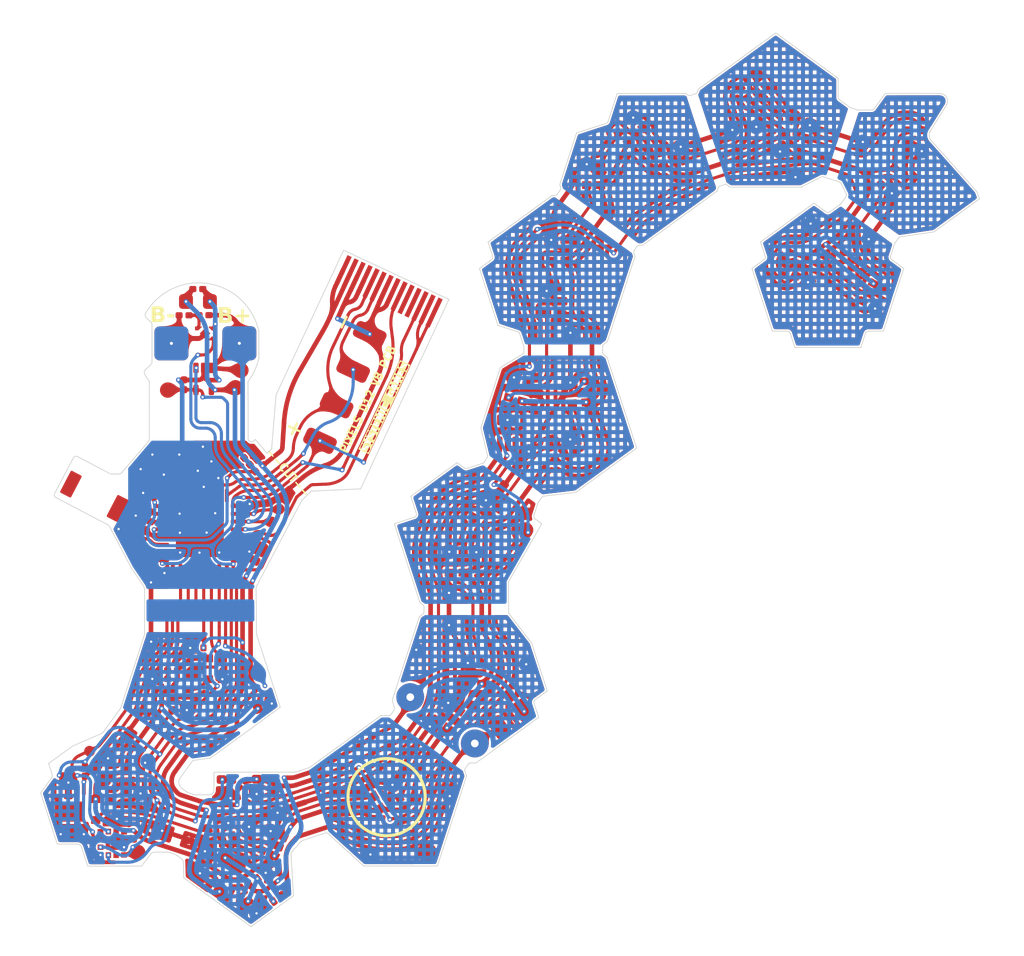
<source format=kicad_pcb>
(kicad_pcb (version 20241229) (generator "pcbnew") (generator_version "9.0")
  (title_block (title "D12V7.1") (date "2023-11-05") (rev "1") (company "Systemic Games, LLC"))
  (layers (0 "F.Cu" signal) (2 "B.Cu" signal) (13 "F.Paste" user) (15 "B.Paste" user) (5 "F.SilkS" user "F.Silkscreen") (7 "B.SilkS" user "B.Silkscreen") (1 "F.Mask" user) (3 "B.Mask" user) (25 "Edge.Cuts" user))
  (net 0 "")
  (net 1 "/ANTENNA_MECHANICAL")
  (net 2 "GND")
  (net 3 "VDD")
  (net 4 "VDC")
  (net 5 "VEE")
  (net 6 "Net-(L1-Pad2)")
  (net 7 "Net-(U1-DEC4)")
  (net 8 "+5V")
  (net 9 "/LED_EN")
  (net 10 "Net-(U1-XC2)")
  (net 11 "Net-(U1-DEC1)")
  (net 12 "Net-(U1-XC1)")
  (net 13 "Net-(U1-DEC3)")
  (net 14 "/ANTENNA")
  (net 15 "/Wireless Charging/B-")
  (net 16 "Net-(U7-BAT)")
  (net 17 "/Wireless Charging/COILA")
  (net 18 "RESET")
  (net 19 "SWDCLK")
  (net 20 "SWDIO")
  (net 21 "Net-(D2-DOUT)")
  (net 22 "/LED_DATA")
  (net 23 "+BATT")
  (net 24 "/STATS")
  (net 25 "/5V_SENSE")
  (net 26 "/VBAT_SENSE")
  (net 27 "Net-(D3-DOUT)")
  (net 28 "/LED_RETURN")
  (net 29 "Net-(D4-DOUT)")
  (net 30 "Net-(D5-DOUT)")
  (net 31 "Net-(D6-DOUT)")
  (net 32 "Net-(D7-DOUT)")
  (net 33 "Net-(D8-DOUT)")
  (net 34 "Net-(D10-DIN)")
  (net 35 "Net-(D10-DOUT)")
  (net 36 "Net-(D11-DOUT)")
  (net 37 "Net-(D12-DOUT)")
  (net 38 "Net-(U1-DCC)")
  (net 39 "/SCL")
  (net 40 "/SDA")
  (net 41 "/ACC_INT")
  (net 43 "/Wireless Charging/COILB")
  (net 44 "/ANT_NRF")
  (net 45 "/ANT_50")
  (net 46 "/PROG")
  (net 47 "TXO")
  (net 50 "Net-(U1-P0.28{slash}AIN4)")
  (net 51 "Net-(U1-P0.25)")
  (net 52 "/SM")
  (net 53 "/BATT_NTC_SENSE")
  (net 58 "/Power Supply/MAG1_")
  (net 60 "Net-(D13-DOUT)")
  (net 61 "Net-(D14-DOUT)")
  (net 62 "Net-(D15-DOUT)")
  (net 63 "Net-(D16-DOUT)")
  (net 64 "Net-(D17-DOUT)")
  (net 65 "Net-(D18-DOUT)")
  (net 66 "Net-(D19-DOUT)")
  (net 67 "Net-(D20-DOUT)")
  (net 68 "Net-(D21-DOUT)")
  (net 69 "Net-(D22-DOUT)")
  (net 70 "Net-(D23-DOUT)")
  (net 71 "Net-(D24-DOUT)")
  (net 72 "Net-(D25-DOUT)")
  (footprint "Pixels-dice:TX1812MWCA5-F01" (layer "F.Cu") (at 118.5 128.82)
    (property "Reference" "D5")
    (property "Value" "TX1812MWCA5-F01" (hide yes))
  )
  (footprint "Pixels-dice:TX1812MWCA5-F01" (layer "F.Cu") (at 120.49 127.01)
    (property "Reference" "D4")
    (property "Value" "TX1812MWCA5-F01" (hide yes))
  )
  (footprint "Pixels-dice:TX1812MWCA5-F01" (layer "F.Cu") (at 126.1 130.3 105)
    (property "Reference" "D6")
    (property "Value" "TX1812MWCA5-F01" (hide yes))
  )
  (footprint "Pixels-dice:C_0402_1005Metric" (layer "F.Cu") (at 128.469728 127.327659 -90)
    (property "Reference" "C16")
    (property "Value" "10uF 6.3V 20%" (hide yes))
  )
  (footprint "Pixels-dice:TX1812MWCA5-F01" (layer "F.Cu") (at 125.8 119.7)
    (property "Reference" "D2")
    (property "Value" "TX1812MWCA5-F01" (hide yes))
  )
  (footprint "Pixels-dice:TX1812MWCA5-F01" (layer "F.Cu") (at 129.499631 131.015249 155)
    (property "Reference" "D7")
    (property "Value" "TX1812MWCA5-F01" (hide yes))
  )
  (footprint "Pixels-dice:TX1812MWCA5-F01" (layer "F.Cu") (at 148.3 105.5 110)
    (property "Reference" "D13")
    (property "Value" "TX1812MWCA5-F01" (hide yes))
  )
  (footprint "Pixels-dice:TX1812MWCA5-F01" (layer "F.Cu") (at 143.3 109.6 145)
    (property "Reference" "D12")
    (property "Value" "TX1812MWCA5-F01" (hide yes))
  )
  (footprint "Pixels-dice:TX1812MWCA5-F01" (layer "F.Cu") (at 140.86 122.72 145)
    (property "Reference" "D9")
    (property "Value" "TX1812MWCA5-F01" (hide yes))
  )
  (footprint "Pixels-dice:TX1812MWCA5-F01" (layer "F.Cu") (at 136.890055 128.010893 120)
    (property "Reference" "D8")
    (property "Value" "TX1812MWCA5-F01" (hide yes))
  )
  (footprint "Pixels-dice:TestPoint_THTPad_D1.5mm_Drill0.7mm_nosilk" (layer "F.Cu") (at 138.42 121.536 30)
    (property "Reference" "P6" (hide yes))
    (property "Value" "COILB" (hide yes))
  )
  (footprint "Capacitor_SMD:C_0201_0603Metric" (layer "F.Cu") (at 142.69 112.84 90)
    (property "Reference" "C6")
    (property "Value" "0.1uF 10V 20%" (hide yes))
  )
  (footprint "Package_TO_SOT_SMD:SOT-553" (layer "F.Cu") (at 144.718572 104.296247 -90)
    (property "Reference" "U8")
    (property "Value" "SL1605" (hide yes))
  )
  (footprint "Pixels-dice:TestPoint_THTPad_D1.5mm_Drill0.7mm_nosilk" (layer "F.Cu") (at 142.6 124.536 30)
    (property "Reference" "P5" (hide yes))
    (property "Value" "COILA" (hide yes))
  )
  (footprint "Pixels-dice:AW35122" (layer "F.Cu") (at 128.86 121.126 110)
    (property "Reference" "U6")
    (property "Value" "AW35122" (hide yes))
  )
  (footprint "Pixels-dice:TX1812MWCA5-F01" (layer "F.Cu") (at 141.4 112.8 180)
    (property "Reference" "D11")
    (property "Value" "TX1812MWCA5-F01" (hide yes))
  )
  (footprint "Capacitor_SMD:C_0201_0603Metric" (layer "F.Cu") (at 124.16 107.346 90)
    (property "Reference" "C7")
    (property "Value" "100pF NP0 10V 2%" (hide yes))
  )
  (footprint "Inductor_SMD:L_0603_1608Metric" (layer "F.Cu") (at 120.87 112.666 120)
    (property "Reference" "L1")
    (property "Value" "10uH 100mA 20%")
  )
  (footprint "Capacitor_SMD:C_0201_0603Metric" (layer "F.Cu") (at 124.17 106.126 -90)
    (property "Reference" "C5")
    (property "Value" "8pF 10V 10%" (hide yes))
  )
  (footprint "Capacitor_SMD:C_0201_0603Metric" (layer "F.Cu") (at 122.755 114.106 180)
    (property "Reference" "C3")
    (property "Value" "0.1uF 10V 20%" (hide yes))
  )
  (footprint "Capacitor_SMD:C_0201_0603Metric" (layer "F.Cu") (at 122.24 107.88 180)
    (property "Reference" "C2")
    (property "Value" "8pF 10V 10%" (hide yes))
  )
  (footprint "Pixels-dice:QFN-32-1EP_5x5mm_P0.5mm_EP3.1x3.1mm" (layer "F.Cu") (at 124.7925 110.916 90)
    (property "Reference" "U1")
    (property "Value" "N52810_QFN32" (hide yes))
  )
  (footprint "Capacitor_SMD:C_0201_0603Metric" (layer "F.Cu") (at 121.47 108.6 180)
    (property "Reference" "C10")
    (property "Value" "0.1uF 10V 20%" (hide yes))
  )
  (footprint "Capacitor_SMD:C_0201_0603Metric" (layer "F.Cu") (at 125.07 107.396 180)
    (property "Reference" "C8")
    (property "Value" "0.8pF 10V 5% C0G")
  )
  (footprint "Pixels-dice:TX1812MWCA5-F01" (layer "F.Cu") (at 123.5 121.7)
    (property "Reference" "D3")
    (property "Value" "TX1812MWCA5-F01" (hide yes))
  )
  (footprint "Pixels-dice:C_0402_1005Metric" (layer "F.Cu") (at 129 122.116 20)
    (property "Reference" "C9")
    (property "Value" "10uF 6.3V 20%" (hide yes))
  )
  (footprint "Pixels-dice:C_0402_1005Metric" (layer "F.Cu") (at 126.196313 127.352447 -90)
    (property "Reference" "C18")
    (property "Value" "4.7uF 10V 20%" (hide yes))
  )
  (footprint "Resistor_SMD:R_0201_0603Metric" (layer "F.Cu") (at 124.66 95.106)
    (property "Reference" "R4")
    (property "Value" "10k 1%" (hide yes))
  )
  (footprint "Pixels-dice:FPB1_1-4" (layer "F.Cu") (at 127.36 127.366 -90)
    (property "Reference" "U4")
    (property "Value" "ME6230" (hide yes))
  )
  (footprint "Resistor_SMD:R_0201_0603Metric" (layer "F.Cu") (at 123.024997 119.794268 180)
    (property "Reference" "R9")
    (property "Value" "100k 1%" (hide yes))
  )
  (footprint "Pixels-dice:C_0402_1005Metric" (layer "F.Cu") (at 128.57 112.26 65)
    (property "Reference" "C4")
    (property "Value" "4.7uF 10V 20%" (hide yes))
  )
  (footprint "Pixels-dice:Hongjie 10100 Solder Tabs" (layer "F.Cu") (at 125.15 98.619934 180)
    (property "Reference" "J3" (hide yes))
    (property "Value" "Conn_01x02" (hide yes))
  )
  (footprint "Pixels-dice:TX1812MWCA5-F01" (layer "F.Cu") (at 142.6 120 180)
    (property "Reference" "D10")
    (property "Value" "TX1812MWCA5-F01" (hide yes))
  )
  (footprint "Capacitor_SMD:C_0402_1005Metric" (layer "F.Cu") (at 128.19 135.146 -55)
    (property "Reference" "C13")
    (property "Value" "4.7uF 25V 20%" (hide yes))
  )
  (footprint "Pixels-dice:SOT-363_SC-70-6" (layer "F.Cu") (at 129.04 134.026 125)
    (property "Reference" "D1")
    (property "Value" "BAV99S" (hide yes))
  )
  (footprint "Capacitor_SMD:C_0603_1608Metric" (layer "F.Cu") (at 124.67 95.916)
    (property "Reference" "C15")
    (property "Value" "22uF 10V 20%" (hide yes))
  )
  (footprint "Inductor_SMD:L_0201_0603Metric" (layer "F.Cu") (at 121.17 111.55 120)
    (property "Reference" "L2")
    (property "Value" "15nH 100mA 5%")
  )
  (footprint "Pixels-dice:C_0402_1005Metric" (layer "F.Cu") (at 120.22 110.54 90)
    (property "Reference" "C1")
    (property "Value" "4.7uF 10V 20%" (hide yes))
  )
  (footprint "Capacitor_SMD:C_0201_0603Metric" (layer "F.Cu") (at 124.45 118.020002 -90)
    (property "Reference" "C21")
    (property "Value" "10nF 25V 10%" (hide yes))
  )
  (footprint "Resistor_SMD:R_0201_0603Metric" (layer "F.Cu") (at 128.640368 106.718293 -139)
    (property "Reference" "R7")
    (property "Value" "3.9M 1%" (hide yes))
  )
  (footprint "Resistor_SMD:R_0201_0603Metric" (layer "F.Cu") (at 123.88001 118.020007 90)
    (property "Reference" "R2")
    (property "Value" "3.9M 1%" (hide yes))
  )
  (footprint "Resistor_SMD:R_0201_0603Metric" (layer "F.Cu") (at 127.9 105.826 41)
    (property "Reference" "R8")
    (property "Value" "10M 1%" (hide yes))
  )
  (footprint "Resistor_SMD:R_0201_0603Metric" (layer "F.Cu") (at 125.024998 118.020002 90)
    (property "Reference" "R1")
    (property "Value" "3.9M 1%" (hide yes))
  )
  (footprint "Capacitor_SMD:C_0201_0603Metric" (layer "F.Cu") (at 128.270724 106.270531 41)
    (property "Reference" "C22")
    (property "Value" "10nF 25V 10%" (hide yes))
  )
  (footprint "Pixels-dice:Crystal_SMD_2016-4Pin_2.0x1.6mm" (layer "F.Cu") (at 122.96 106.476 -90)
    (property "Reference" "Y1")
    (property "Value" "32MHz 40ppm")
  )
  (footprint "Package_LGA:LGA-12_2x2mm_P0.5mm" (layer "F.Cu") (at 119.12 131.006)
    (property "Reference" "U2")
    (property "Value" "SC7A20HTR" (hide yes))
  )
  (footprint "Capacitor_SMD:C_0201_0603Metric" (layer "F.Cu") (at 120.5 109.11 -90)
    (property "Reference" "C11")
    (property "Value" "DNP")
  )
  (footprint "Inductor_SMD:L_0201_0603Metric" (layer "F.Cu") (at 125.08 106.476 115)
    (property "Reference" "L5")
    (property "Value" "3.9nH 5%")
  )
  (footprint "Resistor_SMD:R_0201_0603Metric" (layer "F.Cu") (at 121.6 109.859998 90)
    (property "Reference" "R5")
    (property "Value" "100k 1%" (hide yes))
  )
  (footprint "Pixels-dice:SOT-23" (layer "F.Cu") (at 125.86 132.766 -125)
    (property "Reference" "U3")
    (property "Value" "PJ75BL50SA" (hide yes))
  )
  (footprint "Capacitor_SMD:C_0805_2012Metric" (layer "F.Cu") (at 144.96 122.94 35)
    (property "Reference" "C19")
    (property "Value" "12nF 50V 5% NP0")
  )
  (footprint "Pixels-dice:TX1812MWCA5-F01" (layer "F.Cu") (at 168.472245 95.559905 -30)
    (property "Reference" "D25")
    (property "Value" "TX1812MWCA5-F01" (hide yes))
  )
  (footprint "Pixels-dice:TEST_PIN" (layer "F.Cu") (at 122.71 101.65)
    (property "Reference" "W2" (hide yes))
    (property "Value" "PROG" (hide yes))
  )
  (footprint "Capacitor_SMD:C_0201_0603Metric" (layer "F.Cu") (at 121.06 107.69 -90)
    (property "Reference" "C12")
    (property "Value" "DNP")
  )
  (footprint "Pixels-dice:TX1812MWCA5-F01" (layer "F.Cu") (at 147.7 95.9 180)
    (property "Reference" "D16")
    (property "Value" "TX1812MWCA5-F01" (hide yes))
  )
  (footprint "Pixels-dice:TEST_PIN" (layer "F.Cu") (at 127.45 100.37)
    (property "Reference" "W14" (hide yes))
    (property "Value" "BATT" (hide yes))
  )
  (footprint "Pixels-dice:TX1812MWCA5-F01" (layer "F.Cu") (at 149.3 101.8 -175)
    (property "Reference" "D14")
    (property "Value" "TX1812MWCA5-F01" (hide yes))
  )
  (footprint "Pixels-dice:TEST_PIN" (layer "F.Cu") (at 139.5 131.576 180)
    (property "Reference" "W19" (hide yes))
    (property "Value" "GND" (hide yes))
  )
  (footprint "Pixels-dice:TEST_PIN" (layer "F.Cu") (at 127.1 101.5)
    (property "Reference" "W15" (hide yes))
    (property "Value" "+5V" (hide yes))
  )
  (footprint "Capacitor_SMD:C_0201_0603Metric" (layer "F.Cu") (at 123.77 96.806 180)
    (property "Reference" "C23")
    (property "Value" "0.1uF 10V 20%" (hide yes))
  )
  (footprint "Pixels-dice:TX1812MWCA5-F01" (layer "F.Cu") (at 163.531531 84.759965 75)
    (property "Reference" "D22")
    (property "Value" "TX1812MWCA5-F01" (hide yes))
  )
  (footprint "Resistor_SMD:R_0201_0603Metric" (layer "F.Cu") (at 123.77 101.306 90)
    (property "Reference" "R6")
    (property "Value" "3.57k 1%" (hide yes))
  )
  (footprint "Pixels-dice:TX1812MWCA5-F01" (layer "F.Cu") (at 171.1 85.5)
    (property "Reference" "D23")
    (property "Value" "TX1812MWCA5-F01" (hide yes))
  )
  (footprint "Pixels-dice:TEST_PIN" (layer "F.Cu") (at 120.77 131.596 180)
    (property "Reference" "W25" (hide yes))
    (property "Value" "VDD" (hide yes))
  )
  (footprint "Pixels-dice:TX1812MWCA5-F01" (layer "F.Cu") (at 152.7 84.8 135)
    (property "Reference" "D19")
    (property "Value" "TX1812MWCA5-F01" (hide yes))
  )
  (footprint "Pixels-dice:CHIP_ANT" (layer "F.Cu") (at 119.457918 109.310973 62.5)
    (property "Reference" "AE1")
    (property "Value" "Antenna_Chip" (hide yes))
  )
  (footprint "Pixels-dice:TX1812MWCA5-F01" (layer "F.Cu") (at 150.3 87.7 180)
    (property "Reference" "D18")
    (property "Value" "TX1812MWCA5-F01" (hide yes))
  )
  (footprint "Pixels-dice:TEST_PIN" (layer "F.Cu") (at 129.93 109.36)
    (property "Reference" "W5" (hide yes))
    (property "Value" "SM" (hide yes))
  )
  (footprint "Pixels-dice:FPC-POGO-4" (layer "F.Cu") (at 134.185562 101.479932 65)
    (property "Reference" "J2" (hide yes))
    (property "Value" "Conn_01x04" (hide yes))
  )
  (footprint "Pixels-dice:TEST_PIN" (layer "F.Cu") (at 124.31 116.12)
    (property "Reference" "W20" (hide yes))
    (property "Value" "TH1" (hide yes))
  )
  (footprint "Pixels-dice:TEST_PIN" (layer "F.Cu") (at 117.65 125.04)
    (property "Reference" "W8" (hide yes))
    (property "Value" "SCL" (hide yes))
  )
  (footprint "Capacitor_SMD:C_0201_0603Metric" (layer "F.Cu") (at 162.83 92.99 -120)
    (property "Reference" "C24")
    (property "Value" "0.1uF 10V 20%" (hide yes))
  )
  (footprint "Resistor_SMD:R_0201_0603Metric" (layer "F.Cu") (at 116.2 126.6)
    (property "Reference" "R10")
    (property "Value" "3.9k 1%" (hide yes))
  )
  (footprint "Package_TO_SOT_SMD:SOT-553" (layer "F.Cu") (at 125.04 100.926 -90)
    (property "Reference" "U9")
    (property "Value" "XT4051" (hide yes))
  )
  (footprint "Resistor_SMD:R_0201_0603Metric" (layer "F.Cu") (at 117.35 126.33 -90)
    (property "Reference" "R11")
    (property "Value" "3.9k 1%" (hide yes))
  )
  (footprint "Resistor_SMD:R_0201_0603Metric" (layer "F.Cu") (at 125.06 96.796 180)
    (property "Reference" "R12")
    (property "Value" "510R 1%" (hide yes))
  )
  (footprint "Capacitor_SMD:C_0201_0603Metric" (layer "F.Cu") (at 146.56 102.25 75)
    (property "Reference" "C14")
    (property "Value" "0.1uF 10V 20%")
  )
  (footprint "Pixels-dice:TEST_PIN" (layer "F.Cu") (at 145.89 110.71)
    (property "Reference" "W6" (hide yes))
    (property "Value" "MAG1" (hide yes))
  )
  (footprint "Pixels-dice:TX1812MWCA5-F01" (layer "F.Cu") (at 160.6 82 125)
    (property "Reference" "D21")
    (property "Value" "TX1812MWCA5-F01" (hide yes))
  )
  (footprint "Pixels-dice:TX1812MWCA5-F01" (layer "F.Cu") (at 145.4 101.6 165)
    (property "Reference" "D15")
    (property "Value" "TX1812MWCA5-F01" (hide yes))
  )
  (footprint "Package_DFN_QFN:UDFN-4-1EP_1x1mm_P0.65mm_EP0.48x0.48mm" (layer "F.Cu") (at 125.130003 97.980999)
    (property "Reference" "U7")
    (property "Value" "DS6101" (hide yes))
  )
  (footprint "Pixels-dice:TEST_PIN" (layer "F.Cu") (at 118.15 125.95)
    (property "Reference" "W9" (hide yes))
    (property "Value" "SDA" (hide yes))
  )
  (footprint "Resistor_SMD:R_0201_0603Metric" (layer "F.Cu") (at 122.384997 120.35427 180)
    (property "Reference" "TH1")
    (property "Value" "NTC 100k @ 25C")
  )
  (footprint "Pixels-dice:FPC_14" (layer "F.Cu") (at 134.07 93.876 -25)
    (property "Reference" "J1" (hide yes))
    (property "Value" "Conn_01x14" (hide yes))
  )
  (footprint "Pixels-dice:TDFN-8-1EP_3x2mm_P0.5mm_EP1.3x1.4mm" (layer "F.Cu") (at 116.530003 128.950998 90)
    (property "Reference" "U5")
    (property "Value" "BL24C02F-NTRC" (hide yes))
  )
  (footprint "Pixels-dice:TX1812MWCA5-F01" (layer "F.Cu") (at 169.7 88.1 -40)
    (property "Reference" "D24")
    (property "Value" "TX1812MWCA5-F01" (hide yes))
  )
  (footprint "Pixels-dice:TX1812MWCA5-F01" (layer "F.Cu") (at 148 92.6 180)
    (property "Reference" "D17")
    (property "Value" "TX1812MWCA5-F01" (hide yes))
  )
  (footprint "Pixels-dice:TEST_PIN" (layer "F.Cu") (at 124.34 120.01)
    (property "Reference" "W1" (hide yes))
    (property "Value" "LED_DATA1" (hide yes))
  )
  (footprint "Pixels-dice:TEST_PIN" (layer "F.Cu") (at 127.26 132.49)
    (property "Reference" "W16" (hide yes))
    (property "Value" "VIN" (hide yes))
  )
  (footprint "Pixels-dice:TEST_PIN" (layer "F.Cu") (at 118.55 126.9)
    (property "Reference" "W4" (hide yes))
    (property "Value" "VDC" (hide yes))
  )
  (footprint "Pixels-dice:TX1812MWCA5-F01" (layer "F.Cu") (at 164.13 93.85 -30)
    (property "Reference" "D26")
    (property "Value" "TX1812MWCA5-F01" (hide yes))
  )
  (footprint "Resistor_SMD:R_0201_0603Metric" (layer "F.Cu") (at 120.49 107.85 -90)
    (property "Reference" "L3")
    (property "Value" "0 Ohm")
  )
  (footprint "Pixels-dice:TEST_PIN" (layer "F.Cu") (at 129.43 110.19)
    (property "Reference" "W17" (hide yes))
    (property "Value" "STAT" (hide yes))
  )
  (footprint "Pixels-dice:TX1812MWCA5-F01" (layer "F.Cu") (at 155.4 86.5 105)
    (property "Reference" "D20")
    (property "Value" "TX1812MWCA5-F01" (hide yes))
  )
  (footprint "Resistor_SMD:R_0201_0603Metric" (layer "F.Cu") (at 121.03 109.86 -90)
    (property "Reference" "R3")
    (property "Value" "681k 1%")
  )
  (footprint "Pixels-dice:TEST_PIN" (layer "B.Cu") (at 128.57 119.99)
    (property "Reference" "W21" (hide yes))
    (property "Value" "LED2" (hide yes))
  )
  (footprint "Pixels-dice:TEST_PIN" (layer "B.Cu") (at 121.43 125.69)
    (property "Reference" "W7" (hide yes))
    (property "Value" "ACC_INT" (hide yes))
  )
  (gr_circle (center 136.89 128.012903) (end 134.39 128.012903) (stroke (width 0.2)) (fill no) (layer "F.SilkS"))
  (gr_line (start 123.159069 131.70511) (end 122.835009 131.600268) (stroke (width 0.05)) (layer "Edge.Cuts"))
  (gr_line (start 144.831836 116.155042) (end 144.831824 116.155051) (stroke (width 0.05)) (layer "Edge.Cuts"))
  (gr_line (start 147.29 121.137) (end 146.508938 121.704319) (stroke (width 0.05)) (layer "Edge.Cuts"))
  (gr_line (start 116.848767 131.05) (end 115.562 131.051) (stroke (width 0.05)) (layer "Edge.Cuts"))
  (gr_arc (start 138.811014 109.627903) (mid 138.802059 109.783347) (end 138.684517 109.885512) (stroke (width 0.05)) (layer "Edge.Cuts"))
  (gr_arc (start 118.816607 110.367082) (mid 118.900006 110.425988) (end 118.959638 110.508871) (stroke (width 0.05)) (layer "Edge.Cuts"))
  (gr_line (start 169.185 82.4362) (end 172.711454 82.434803) (stroke (width 0.05)) (layer "Edge.Cuts"))
  (gr_line (start 127.915062 101.769217) (end 127.922 102.646617) (stroke (width 0.05)) (layer "Edge.Cuts"))
  (gr_line (start 150.88397 99.21166) (end 150.883969 99.21166) (stroke (width 0.05)) (layer "Edge.Cuts"))
  (gr_line (start 115.562 131.051) (end 114.485 127.739) (stroke (width 0.05)) (layer "Edge.Cuts"))
  (gr_arc (start 123.598935 131.996747) (mid 123.695269 132.108799) (end 123.726305 132.253272) (stroke (width 0.05)) (layer "Edge.Cuts"))
  (gr_line (start 118.962659 107.054821) (end 118.962951 107.054263) (stroke (width 0.05)) (layer "Edge.Cuts"))
  (gr_arc (start 146.436273 121.929092) (mid 146.436237 121.805015) (end 146.509168 121.704635) (stroke (width 0.05)) (layer "Edge.Cuts"))
  (gr_line (start 163.329 98.8915) (end 163.033814 97.981362) (stroke (width 0.05)) (layer "Edge.Cuts"))
  (gr_line (start 158.947087 88.371749) (end 158.947087 88.371748) (stroke (width 0.05)) (layer "Edge.Cuts"))
  (gr_line (start 114.485 127.739) (end 115.187622 126.771124) (stroke (width 0.05)) (layer "Edge.Cuts"))
  (gr_line (start 128.39 104.846) (end 129.13 105.73) (stroke (width 0.05)) (layer "Edge.Cuts"))
  (gr_line (start 129.44 105.47) (end 129.73 101.96) (stroke (width 0.05)) (layer "Edge.Cuts"))
  (gr_line (start 143.421599 105.863737) (end 142.993037 104.093595) (stroke (width 0.05)) (layer "Edge.Cuts"))
  (gr_line (start 132.961126 130.324959) (end 131.471357 130.80841) (stroke (width 0.05)) (layer "Edge.Cuts"))
  (gr_line (start 127.922 104.800983) (end 127.922501 104.800983) (stroke (width 0.05)) (layer "Edge.Cuts"))
  (gr_line (start 144.259 100.1898) (end 145.726878 99.300239) (stroke (width 0.05)) (layer "Edge.Cuts"))
  (gr_line (start 168.467264 83.424027) (end 169.185 82.4362) (stroke (width 0.05)) (layer "Edge.Cuts"))
  (gr_line (start 149.187 85.0022) (end 151.111684 84.375452) (stroke (width 0.05)) (layer "Edge.Cuts"))
  (gr_arc (start 123.159069 131.70511) (mid 123.23303 131.735783) (end 123.30114 131.777878) (stroke (width 0.05)) (layer "Edge.Cuts"))
  (gr_arc (start 158.77197 88.341794) (mid 158.862982 88.336261) (end 158.947087 88.371749) (stroke (width 0.05)) (layer "Edge.Cuts"))
  (gr_line (start 120.351676 113.169703) (end 118.959638 110.508871) (stroke (width 0.05)) (layer "Edge.Cuts"))
  (gr_line (start 145.726878 99.300238) (end 145.726878 99.300239) (stroke (width 0.05)) (layer "Edge.Cuts"))
  (gr_arc (start 137.383946 122.21897) (mid 137.388275 122.301786) (end 137.358671 122.379256) (stroke (width 0.05)) (layer "Edge.Cuts"))
  (gr_line (start 146.689247 108.959092) (end 146.428 109.765) (stroke (width 0.05)) (layer "Edge.Cuts"))
  (gr_arc (start 146.500944 109.988789) (mid 146.428158 109.888831) (end 146.428154 109.765181) (stroke (width 0.05)) (layer "Edge.Cuts"))
  (gr_line (start 121.119472 114.293695) (end 120.351676 113.169703) (stroke (width 0.05)) (layer "Edge.Cuts"))
  (gr_arc (start 115.475184 108.613445) (mid 115.377138 108.495859) (end 115.390955 108.343384) (stroke (width 0.05)) (layer "Edge.Cuts"))
  (gr_line (start 169.815722 92.110801) (end 170.0338 91.810958) (stroke (width 0.05)) (layer "Edge.Cuts"))
  (gr_arc (start 161.404296 92.963607) (mid 161.410123 93.092957) (end 161.335518 93.198785) (stroke (width 0.05)) (layer "Edge.Cuts"))
  (gr_line (start 119.077143 107.082831) (end 119.077 107.083) (stroke (width 0.05)) (layer "Edge.Cuts"))
  (gr_line (start 119.077 107.083) (end 119.54389 107.086999) (stroke (width 0.05)) (layer "Edge.Cuts"))
  (gr_line (start 121.607 131.7) (end 121.015 132.479) (stroke (width 0.05)) (layer "Edge.Cuts"))
  (gr_line (start 117.532 132.481) (end 117.134 131.258) (stroke (width 0.05)) (layer "Edge.Cuts"))
  (gr_arc (start 169.602221 93.204197) (mid 169.525359 93.103545) (end 169.524284 92.976474) (stroke (width 0.05)) (layer "Edge.Cuts"))
  (gr_line (start 119.742648 106.991191) (end 121.479071 104.951344) (stroke (width 0.05)) (layer "Edge.Cuts"))
  (gr_line (start 115 125.833) (end 116.5515 124.705) (stroke (width 0.05)) (layer "Edge.Cuts"))
  (gr_line (start 157.076 82.1621) (end 162.09 78.516) (stroke (width 0.05)) (layer "Edge.Cuts"))
  (gr_line (start 139.007 116.329) (end 139.224688 116.170619) (stroke (width 0.05)) (layer "Edge.Cuts"))
  (gr_line (start 151.164 99.5169) (end 153.081 105.41) (stroke (width 0.05)) (layer "Edge.Cuts"))
  (gr_arc (start 121.32797 96.97215) (mid 121.252545 96.825496) (end 121.284817 96.663829) (stroke (width 0.05)) (layer "Edge.Cuts"))
  (gr_line (start 139.05 115.416) (end 138.657 114.208) (stroke (width 0.05)) (layer "Edge.Cuts"))
  (gr_line (start 163.689483 88.504519) (end 159.132 88.5064) (stroke (width 0.05)) (layer "Edge.Cuts"))
  (gr_line (start 166.317524 88.264703) (end 166.317525 88.264703) (stroke (width 0.05)) (layer "Edge.Cuts"))
  (gr_line (start 125.404 127.859) (end 125.404024 127.85888) (stroke (width 0.05)) (layer "Edge.Cuts"))
  (gr_line (start 115.215121 126.495881) (end 115 125.833) (stroke (width 0.05)) (layer "Edge.Cuts"))
  (gr_arc (start 143.755532 92.96717) (mid 143.763104 93.095991) (end 143.690446 93.202722) (stroke (width 0.05)) (layer "Edge.Cuts"))
  (gr_line (start 169.6 93.204197) (end 170.38 93.7698) (stroke (width 0.05)) (layer "Edge.Cuts"))
  (gr_line (start 161.335644 93.198958) (end 161.335518 93.198785) (stroke (width 0.05)) (layer "Edge.Cuts"))
  (gr_arc (start 156.579847 82.561912) (mid 156.484299 82.571286) (end 156.395344 82.535068) (stroke (width 0.05)) (layer "Edge.Cuts"))
  (gr_line (start 143.217439 106.308146) (end 143.397486 106.019391) (stroke (width 0.05)) (layer "Edge.Cuts"))
  (gr_line (start 137.388 110.307) (end 138.684 109.886) (stroke (width 0.05)) (layer "Edge.Cuts"))
  (gr_line (start 161.873 97.8305) (end 160.551 93.768) (stroke (width 0.05)) (layer "Edge.Cuts"))
  (gr_line (start 148.104 88.3419) (end 149.187 85.0022) (stroke (width 0.05)) (layer "Edge.Cuts"))
  (gr_arc (start 169.786505 92.168897) (mid 169.798683 92.138796) (end 169.815732 92.110808) (stroke (width 0.05)) (layer "Edge.Cuts"))
  (gr_line (start 158.289 88.7663) (end 153.477 92.2647) (stroke (width 0.05)) (layer "Edge.Cuts"))
  (gr_line (start 134.104 92.5927) (end 140.928 95.775) (stroke (width 0.05)) (layer "Edge.Cuts"))
  (gr_line (start 166.317017 89.568324) (end 166.636828 89.127721) (stroke (width 0.05)) (layer "Edge.Cuts"))
  (gr_line (start 147.07965 108.514192) (end 149.146861 108.271515) (stroke (width 0.05)) (layer "Edge.Cuts"))
  (gr_line (start 119.54389 107.086999) (end 119.543891 107.086843) (stroke (width 0.05)) (layer "Edge.Cuts"))
  (gr_line (start 131.948565 126.053593) (end 136.523 122.727) (stroke (width 0.05)) (layer "Edge.Cuts"))
  (gr_line (start 132.018 108.193) (end 135.206 108.046) (stroke (width 0.05)) (layer "Edge.Cuts"))
  (gr_line (start 168.297 83.5178) (end 168.2981 83.517788) (stroke (width 0.05)) (layer "Edge.Cuts"))
  (gr_line (start 146.436053 121.929163) (end 146.736 122.851) (stroke (width 0.05)) (layer "Edge.Cuts"))
  (gr_line (start 139.224188 115.542129) (end 139.224218 115.542088) (stroke (width 0.05)) (layer "Edge.Cuts"))
  (gr_line (start 135.399 132.473) (end 133.054478 130.341988) (stroke (width 0.05)) (layer "Edge.Cuts"))
  (gr_line (start 130.651 126.396) (end 130.8997 126.396) (stroke (width 0.05)) (layer "Edge.Cuts"))
  (gr_line (start 165.584507 90.11314) (end 165.585 90.1132) (stroke (width 0.05)) (layer "Edge.Cuts"))
  (gr_line (start 142.156122 125.895776) (end 141.982783 126.164069) (stroke (width 0.05)) (layer "Edge.Cuts"))
  (gr_arc (start 141.962882 126.337088) (mid 141.953047 126.24833) (end 141.982783 126.164069) (stroke (width 0.05)) (layer "Edge.Cuts"))
  (gr_line (start 141.962882 126.337088) (end 142.065 126.649) (stroke (width 0.05)) (layer "Edge.Cuts"))
  (gr_line (start 163.780359 88.482667) (end 163.780353 88.482656) (stroke (width 0.05)) (layer "Edge.Cuts"))
  (gr_arc (start 121.223692 100.63201) (mid 121.195049 100.472726) (end 121.267875 100.331276) (stroke (width 0.05)) (layer "Edge.Cuts"))
  (gr_line (start 118.816595 110.366129) (end 115.475166 108.613479) (stroke (width 0.05)) (layer "Edge.Cuts"))
  (gr_arc (start 146.942947 108.592713) (mid 147.000282 108.541174) (end 147.07965 108.514193) (stroke (width 0.05)) (layer "Edge.Cuts"))
  (gr_line (start 118.575321 123.751199) (end 118.57533 123.751207) (stroke (width 0.05)) (layer "Edge.Cuts"))
  (gr_arc (start 121.518 104.821559) (mid 121.509788 104.889819) (end 121.479071 104.951344) (stroke (width 0.05)) (layer "Edge.Cuts"))
  (gr_arc (start 121.616527 97.246347) (mid 121.674102 97.329024) (end 121.694378 97.431164) (stroke (width 0.05)) (layer "Edge.Cuts"))
  (gr_line (start 166.13 81.4491) (end 166.130001 82.689502) (stroke (width 0.05)) (layer "Edge.Cuts"))
  (gr_line (start 123.753 133.241) (end 123.726305 132.253272) (stroke (width 0.05)) (layer "Edge.Cuts"))
  (gr_arc (start 137.193087 122.635537) (mid 137.120738 122.702651) (end 137.0251 122.726999) (stroke (width 0.05)) (layer "Edge.Cuts"))
  (gr_line (start 124.069186 127.732288) (end 124.375 127.831) (stroke (width 0.05)) (layer "Edge.Cuts"))
  (gr_line (start 152.932171 92.588448) (end 152.93217 92.588448) (stroke (width 0.05)) (layer "Edge.Cuts"))
  (gr_line (start 121.607547 131.699569) (end 121.607 131.7) (stroke (width 0.05)) (layer "Edge.Cuts"))
  (gr_arc (start 121.214832 117.395401) (mid 121.208769 117.474044) (end 121.190413 117.550756) (stroke (width 0.05)) (layer "Edge.Cuts"))
  (gr_line (start 152.976 92.9877) (end 151.185 98.509) (stroke (width 0.05)) (layer "Edge.Cuts"))
  (gr_line (start 128.461342 117.387312) (end 128.438027 114.528938) (stroke (width 0.05)) (layer "Edge.Cuts"))
  (gr_arc (start 130.702039 131.749531) (mid 130.714205 131.622529) (end 130.778057 131.512011) (stroke (width 0.05)) (layer "Edge.Cuts"))
  (gr_line (start 121.190413 117.550756) (end 121.190414 117.550756) (stroke (width 0.05)) (layer "Edge.Cuts"))
  (gr_line (start 145.774999 99.214489) (end 145.774 98.8935) (stroke (width 0.05)) (layer "Edge.Cuts"))
  (gr_line (start 150.883884 98.82936) (end 150.883855 98.82936) (stroke (width 0.05)) (layer "Edge.Cuts"))
  (gr_line (start 146.500944 109.988789) (end 146.501 109.989) (stroke (width 0.05)) (layer "Edge.Cuts"))
  (gr_line (start 122.835009 131.600269) (end 122.835009 131.600268) (stroke (width 0.05)) (layer "Edge.Cuts"))
  (gr_line (start 157.022693 82.326508) (end 157.076 82.1621) (stroke (width 0.05)) (layer "Edge.Cuts"))
  (gr_line (start 127.915062 101.769217) (end 127.915062 101.093239) (stroke (width 0.05)) (layer "Edge.Cuts"))
  (gr_line (start 165.023276 87.848758) (end 163.780359 88.482667) (stroke (width 0.05)) (layer "Edge.Cuts"))
  (gr_line (start 167.902319 97.966561) (end 167.601 98.8894) (stroke (width 0.05)) (layer "Edge.Cuts"))
  (gr_line (start 172.152603 85.471262) (end 172.152347 85.47149) (stroke (width 0.05)) (layer "Edge.Cuts"))
  (gr_line (start 169.815732 92.110808) (end 169.815722 92.110801) (stroke (width 0.05)) (layer "Edge.Cuts"))
  (gr_line (start 137.0251 122.726999) (end 137.0251 122.727) (stroke (width 0.05)) (layer "Edge.Cuts"))
  (gr_arc (start 151.24016 84.234672) (mid 151.193945 84.321419) (end 151.111684 84.375452) (stroke (width 0.05)) (layer "Edge.Cuts"))
  (gr_arc (start 168.467264 83.424027) (mid 168.394812 83.492777) (end 168.2981 83.517788) (stroke (width 0.05)) (layer "Edge.Cuts"))
  (gr_arc (start 148.158338 88.509935) (mid 148.166666 88.604261) (end 148.130742 88.691798) (stroke (width 0.05)) (layer "Edge.Cuts"))
  (gr_line (start 169.602221 93.204197) (end 169.6 93.204197) (stroke (width 0.05)) (layer "Edge.Cuts"))
  (gr_line (start 145.374448 97.870771) (end 144.101 97.4568) (stroke (width 0.05)) (layer "Edge.Cuts"))
  (gr_line (start 139.306969 116.009) (end 139.307 116.009) (stroke (width 0.05)) (layer "Edge.Cuts"))
  (gr_line (start 146.428 109.765) (end 146.428154 109.765181) (stroke (width 0.05)) (layer "Edge.Cuts"))
  (gr_arc (start 128.617345 99.580865) (mid 128.345867 100.374049) (end 127.915062 101.093239) (stroke (width 0.05)) (layer "Edge.Cuts"))
  (gr_line (start 143.461 92.0622) (end 147.614 89.0427) (stroke (width 0.05)) (layer "Edge.Cuts"))
  (gr_arc (start 147.937817 88.957473) (mid 147.866377 89.020043) (end 147.774078 89.042638) (stroke (width 0.05)) (layer "Edge.Cuts"))
  (gr_arc (start 143.217439 106.308146) (mid 143.167756 106.363867) (end 143.10762 106.395502) (stroke (width 0.05)) (layer "Edge.Cuts"))
  (gr_line (start 124.375 127.831) (end 124.390889 127.836182) (stroke (width 0.05)) (layer "Edge.Cuts"))
  (gr_arc (start 150.883884 98.82936) (mid 150.905706 98.738477) (end 150.966455 98.667446) (stroke (width 0.05)) (layer "Edge.Cuts"))
  (gr_line (start 130.702039 131.749531) (end 130.851 134.402) (stroke (width 0.05)) (layer "Edge.Cuts"))
  (gr_line (start 161.404296 92.963607) (end 161.109 92.0552) (stroke (width 0.05)) (layer "Edge.Cuts"))
  (gr_line (start 146.736 122.851) (end 142.675 125.8) (stroke (width 0.05)) (layer "Edge.Cuts"))
  (gr_line (start 151.185 98.509) (end 150.966455 98.667446) (stroke (width 0.05)) (layer "Edge.Cuts"))
  (gr_line (start 147.614 89.0427) (end 147.774078 89.042638) (stroke (width 0.05)) (layer "Edge.Cuts"))
  (gr_line (start 137.257 121.718) (end 139.007 116.329) (stroke (width 0.05)) (layer "Edge.Cuts"))
  (gr_arc (start 165.023276 87.848758) (mid 165.100481 87.825288) (end 165.180679 87.834212) (stroke (width 0.05)) (layer "Edge.Cuts"))
  (gr_arc (start 128.485871 117.541293) (mid 128.467845 117.467036) (end 128.461342 117.387312) (stroke (width 0.05)) (layer "Edge.Cuts"))
  (gr_line (start 146.717581 108.903386) (end 146.71758 108.903386) (stroke (width 0.05)) (layer "Edge.Cuts"))
  (gr_line (start 141.452 106.35) (end 141.925 106.693) (stroke (width 0.05)) (layer "Edge.Cuts"))
  (gr_line (start 125.704 127.558983) (end 125.704 126.398) (stroke (width 0.05)) (layer "Edge.Cuts"))
  (gr_line (start 140.177 132.471) (end 135.399 132.473) (stroke (width 0.05)) (layer "Edge.Cuts"))
  (gr_line (start 121.214832 117.395401) (end 121.214833 117.395401) (stroke (width 0.05)) (layer "Edge.Cuts"))
  (gr_line (start 159.132 88.5064) (end 158.947087 88.371748) (stroke (width 0.05)) (layer "Edge.Cuts"))
  (gr_line (start 131.408 108.77) (end 128.495755 114.291601) (stroke (width 0.05)) (layer "Edge.Cuts"))
  (gr_line (start 129.73 101.96) (end 134.104 92.5927) (stroke (width 0.05)) (layer "Edge.Cuts"))
  (gr_line (start 121.518 104.821559) (end 121.518 102.616) (stroke (width 0.05)) (layer "Edge.Cuts"))
  (gr_arc (start 166.212441 82.841518) (mid 166.153971 82.774877) (end 166.130001 82.689502) (stroke (width 0.05)) (layer "Edge.Cuts"))
  (gr_line (start 147.937817 88.957473) (end 148.130742 88.691798) (stroke (width 0.05)) (layer "Edge.Cuts"))
  (gr_line (start 127.922 102.646617) (end 127.922 104.800983) (stroke (width 0.05)) (layer "Edge.Cuts"))
  (gr_arc (start 145.766531 98.791691) (mid 145.773153 98.814943) (end 145.774 98.839104) (stroke (width 0.05)) (layer "Edge.Cuts"))
  (gr_arc (start 119.690586 122.172154) (mid 119.660219 122.24662) (end 119.618372 122.315196) (stroke (width 0.05)) (layer "Edge.Cuts"))
  (gr_line (start 129.13 105.73) (end 129.44 105.47) (stroke (width 0.05)) (layer "Edge.Cuts"))
  (gr_line (start 143.755532 92.96717) (end 143.461 92.0622) (stroke (width 0.05)) (layer "Edge.Cuts"))
  (gr_arc (start 116.848767 131.050543) (mid 117.025012 131.107731) (end 117.133869 131.257674) (stroke (width 0.05)) (layer "Edge.Cuts"))
  (gr_line (start 137.358671 122.379256) (end 137.193087 122.635537) (stroke (width 0.05)) (layer "Edge.Cuts"))
  (gr_line (start 128.617345 99.580865) (end 128.611991 97.843006) (stroke (width 0.05)) (layer "Edge.Cuts"))
  (gr_line (start 161.109 92.0552) (end 164.564 89.5428) (stroke (width 0.05)) (layer "Edge.Cuts"))
  (gr_line (start 148.158338 88.509935) (end 148.104 88.3419) (stroke (width 0.05)) (layer "Edge.Cuts"))
  (gr_arc (start 166.317017 89.568324) (mid 166.296032 89.593314) (end 166.271209 89.614637) (stroke (width 0.05)) (layer "Edge.Cuts"))
  (gr_line (start 167.449937 83.517798) (end 168.297 83.5178) (stroke (width 0.05)) (layer "Edge.Cuts"))
  (gr_line (start 172.152347 85.47149) (end 175.101 88.7811) (stroke (width 0.05)) (layer "Edge.Cuts"))
  (gr_line (start 156.579847 82.561912) (end 156.892955 82.459578) (stroke (width 0.05)) (layer "Edge.Cuts"))
  (gr_line (start 152.905436 92.770526) (end 152.976 92.9877) (stroke (width 0.05)) (layer "Edge.Cuts"))
  (gr_arc (start 132.961126 130.324959) (mid 133.012979 130.3223) (end 133.054478 130.341988) (stroke (width 0.05)) (layer "Edge.Cuts"))
  (gr_arc (start 145.374448 97.870771) (mid 145.458419 97.919063) (end 145.509718 98.001202) (stroke (width 0.05)) (layer "Edge.Cuts"))
  (gr_line (start 124.546962 127.86082) (end 125.404 127.859) (stroke (width 0.05)) (layer "Edge.Cuts"))
  (gr_arc (start 128.13711 105.001001) (mid 127.986304 104.947677) (end 127.922501 104.800983) (stroke (width 0.05)) (layer "Edge.Cuts"))
  (gr_line (start 165.180679 87.834212) (end 166.202949 88.165928) (stroke (width 0.05)) (layer "Edge.Cuts"))
  (gr_line (start 165.585 90.1132) (end 166.271209 89.614637) (stroke (width 0.05)) (layer "Edge.Cuts"))
  (gr_line (start 138.657 114.208) (end 137.388 110.307) (stroke (width 0.05)) (layer "Edge.Cuts"))
  (gr_arc (start 142.116204 106.717042) (mid 142.017726 106.729329) (end 141.925469 106.692717) (stroke (width 0.05)) (layer "Edge.Cuts"))
  (gr_line (start 175.101 88.7811) (end 175.289 89.2617) (stroke (width 0.05)) (layer "Edge.Cuts"))
  (gr_arc (start 163.780353 88.482656) (mid 163.736212 88.498967) (end 163.689483 88.504519) (stroke (width 0.05)) (layer "Edge.Cuts"))
  (gr_line (start 131.336451 130.898101) (end 130.77802 131.511978) (stroke (width 0.05)) (layer "Edge.Cuts"))
  (gr_line (start 128.13711 105.001001) (end 128.218 105.001) (stroke (width 0.05)) (layer "Edge.Cuts"))
  (gr_line (start 166.960174 83.370793) (end 167.385226 83.508108) (stroke (width 0.05)) (layer "Edge.Cuts"))
  (gr_arc (start 116.598807 106.040611) (mid 116.716349 105.942597) (end 116.868798 105.956412) (stroke (width 0.05)) (layer "Edge.Cuts"))
  (gr_line (start 118.369727 123.916121) (end 116.5515 124.705) (stroke (width 0.05)) (layer "Edge.Cuts"))
  (gr_line (start 145.774 98.8935) (end 145.774 98.839104) (stroke (width 0.05)) (layer "Edge.Cuts"))
  (gr_line (start 121.015 132.479) (end 117.532 132.481) (stroke (width 0.05)) (layer "Edge.Cuts"))
  (gr_arc (start 146.689247 108.959092) (mid 146.701222 108.930124) (end 146.717581 108.903386) (stroke (width 0.05)) (layer "Edge.Cuts"))
  (gr_line (start 147.07965 108.514193) (end 147.07965 108.514192) (stroke (width 0.05)) (layer "Edge.Cuts"))
  (gr_line (start 146.509168 121.704635) (end 146.508938 121.704319) (stroke (width 0.05)) (layer "Edge.Cuts"))
  (gr_line (start 137.383946 122.21897) (end 137.257 121.718) (stroke (width 0.05)) (layer "Edge.Cuts"))
  (gr_line (start 139.224218 115.542088) (end 139.05 115.416) (stroke (width 0.05)) (layer "Edge.Cuts"))
  (gr_line (start 144.831824 116.155051) (end 146.277383 118.023217) (stroke (width 0.05)) (layer "Edge.Cuts"))
  (gr_line (start 151.24016 84.234672) (end 151.821 82.4435) (stroke (width 0.05)) (layer "Edge.Cuts"))
  (gr_line (start 121.519631 101.088107) (end 121.518 102.616) (stroke (width 0.05)) (layer "Edge.Cuts"))
  (gr_line (start 142.993037 104.093595) (end 144.259 100.1898) (stroke (width 0.05)) (layer "Edge.Cuts"))
  (gr_line (start 150.883969 99.21166) (end 150.883855 98.82936) (stroke (width 0.05)) (layer "Edge.Cuts"))
  (gr_line (start 153.103089 92.350861) (end 152.93217 92.588448) (stroke (width 0.05)) (layer "Edge.Cuts"))
  (gr_arc (start 162.831963 97.831392) (mid 162.95938 97.870727) (end 163.033814 97.981362) (stroke (width 0.05)) (layer "Edge.Cuts"))
  (gr_line (start 119.690586 122.172154) (end 121.190414 117.550756) (stroke (width 0.05)) (layer "Edge.Cuts"))
  (gr_line (start 141.452 106.35) (end 138.454 108.531) (stroke (width 0.05)) (layer "Edge.Cuts"))
  (gr_line (start 169.786505 92.168897) (end 169.524284 92.976474) (stroke (width 0.05)) (layer "Edge.Cuts"))
  (gr_line (start 144.101 97.4568) (end 142.903 93.7753) (stroke (width 0.05)) (layer "Edge.Cuts"))
  (gr_arc (start 158.355515 88.560911) (mid 158.405804 88.478647) (end 158.487239 88.429893) (stroke (width 0.05)) (layer "Edge.Cuts"))
  (gr_line (start 160.551 93.768) (end 161.335644 93.198958) (stroke (width 0.05)) (layer "Edge.Cuts"))
  (gr_arc (start 131.948565 126.053593) (mid 131.880582 126.095729) (end 131.803578 126.127532) (stroke (width 0.05)) (layer "Edge.Cuts"))
  (gr_line (start 142.903 93.7753) (end 143.690446 93.202722) (stroke (width 0.05)) (layer "Edge.Cuts"))
  (gr_line (start 121.616527 97.246347) (end 121.32797 96.97215) (stroke (width 0.05)) (layer "Edge.Cuts"))
  (gr_line (start 143.397485 106.01939) (end 143.397486 106.019391) (stroke (width 0.05)) (layer "Edge.Cuts"))
  (gr_arc (start 121.119472 114.293695) (mid 121.186081 114.429191) (end 121.209207 114.578501) (stroke (width 0.05)) (layer "Edge.Cuts"))
  (gr_arc (start 139.224188 115.542129) (mid 139.285098 115.613199) (end 139.307 115.7042) (stroke (width 0.05)) (layer "Edge.Cuts"))
  (gr_arc (start 124.069186 127.732288) (mid 123.995358 127.702312) (end 123.927232 127.660982) (stroke (width 0.05)) (layer "Edge.Cuts"))
  (gr_line (start 158.487239 88.429893) (end 158.77197 88.341794) (stroke (width 0.05)) (layer "Edge.Cuts"))
  (gr_line (start 150.966397 99.373357) (end 151.164 99.5169) (stroke (width 0.05)) (layer "Edge.Cuts"))
  (gr_line (start 116.598807 106.040611) (end 115.390955 108.343384) (stroke (width 0.05)) (layer "Edge.Cuts"))
  (gr_arc (start 152.905436 92.770526) (mid 152.896633 92.676203) (end 152.932171 92.588448) (stroke (width 0.05)) (layer "Edge.Cuts"))
  (gr_arc (start 124.546962 127.86082) (mid 124.467955 127.854707) (end 124.390889 127.836182) (stroke (width 0.05)) (layer "Edge.Cuts"))
  (gr_line (start 146.436273 121.929092) (end 146.436053 121.929163) (stroke (width 0.05)) (layer "Edge.Cuts"))
  (gr_line (start 130.001 122.194) (end 125.488356 125.475108) (stroke (width 0.05)) (layer "Edge.Cuts"))
  (gr_arc (start 119.077143 107.082831) (mid 119.018338 107.075377) (end 118.962951 107.054263) (stroke (width 0.05)) (layer "Edge.Cuts"))
  (gr_arc (start 121.284817 96.663829) (mid 125.330655 94.751157) (end 128.611991 97.843006) (stroke (width 0.05)) (layer "Edge.Cuts"))
  (gr_line (start 128.438043 114.528938) (end 128.438027 114.528938) (stroke (width 0.05)) (layer "Edge.Cuts"))
  (gr_line (start 131.803578 126.127532) (end 131.054369 126.371456) (stroke (width 0.05)) (layer "Edge.Cuts"))
  (gr_line (start 153.081 105.41) (end 149.146861 108.271515) (stroke (width 0.05)) (layer "Edge.Cuts"))
  (gr_line (start 166.212441 82.841518) (end 166.904323 83.343231) (stroke (width 0.05)) (layer "Edge.Cuts"))
  (gr_arc (start 166.650282 88.917148) (mid 166.67358 89.02444) (end 166.636828 89.127721) (stroke (width 0.05)) (layer "Edge.Cuts"))
  (gr_line (start 156.267 82.4417) (end 156.395344 82.535068) (stroke (width 0.05)) (layer "Edge.Cuts"))
  (gr_line (start 118.816607 110.367082) (end 118.816595 110.366129) (stroke (width 0.05)) (layer "Edge.Cuts"))
  (gr_line (start 144.79 115.601) (end 144.79 116.0327) (stroke (width 0.05)) (layer "Edge.Cuts"))
  (gr_arc (start 170.0338 91.810958) (mid 170.097859 91.7475) (end 170.192502 91.717886) (stroke (width 0.05)) (layer "Edge.Cuts"))
  (gr_line (start 150.966397 99.373356) (end 150.966397 99.373357) (stroke (width 0.05)) (layer "Edge.Cuts"))
  (gr_line (start 173.143786 83.199245) (end 172.101198 84.873982) (stroke (width 0.05)) (layer "Edge.Cuts"))
  (gr_line (start 170.38 93.7698) (end 169.062 97.8324) (stroke (width 0.05)) (layer "Edge.Cuts"))
  (gr_arc (start 118.575321 123.751199) (mid 118.483585 123.84745) (end 118.369727 123.916121) (stroke (width 0.05)) (layer "Edge.Cuts"))
  (gr_arc (start 128.438043 114.528938) (mid 128.45218 114.40669) (end 128.495755 114.291601) (stroke (width 0.05)) (layer "Edge.Cuts"))
  (gr_line (start 144.789 114.063) (end 144.79 115.601) (stroke (width 0.05)) (layer "Edge.Cuts"))
  (gr_arc (start 166.960174 83.370793) (mid 166.930736 83.35898) (end 166.904323 83.343231) (stroke (width 0.05)) (layer "Edge.Cuts"))
  (gr_line (start 172.101437 84.874131) (end 172.101198 84.873982) (stroke (width 0.05)) (layer "Edge.Cuts"))
  (gr_line (start 128.218 105.001) (end 128.39 104.846) (stroke (width 0.05)) (layer "Edge.Cuts"))
  (gr_line (start 164.564 89.5428) (end 165.35804 90.119037) (stroke (width 0.05)) (layer "Edge.Cuts"))
  (gr_line (start 125.704 126.398) (end 130.651 126.396) (stroke (width 0.05)) (layer "Edge.Cuts"))
  (gr_line (start 121.616594 99.999913) (end 121.267875 100.331276) (stroke (width 0.05)) (layer "Edge.Cuts"))
  (gr_line (start 119.618372 122.315196) (end 118.57533 123.751207) (stroke (width 0.05)) (layer "Edge.Cuts"))
  (gr_arc (start 167.449937 83.517798) (mid 167.417216 83.515614) (end 167.385226 83.508108) (stroke (width 0.05)) (layer "Edge.Cuts"))
  (gr_line (start 146.934 110.303) (end 144.789 114.063) (stroke (width 0.05)) (layer "Edge.Cuts"))
  (gr_arc (start 122.675999 131.576) (mid 122.756486 131.581702) (end 122.835009 131.600269) (stroke (width 0.05)) (layer "Edge.Cuts"))
  (gr_line (start 146.277383 118.023217) (end 147.29 121.137) (stroke (width 0.05)) (layer "Edge.Cuts"))
  (gr_arc (start 144.831836 116.155042) (mid 144.800748 116.097349) (end 144.79 116.0327) (stroke (width 0.05)) (layer "Edge.Cuts"))
  (gr_arc (start 172.711454 82.434803) (mid 173.154309 82.68871) (end 173.143513 83.199075) (stroke (width 0.05)) (layer "Edge.Cuts"))
  (gr_arc (start 119.742648 106.991191) (mid 119.654425 107.062138) (end 119.543891 107.086843) (stroke (width 0.05)) (layer "Edge.Cuts"))
  (gr_arc (start 121.607547 131.699569) (mid 121.70794 131.611597) (end 121.86361 131.576) (stroke (width 0.05)) (layer "Edge.Cuts"))
  (gr_line (start 117.134 131.258) (end 117.133869 131.257674) (stroke (width 0.05)) (layer "Edge.Cuts"))
  (gr_line (start 142.065 126.649) (end 140.177 132.471) (stroke (width 0.05)) (layer "Edge.Cuts"))
  (gr_line (start 175.289 89.2617) (end 172.345959 91.401214) (stroke (width 0.05)) (layer "Edge.Cuts"))
  (gr_line (start 131.408 108.77) (end 132.018 108.193) (stroke (width 0.05)) (layer "Edge.Cuts"))
  (gr_line (start 128.485871 117.541293) (end 130.001 122.194) (stroke (width 0.05)) (layer "Edge.Cuts"))
  (gr_line (start 169.062 97.8324) (end 168.0911 97.8324) (stroke (width 0.05)) (layer "Edge.Cuts"))
  (gr_line (start 123.598935 131.996747) (end 123.30114 131.777878) (stroke (width 0.05)) (layer "Edge.Cuts"))
  (gr_line (start 138.684 109.886) (end 138.684517 109.885512) (stroke (width 0.05)) (layer "Edge.Cuts"))
  (gr_line (start 153.103121 92.350883) (end 153.103089 92.350861) (stroke (width 0.05)) (layer "Edge.Cuts"))
  (gr_arc (start 145.774999 99.214489) (mid 145.762221 99.263695) (end 145.726878 99.300238) (stroke (width 0.05)) (layer "Edge.Cuts"))
  (gr_arc (start 131.054369 126.371456) (mid 130.979208 126.389637) (end 130.8997 126.396) (stroke (width 0.05)) (layer "Edge.Cuts"))
  (gr_arc (start 165.584507 90.11314) (mid 165.472212 90.151366) (end 165.35804 90.119037) (stroke (width 0.05)) (layer "Edge.Cuts"))
  (gr_line (start 124.420787 125.62598) (end 125.488356 125.475108) (stroke (width 0.05)) (layer "Edge.Cuts"))
  (gr_line (start 122.675999 131.576) (end 121.86361 131.576) (stroke (width 0.05)) (layer "Edge.Cuts"))
  (gr_arc (start 125.70388 127.558983) (mid 125.616091 127.771062) (end 125.404024 127.85888) (stroke (width 0.05)) (layer "Edge.Cuts"))
  (gr_line (start 146.71758 108.903386) (end 146.942947 108.592713) (stroke (width 0.05)) (layer "Edge.Cuts"))
  (gr_arc (start 157.022693 82.326508) (mid 156.974198 82.408977) (end 156.892955 82.459578) (stroke (width 0.05)) (layer "Edge.Cuts"))
  (gr_line (start 130.851 134.402) (end 128.104 136.399) (stroke (width 0.05)) (layer "Edge.Cuts"))
  (gr_line (start 167.601 98.8894) (end 163.329 98.8915) (stroke (width 0.05)) (layer "Edge.Cuts"))
  (gr_arc (start 131.336451 130.898101) (mid 131.397682 130.844033) (end 131.471357 130.80841) (stroke (width 0.05)) (layer "Edge.Cuts"))
  (gr_arc (start 166.202949 88.165928) (mid 166.269932 88.20407) (end 166.317524 88.264703) (stroke (width 0.05)) (layer "Edge.Cuts"))
  (gr_line (start 123.64183 127.455026) (end 123.927232 127.660983) (stroke (width 0.05)) (layer "Edge.Cuts"))
  (gr_arc (start 142.156122 125.895776) (mid 142.229131 125.825565) (end 142.3271 125.8) (stroke (width 0.05)) (layer "Edge.Cuts"))
  (gr_arc (start 150.966397 99.373356) (mid 150.905778 99.302401) (end 150.88397 99.21166) (stroke (width 0.05)) (layer "Edge.Cuts"))
  (gr_line (start 170.192502 91.717886) (end 172.345959 91.401214) (stroke (width 0.05)) (layer "Edge.Cuts"))
  (gr_line (start 128.104 136.399) (end 123.753 133.241) (stroke (width 0.05)) (layer "Edge.Cuts"))
  (gr_line (start 124.420787 125.625981) (end 124.420787 125.62598) (stroke (width 0.05)) (layer "Edge.Cuts"))
  (gr_line (start 173.143513 83.199075) (end 173.143786 83.199245) (stroke (width 0.05)) (layer "Edge.Cuts"))
  (gr_line (start 139.307 115.7042) (end 139.307 116.009) (stroke (width 0.05)) (layer "Edge.Cuts"))
  (gr_line (start 123.527186 126.754275) (end 124.284473 125.709865) (stroke (width 0.05)) (layer "Edge.Cuts"))
  (gr_line (start 158.355515 88.560911) (end 158.289 88.7663) (stroke (width 0.05)) (layer "Edge.Cuts"))
  (gr_arc (start 115.215121 126.495881) (mid 115.234946 126.636848) (end 115.187622 126.771124) (stroke (width 0.05)) (layer "Edge.Cuts"))
  (gr_line (start 162.831963 97.831392) (end 161.873 97.8305) (stroke (width 0.05)) (layer "Edge.Cuts"))
  (gr_line (start 153.477 92.2647) (end 153.267536 92.264767) (stroke (width 0.05)) (layer "Edge.Cuts"))
  (gr_line (start 140.928 95.775) (end 135.206 108.046) (stroke (width 0.05)) (layer "Edge.Cuts"))
  (gr_line (start 115.475184 108.613445) (end 115.475166 108.613479) (stroke (width 0.05)) (layer "Edge.Cuts"))
  (gr_line (start 141.925 106.693) (end 141.925469 106.692717) (stroke (width 0.05)) (layer "Edge.Cuts"))
  (gr_line (start 145.51 98.0012) (end 145.509718 98.001202) (stroke (width 0.05)) (layer "Edge.Cuts"))
  (gr_line (start 116.848767 131.050543) (end 116.848767 131.05) (stroke (width 0.05)) (layer "Edge.Cuts"))
  (gr_arc (start 121.519631 101.088107) (mid 121.363899 100.865096) (end 121.223692 100.63201) (stroke (width 0.05)) (layer "Edge.Cuts"))
  (gr_arc (start 124.284473 125.709865) (mid 124.347223 125.651695) (end 124.420787 125.625981) (stroke (width 0.05)) (layer "Edge.Cuts"))
  (gr_line (start 130.778057 131.512011) (end 130.77802 131.511978) (stroke (width 0.05)) (layer "Edge.Cuts"))
  (gr_line (start 143.421571 105.863744) (end 143.421599 105.863737) (stroke (width 0.05)) (layer "Edge.Cuts"))
  (gr_line (start 116.868798 105.956412) (end 118.962659 107.054821) (stroke (width 0.05)) (layer "Edge.Cuts"))
  (gr_line (start 138.811014 109.627903) (end 138.454 108.531) (stroke (width 0.05)) (layer "Edge.Cuts"))
  (gr_line (start 123.927232 127.660982) (end 123.927232 127.660983) (stroke (width 0.05)) (layer "Edge.Cuts"))
  (gr_arc (start 139.306969 116.009) (mid 139.285215 116.099679) (end 139.224688 116.170619) (stroke (width 0.05)) (layer "Edge.Cuts"))
  (gr_line (start 146.501 109.989) (end 146.934 110.303) (stroke (width 0.05)) (layer "Edge.Cuts"))
  (gr_arc (start 143.421571 105.863744) (mid 143.425467 105.944034) (end 143.397485 106.01939) (stroke (width 0.05)) (layer "Edge.Cuts"))
  (gr_arc (start 121.694378 99.8187) (mid 121.674111 99.917301) (end 121.616594 99.999913) (stroke (width 0.05)) (layer "Edge.Cuts"))
  (gr_line (start 142.675 125.8) (end 142.3271 125.8) (stroke (width 0.05)) (layer "Edge.Cuts"))
  (gr_line (start 166.650282 88.917148) (end 166.317525 88.264703) (stroke (width 0.05)) (layer "Edge.Cuts"))
  (gr_arc (start 172.152603 85.471262) (mid 172.027696 85.181207) (end 172.101437 84.874131) (stroke (width 0.05)) (layer "Edge.Cuts"))
  (gr_line (start 121.214833 117.395401) (end 121.209207 114.578501) (stroke (width 0.05)) (layer "Edge.Cuts"))
  (gr_arc (start 167.902319 97.966561) (mid 167.972146 97.871645) (end 168.0911 97.8324) (stroke (width 0.05)) (layer "Edge.Cuts"))
  (gr_line (start 151.821 82.4435) (end 156.267 82.4417) (stroke (width 0.05)) (layer "Edge.Cuts"))
  (gr_arc (start 123.64183 127.455026) (mid 123.438288 127.127052) (end 123.527186 126.754275) (stroke (width 0.05)) (layer "Edge.Cuts"))
  (gr_line (start 162.09 78.516) (end 166.13 81.4491) (stroke (width 0.05)) (layer "Edge.Cuts"))
  (gr_line (start 136.523 122.727) (end 137.0251 122.727) (stroke (width 0.05)) (layer "Edge.Cuts"))
  (gr_line (start 125.70388 127.558983) (end 125.704 127.558983) (stroke (width 0.05)) (layer "Edge.Cuts"))
  (gr_line (start 145.766531 98.791691) (end 145.51 98.0012) (stroke (width 0.05)) (layer "Edge.Cuts"))
  (gr_line (start 142.116204 106.717042) (end 143.10762 106.395502) (stroke (width 0.05)) (layer "Edge.Cuts"))
  (gr_arc (start 153.103121 92.350883) (mid 153.174742 92.287613) (end 153.267536 92.264767) (stroke (width 0.05)) (layer "Edge.Cuts"))
  (gr_line (start 121.694378 97.431164) (end 121.694378 99.8187) (stroke (width 0.05)) (layer "Edge.Cuts"))
  (gr_text "SYSTEMIC GAMES" (at 136.767569 102.763142 65) (layer "F.SilkS" knockout) (effects (font (size 0.5 0.5) (thickness 0.12))))
  (gr_text "--CUT--" (at 130.5 106.99 311) (layer "F.SilkS") (effects (font (size 0.5 0.5) (thickness 0.1))))
  (gr_text "B-" (at 122.37 96.83 0) (layer "F.SilkS") (effects (font (size 1 1) (thickness 0.125))))
  (gr_text "B+" (at 127.02 96.88 0) (layer "F.SilkS") (effects (font (size 1 1) (thickness 0.2) (bold yes))))
  (gr_text "PIXELS D12 V8 PCB" (at 135.68 102.256 65) (layer "F.SilkS") (effects (font (size 0.5 0.5) (thickness 0.12))))
  (segment (start 128.484266 105.958819) (end 128.485513 105.960066) (width 0.3) (layer "F.Cu") (net 2))
  (segment (start 128.234267 105.70882) (end 128.242372 105.716925) (width 0.3) (layer "F.Cu") (net 2))
  (segment (start 128.45621 105.930763) (end 128.466185 105.940738) (width 0.3) (layer "F.Cu") (net 2))
  (segment (start 128.473043 105.947596) (end 128.473667 105.94822) (width 0.3) (layer "F.Cu") (net 2))
  (segment (start 128.512231 106.023688) (end 128.512231 106.060592) (width 0.3) (layer "F.Cu") (net 2))
  (segment (start 128.431274 105.905827) (end 128.433767 105.90832) (width 0.3) (layer "F.Cu") (net 2))
  (segment (start 131.448379 107.318207) (end 129.958139 108.55822) (width 0.3) (layer "F.Cu") (net 2))
  (segment (start 143.694272 108.604481) (end 143.318545 108.788962) (width 0.3) (layer "F.Cu") (net 2))
  (segment (start 128.393244 105.867797) (end 128.393867 105.86842) (width 0.3) (layer "F.Cu") (net 2))
  (segment (start 128.242372 105.716925) (end 128.2511 105.725653) (width 0.3) (layer "F.Cu") (net 2))
  (segment (start 123.4 100.986) (end 123.762931 100.986) (width 0.3) (layer "F.Cu") (net 2))
  (segment (start 135.795738 98.026899) (end 135.802869 97.681449) (width 0.3) (layer "F.Cu") (net 2))
  (segment (start 125.140001 100.896001) (end 125.145001 100.901001) (width 0.3) (layer "F.Cu") (net 2))
  (segment (start 142.599272 108.919481) (end 143.318545 108.788962) (width 0.3) (layer "F.Cu") (net 2))
  (segment (start 128.476161 105.950714) (end 128.478655 105.953208) (width 0.3) (layer "F.Cu") (net 2))
  (segment (start 128.02 109.026) (end 128.72 109.016) (width 0.3) (layer "F.Cu") (net 2))
  (segment (start 128.469302 105.943855) (end 128.473043 105.947596) (width 0.3) (layer "F.Cu") (net 2))
  (segment (start 128.181268 105.655821) (end 128.183515 105.658068) (width 0.3) (layer "F.Cu") (net 2))
  (segment (start 128.190256 105.664809) (end 128.20933 105.683883) (width 0.3) (layer "F.Cu") (net 2))
  (segment (start 128.469302 105.943855) (end 128.466185 105.940738) (width 0.3) (layer "F.Cu") (net 2))
  (segment (start 128.314067 105.78862) (end 128.311573 105.786126) (width 0.3) (layer "F.Cu") (net 2))
  (segment (start 128.181268 105.655821) (end 128.175192 105.649745) (width 0.3) (layer "F.Cu") (net 2))
  (segment (start 128.339005 105.813558) (end 128.339629 105.814182) (width 0.3) (layer "F.Cu") (net 2))
  (segment (start 123.4 111.166) (end 122.355 111.166) (width 0.2) (layer "F.Cu") (net 2))
  (segment (start 128.446235 105.920788) (end 128.45621 105.930763) (width 0.3) (layer "F.Cu") (net 2))
  (segment (start 128.299105 105.773658) (end 128.301599 105.776152) (width 0.3) (layer "F.Cu") (net 2))
  (segment (start 128.433767 105.90832) (end 128.43626 105.910813) (width 0.3) (layer "F.Cu") (net 2))
  (segment (start 142.149998 119.325) (end 140.93 116.875) (width 0.3) (layer "F.Cu") (net 2))
  (segment (start 133.71 97.026) (end 134.042939 96.287745) (width 0.3) (layer "F.Cu") (net 2))
  (segment (start 134.910366 95.625768) (end 135.429461 94.509924) (width 0.3) (layer "F.Cu") (net 2))
  (segment (start 119.342421 124.854637) (end 118.85 125.5) (width 0.3) (layer "F.Cu") (net 2))
  (segment (start 155.935531 85.890629) (end 159.281492 84.803461) (width 0.3) (layer "F.Cu") (net 2))
  (segment (start 122.35 130.193175) (end 123.894728 130.695087) (width 0.3) (layer "F.Cu") (net 2))
  (segment (start 119.42 129.42) (end 118.949997 129.495) (width 0.3) (layer "F.Cu") (net 2))
  (segment (start 124.806882 130.988282) (end 123.894729 130.695087) (width 0.3) (layer "F.Cu") (net 2))
  (segment (start 128.337158 129.715663) (end 127.974316 129.935326) (width 0.3) (layer "F.Cu") (net 2))
  (segment (start 125.075 131.29) (end 125.12 131.52) (width 0.3) (layer "F.Cu") (net 2))
  (segment (start 144.316031 108.081366) (end 146.098029 105.628657) (width 0.3) (layer "F.Cu") (net 2))
  (segment (start 121.629998 117.928925) (end 121.629998 114.106001) (width 0.3) (layer "F.Cu") (net 2))
  (segment (start 136.394052 100.537208) (end 134.078036 105.507618) (width 0.3) (layer "F.Cu") (net 2))
  (segment (start 128.266685 105.741238) (end 128.269802 105.744355) (width 0.3) (layer "F.Cu") (net 2))
  (segment (start 128.43626 105.910813) (end 128.438753 105.913306) (width 0.3) (layer "F.Cu") (net 2))
  (segment (start 128.294117 105.76867) (end 128.296611 105.771164) (width 0.3) (layer "F.Cu") (net 2))
  (segment (start 135.950888 97.020505) (end 136.061976 96.771739) (width 0.3) (layer "F.Cu") (net 2))
  (segment (start 134.301982 95.726525) (end 134.976306 94.298619) (width 0.3) (layer "F.Cu") (net 2))
  (segment (start 128.152468 105.627021) (end 128.160792 105.635345) (width 0.3) (layer "F.Cu") (net 2))
  (segment (start 135.795459 127.19827) (end 135.69 127.250999) (width 0.3) (layer "F.Cu") (net 2))
  (segment (start 128.314067 105.78862) (end 128.326536 105.801089) (width 0.3) (layer "F.Cu") (net 2))
  (segment (start 129.82598 129.02598) (end 130.678243 128.670219) (width 0.3) (layer "F.Cu") (net 2))
  (segment (start 128.406336 105.880889) (end 128.418805 105.893358) (width 0.3) (layer "F.Cu") (net 2))
  (segment (start 128.27666 105.751213) (end 128.286635 105.761188) (width 0.3) (layer "F.Cu") (net 2))
  (segment (start 127.956477 105.43103) (end 127.96056 105.435113) (width 0.3) (layer "F.Cu") (net 2))
  (segment (start 136.305089 96.227324) (end 136.061976 96.771739) (width 0.3) (layer "F.Cu") (net 2))
  (segment (start 140.541003 112.619417) (end 140.949998 112.124999) (width 0.3) (layer "F.Cu") (net 2))
  (segment (start 148.792879 101.16679) (end 146.098029 105.628657) (width 0.3) (layer "F.Cu") (net 2))
  (segment (start 149.409674 87.206762) (end 149.849997 87.025001) (width 0.3) (layer "F.Cu") (net 2))
  (segment (start 123.787074 100.996) (end 124.698585 100.996) (width 0.3) (layer "F.Cu") (net 2))
  (segment (start 128.183515 105.658068) (end 128.185762 105.660315) (width 0.3) (layer "F.Cu") (net 2))
  (segment (start 148.792879 101.16679) (end 148.792879 97.939999) (width 0.3) (layer "F.Cu") (net 2))
  (segment (start 128.038139 105.512692) (end 128.086149 105.560702) (width 0.3) (layer "F.Cu") (net 2))
  (segment (start 136.305089 96.227324) (end 136.788921 95.143856) (width 0.3) (layer "F.Cu") (net 2))
  (segment (start 128.271049 105.745602) (end 128.272296 105.746849) (width 0.3) (layer "F.Cu") (net 2))
  (segment (start 128.481149 105.955702) (end 128.483643 105.958196) (width 0.3) (layer "F.Cu") (net 2))
  (segment (start 128.087136 105.561689) (end 128.088123 105.562676) (width 0.3) (layer "F.Cu") (net 2))
  (segment (start 128.021806 105.496359) (end 128.038139 105.512692) (width 0.3) (layer "F.Cu") (net 2))
  (segment (start 148.008767 89.684795) (end 148.757158 88.654723) (width 0.3) (layer "F.Cu") (net 2))
  (segment (start 128.251723 105.726276) (end 128.259204 105.733757) (width 0.3) (layer "F.Cu") (net 2))
  (segment (start 128.289752 105.764305) (end 128.293493 105.768046) (width 0.3) (layer "F.Cu") (net 2))
  (segment (start 126.05 101.006) (end 125.398492 101.006) (width 0.3) (layer "F.Cu") (net 2))
  (segment (start 128.005473 105.480026) (end 128.021806 105.496359) (width 0.3) (layer "F.Cu") (net 2))
  (segment (start 126.779729 128.077658) (end 126.249724 127.837666) (width 0.3) (layer "F.Cu") (net 2))
  (segment (start 128.393867 105.86842) (end 128.406336 105.880889) (width 0.3) (layer "F.Cu") (net 2))
  (segment (start 128.473667 105.94822) (end 128.476161 105.950714) (width 0.3) (layer "F.Cu") (net 2))
  (segment (start 128.443118 105.917671) (end 128.446235 105.920788) (width 0.3) (layer "F.Cu") (net 2))
  (segment (start 125.730002 97.595997) (end 125.670004 97.655995) (width 0.3) (layer "F.Cu") (net 2))
  (segment (start 128.12142 105.595973) (end 128.08911 105.563663) (width 0.3) (layer "F.Cu") (net 2))
  (segment (start 126.82192 105.246) (end 127.509774 105.246) (width 0.3) (layer "F.Cu") (net 2))
  (segment (start 125.444999 95.915998) (end 125.444999 95.743498) (width 0.3) (layer "F.Cu") (net 2))
  (segment (start 169.655418 89.298167) (end 169.610837 88.906334) (width 0.3) (layer "F.Cu") (net 2))
  (segment (start 126.030013 105.376) (end 126.508073 105.376) (width 0.3) (layer "F.Cu") (net 2))
  (segment (start 128.269802 105.744355) (end 128.271049 105.745602) (width 0.3) (layer "F.Cu") (net 2))
  (segment (start 128.088123 105.562676) (end 128.08911 105.563663) (width 0.3) (layer "F.Cu") (net 2))
  (segment (start 164.3 84.5) (end 167.72001 85.611228) (width 0.3) (layer "F.Cu") (net 2))
  (segment (start 136.892376 96.101971) (end 137.242076 95.355164) (width 0.3) (layer "F.Cu") (net 2))
  (segment (start 128.296611 105.771164) (end 128.299105 105.773658) (width 0.3) (layer "F.Cu") (net 2))
  (segment (start 128.20933 105.683883) (end 128.234267 105.70882) (width 0.3) (layer "F.Cu") (net 2))
  (segment (start 128.294117 105.76867) (end 128.293493 105.768046) (width 0.3) (layer "F.Cu") (net 2))
  (segment (start 128.301599 105.776152) (end 128.304092 105.778645) (width 0.3) (layer "F.Cu") (net 2))
  (segment (start 140.949998 112.124999) (end 140.955655 111.104095) (width 0.3) (layer "F.Cu") (net 2))
  (segment (start 169.4682 90.009044) (end 168.112316 91.875259) (width 0.3) (layer "F.Cu") (net 2))
  (segment (start 125.323024 95.449022) (end 124.979997 95.105996) (width 0.3) (layer "F.Cu") (net 2))
  (segment (start 137.787372 126.286196) (end 137.267868 127.21739) (width 0.3) (layer "F.Cu") (net 2))
  (segment (start 141.451145 109.642006) (end 141.42 109.685) (width 0.3) (layer "F.Cu") (net 2))
  (segment (start 128.12142 105.595973) (end 128.152468 105.627021) (width 0.3) (layer "F.Cu") (net 2))
  (segment (start 136.297869 98.846449) (end 135.795738 98.026899) (width 0.3) (layer "F.Cu") (net 2))
  (segment (start 125.040002 100.654582) (end 125.040002 100.213501) (width 0.3) (layer "F.Cu") (net 2))
  (segment (start 140.93 116.875) (end 140.93 114.785) (width 0.3) (layer "F.Cu") (net 2))
  (segment (start 128.379529 105.854082) (end 128.393244 105.867797) (width 0.3) (layer "F.Cu") (net 2))
  (segment (start 128.259204 105.733757) (end 128.266685 105.741238) (width 0.3) (layer "F.Cu") (net 2))
  (segment (start 128.251723 105.726276) (end 128.2511 105.725653) (width 0.3) (layer "F.Cu") (net 2))
  (segment (start 128.439377 105.91393) (end 128.438753 105.913306) (width 0.3) (layer "F.Cu") (net 2))
  (segment (start 127.989141 105.463694) (end 128.005473 105.480026) (width 0.3) (layer "F.Cu") (net 2))
  (segment (start 128.272296 105.746849) (end 128.27666 105.751213) (width 0.3) (layer "F.Cu") (net 2))
  (segment (start 140.34 113.65) (end 140.414892 113.887158) (width 0.3) (layer "F.Cu") (net 2))
  (segment (start 125.92757 105.316) (end 124.99 105.316) (width 0.3) (layer "F.Cu") (net 2))
  (segment (start 128.439377 105.91393) (end 128.443118 105.917671) (width 0.3) (layer "F.Cu") (net 2))
  (segment (start 147.549997 91.925001) (end 147.58 91.15) (width 0.3) (layer "F.Cu") (net 2))
  (segment (start 120.311988 123.552537) (end 121.185157 122.350725) (width 0.3) (layer "F.Cu") (net 2))
  (segment (start 128.485513 105.960066) (end 128.486137 105.96069) (width 0.3) (layer "F.Cu") (net 2))
  (segment (start 134.4835 127.5675) (end 133.149526 127.858166) (width 0.3) (layer "F.Cu") (net 2))
  (segment (start 140.725 114.5025) (end 140.93 114.785) (width 0.3) (layer "F.Cu") (net 2))
  (segment (start 128.339629 105.814182) (end 128.353345 105.827898) (width 0.3) (layer "F.Cu") (net 2))
  (segment (start 128.289752 105.764305) (end 128.286635 105.761188) (width 0.3) (layer "F.Cu") (net 2))
  (segment (start 129.82598 129.02598) (end 129.09142 129.332608) (width 0.3) (layer "F.Cu") (net 2))
  (segment (start 128.421299 105.895852) (end 128.42878 105.903333) (width 0.3) (layer "F.Cu") (net 2))
  (segment (start 125.045 107.916) (end 125.0425 108.4785) (width 0.25) (layer "F.Cu") (net 2))
  (segment (start 128.431274 105.905827) (end 128.42878 105.903333) (width 0.3) (layer "F.Cu") (net 2))
  (segment (start 128.326536 105.801089) (end 128.339005 105.813558) (width 0.3) (layer "F.Cu") (net 2))
  (segment (start 147.544998 91.1275) (end 147.549997 91.925001) (width 0.3) (layer "F.Cu") (net 2))
  (segment (start 139.69 123.44) (end 138.928254 124.488453) (width 0.3) (layer "F.Cu") (net 2))
  (segment (start 132.716297 127.975435) (end 131.393324 128.405294) (width 0.3) (layer "F.Cu") (net 2))
  (segment (start 127.96056 105.435113) (end 127.968726 105.443279) (width 0.3) (layer "F.Cu") (net 2))
  (segment (start 128.188009 105.662562) (end 128.190256 105.664809) (width 0.3) (layer "F.Cu") (net 2))
  (segment (start 128.483643 105.958196) (end 128.484266 105.958819) (width 0.3) (layer "F.Cu") (net 2))
  (segment (start 126.000001 105.346002) (end 126.029999 105.376) (width 0.3) (layer "F.Cu") (net 2))
  (segment (start 127.972809 105.447362) (end 127.989141 105.463694) (width 0.3) (layer "F.Cu") (net 2))
  (segment (start 127.972809 105.447362) (end 127.968726 105.443279) (width 0.3) (layer "F.Cu") (net 2))
  (segment (start 128.185762 105.660315) (end 128.188009 105.662562) (width 0.3) (layer "F.Cu") (net 2))
  (segment (start 128.086149 105.560702) (end 128.087136 105.561689) (width 0.3) (layer "F.Cu") (net 2))
  (segment (start 128.379529 105.854082) (end 128.353345 105.827898) (width 0.3) (layer "F.Cu") (net 2))
  (segment (start 121.64 117.946) (end 121.634999 117.940999) (width 0.3) (layer "F.Cu") (net 2))
  (segment (start 128.418805 105.893358) (end 128.421299 105.895852) (width 0.3) (layer "F.Cu") (net 2))
  (segment (start 126.030013 105.376) (end 126.030003 105.376004) (width 0.3) (layer "F.Cu") (net 2))
  (segment (start 128.304092 105.778645) (end 128.311573 105.786126) (width 0.3) (layer "F.Cu") (net 2))
  (segment (start 125.79 97.451149) (end 125.79 97.366) (width 0.3) (layer "F.Cu") (net 2))
  (segment (start 128.160792 105.635345) (end 128.175192 105.649745) (width 0.3) (layer "F.Cu") (net 2))
  (segment (start 137.267868 127.21739) (end 136.763934 127.091695) (width 0.3) (layer "F.Cu") (net 2))
  (segment (start 128.478655 105.953208) (end 128.481149 105.955702) (width 0.3) (layer "F.Cu") (net 2))
  (via (at 167.73 85.58) (size 0.3) (drill 0.15) (layers "F.Cu" "B.Cu") (net 2))
  (via (at 140.93 116.875) (size 0.3) (drill 0.15) (layers "F.Cu" "B.Cu") (net 2))
  (via (at 125.54 106.27) (size 0.3) (drill 0.15) (layers "F.Cu" "B.Cu") (net 2))
  (via (at 152.859097 84.004503) (size 0.3) (drill 0.15) (layers "F.Cu" "B.Cu") (net 2))
  (via (at 125.79 109.626) (size 0.3) (drill 0.15) (layers "F.Cu" "B.Cu") (net 2))
  (via (at 126.635533 129.690632) (size 0.3) (drill 0.15) (layers "F.Cu" "B.Cu") (net 2))
  (via (at 129.377062 130.213313) (size 0.3) (drill 0.15) (layers "F.Cu" "B.Cu") (net 2))
  (via (at 123.52 112.17) (size 0.3) (drill 0.15) (layers "F.Cu" "B.Cu") (net 2))
  (via (at 143.318545 108.788962) (size 0.3) (drill 0.15) (layers "F.Cu" "B.Cu") (net 2))
  (via (at 169.610837 88.906334) (size 0.3) (drill 0.15) (layers "F.Cu" "B.Cu") (net 2))
  (via (at 122.35 130.193175) (size 0.3) (drill 0.15) (layers "F.Cu" "B.Cu") (net 2))
  (via (at 147.249997 95.225001) (size 0.3) (drill 0.15) (layers "F.Cu" "B.Cu") (net 2))
  (via (at 123.48 109.656) (size 0.3) (drill 0.15) (layers "F.Cu" "B.Cu") (net 2))
  (via (at 164.3 84.5) (size 0.3) (drill 0.15) (layers "F.Cu" "B.Cu") (net 2))
  (via (at 160.83 84.6) (size 0.3) (drill 0.15) (layers "F.Cu" "B.Cu") (net 2))
  (via (at 128.02 109.026) (size 0.3) (drill 0.15) (layers "F.Cu" "B.Cu") (net 2))
  (via (at 163.37 87.86) (size 0.3) (drill 0.15) (layers "F.Cu" "B.Cu") (net 2))
  (via (at 123.5 110.89) (size 0.3) (drill 0.15) (layers "F.Cu" "B.Cu") (net 2))
  (via (at 147.549997 91.925001) (size 0.3) (drill 0.15) (layers "F.Cu" "B.Cu") (net 2))
  (via (at 123.4 100.986) (size 0.3) (drill 0.15) (layers "F.Cu" "B.Cu") (net 2))
  (via (at 139.69 123.44) (size 0.3) (drill 0.15) (layers "F.Cu" "B.Cu") (net 2))
  (via (at 124.99 105.316) (size 0.3) (drill 0.15) (layers "F.Cu" "B.Cu") (net 2))
  (via (at 118.85 125.5) (size 0.3) (drill 0.15) (layers "F.Cu" "B.Cu") (net 2))
  (via (at 125.23 110.88) (size 0.3) (drill 0.15) (layers "F.Cu" "B.Cu") (net 2))
  (via (at 126.25 120.375) (size 0.3) (drill 0.15) (layers "F.Cu" "B.Cu") (net 2))
  (via (at 120.96 106.77) (size 0.3) (drill 0.15) (layers "F.Cu" "B.Cu") (net 2))
  (via (at 148.780383 104.846273) (size 0.3) (drill 0.15) (layers "F.Cu" "B.Cu") (net 2))
  (via (at 121.64 117.946) (size 0.3) (drill 0.15) (layers "F.Cu" "B.Cu") (net 2))
  (via (at 128 112.11) (size 0.3) (drill 0.15) (layers "F.Cu" "B.Cu") (net 2))
  (via (at 164.182214 94.659566) (size 0.3) (drill 0.15) (layers "F.Cu" "B.Cu") (net 2))
  (via (at 146.098029 105.628657) (size 0.3) (drill 0.15) (layers "F.Cu" "B.Cu") (net 2))
  (via (at 126.05 112.17) (size 0.3) (drill 0.15) (layers "F.Cu" "B.Cu") (net 2))
  (via (at 149.849997 87.025001) (size 0.3) (drill 0.15) (layers "F.Cu" "B.Cu") (net 2))
  (via (at 133.71 97.026) (size 0.3) (drill 0.15) (layers "F.Cu" "B.Cu") (net 2))
  (via (at 148.79 97.94) (size 0.3) (drill 0.15) (layers "F.Cu" "B.Cu") (net 2))
  (via (at 121.72 105.826) (size 0.3) (drill 0.15) (layers "F.Cu" "B.Cu") (net 2))
  (via (at 121.12 108.31) (size 0.3) (drill 0.15) (layers "F.Cu" "B.Cu") (net 2))
  (via (at 155.935531 85.890629) (size 0.3) (drill 0.15) (layers "F.Cu" "B.Cu") (net 2))
  (via (at 144.718572 103.583747) (size 0.3) (drill 0.15) (layers "F.Cu" "B.Cu") (net 2))
  (via (at 124.77 112.18) (size 0.3) (drill 0.15) (layers "F.Cu" "B.Cu") (net 2))
  (via (at 128.469725 127.807658) (size 0.3) (drill 0.15) (layers "F.Cu" "B.Cu") (net 2))
  (via (at 118.3575 131.756001) (size 0.3) (drill 0.15) (layers "F.Cu" "B.Cu") (net 2))
  (via (at 142.149998 119.325) (size 0.3) (drill 0.15) (layers "F.Cu" "B.Cu") (net 2))
  (via (at 125.12 131.52) (size 0.3) (drill 0.15) (layers "F.Cu" "B.Cu") (net 2))
  (via (at 148.792879 101.16679) (size 0.3) (drill 0.15) (layers "F.Cu" "B.Cu") (net 2))
  (via (at 119.42 129.42) (size 0.3) (drill 0.15) (layers "F.Cu" "B.Cu") (net 2))
  (via (at 171.55 86.175) (size 0.3) (drill 0.15) (layers "F.Cu" "B.Cu") (net 2))
  (via (at 115.780001 130.413499) (size 0.3) (drill 0.15) (layers "F.Cu" "B.Cu") (net 2))
  (via (at 126.05 101.006) (size 0.3) (drill 0.15) (layers "F.Cu" "B.Cu") (net 2))
  (via (at 138.81 118.47) (size 0.3) (drill 0.15) (layers "F.Cu" "B.Cu") (net 2))
  (via (at 142.7 112.15) (size 0.3) (drill 0.15) (layers "F.Cu" "B.Cu") (net 2))
  (via (at 125.444999 95.915998) (size 0.3) (drill 0.15) (layers "F.Cu" "B.Cu") (net 2))
  (via (at 124.17 118.350002) (size 0.3) (drill 0.15) (layers "F.Cu" "B.Cu") (net 2))
  (via (at 125.99 107.35) (size 0.3) (drill 0.15) (layers "F.Cu" "B.Cu") (net 2))
  (via (at 119.882497 131.255998) (size 0.3) (drill 0.15) (layers "F.Cu" "B.Cu") (net 2))
  (via (at 123.46 105.826) (size 0.3) (drill 0.15) (layers "F.Cu" "B.Cu") (net 2))
  (via (at 122.5 113.5) (size 0.3) (drill 0.15) (layers "F.Cu" "B.Cu") (net 2))
  (via (at 120.64 109.78) (size 0.3) (drill 0.15) (layers "F.Cu" "B.Cu") (net 2))
  (via (at 140.98 127.946) (size 0.3) (drill 0.15) (layers "F.Cu" "B.Cu") (net 2))
  (via (at 119.53 110.65) (size 0.3) (drill 0.15) (layers "F.Cu" "B.Cu") (net 2))
  (via (at 120.949997 127.775001) (size 0.3) (drill 0.15) (layers "F.Cu" "B.Cu") (net 2))
  (via (at 117.280005 130.413499) (size 0.3) (drill 0.15) (layers "F.Cu" "B.Cu") (net 2))
  (via (at 121.629998 114.106001) (size 0.3) (drill 0.15) (layers "F.Cu" "B.Cu") (net 2))
  (via (at 125.045 107.916) (size 0.3) (drill 0.15) (layers "F.Cu" "B.Cu") (net 2))
  (via (at 168.524455 96.369472) (size 0.3) (drill 0.15) (layers "F.Cu" "B.Cu") (net 2))
  (via (at 159.281492 84.803461) (size 0.3) (drill 0.15) (layers "F.Cu" "B.Cu") (net 2))
  (via (at 162.37 86.2) (size 0.3) (drill 0.15) (layers "F.Cu" "B.Cu") (net 2))
  (via (at 121.714997 120.35427) (size 0.3) (drill 0.15) (layers "F.Cu" "B.Cu") (net 2))
  (via (at 123.95 122.375) (size 0.3) (drill 0.15) (layers "F.Cu" "B.Cu") (net 2))
  (via (at 140.949998 112.124999) (size 0.3) (drill 0.15) (layers "F.Cu" "B.Cu") (net 2))
  (via (at 145.93 119.406) (size 0.3) (drill 0.15) (layers "F.Cu" "B.Cu") (net 2))
  (via (at 135.795738 98.026899) (size 0.3) (drill 0.15) (layers "F.Cu" "B.Cu") (net 2))
  (via (at 125.79 97.366) (size 0.3) (drill 0.15) (layers "F.Cu" "B.Cu") (net 2))
  (via (at 129.056231 132.915937) (size 0.3) (drill 0.15) (layers "F.Cu" "B.Cu") (net 2))
  (via (at 124.66 106.876) (size 0.3) (drill 0.15) (layers "F.Cu" "B.Cu") (net 2))
  (via (at 140.878547 121.908963) (size 0.3) (drill 0.15) (layers "F.Cu" "B.Cu") (net 2))
  (via (at 127.974316 129.935326) (size 0.3) (drill 0.15) (layers "F.Cu" "B.Cu") (net 2))
  (via (at 129.451051 121.951829) (size 0.3) (drill 0.15) (layers "F.Cu" "B.Cu") (net 2))
  (via (at 140.93 114.785) (size 0.3) (drill 0.15) (layers "F.Cu" "B.Cu") (net 2))
  (via (at 129.82598 129.02598) (size 0.3) (drill 0.15) (layers "F.Cu" "B.Cu") (net 2))
  (via (at 122.46 107.126) (size 0.3) (drill 0.15) (layers "F.Cu" "B.Cu") (net 2))
  (via (at 126.779729 128.077658) (size 0.3) (drill 0.15) (layers "F.Cu" "B.Cu") (net 2))
  (via (at 128.465317 135.539193) (size 0.3) (drill 0.15) (layers "F.Cu" "B.Cu") (net 2))
  (via (at 145.140032 100.831531) (size 0.3) (drill 0.15) (layers "F.Cu" "B.Cu") (net 2))
  (via (at 124.8 132.946) (size 0.3) (drill 0.15) (layers "F.Cu" "B.Cu") (net 2))
  (via (at 135.84 131.726) (size 0.3) (drill 0.15) (layers "F.Cu" "B.Cu") (net 2))
  (via (at 116.280004 127.07) (size 0.3) (drill 0.15) (layers "F.Cu" "B.Cu") (net 2))
  (via (at 164.35 90.87) (size 0.3) (drill 0.15) (layers "F.Cu" "B.Cu") (net 2))
  (via (at 137.267868 127.21739) (size 0.3) (drill 0.15) (layers "F.Cu" "B.Cu") (net 2))
  (via (at 168.112316 91.875259) (size 0.3) (drill 0.15) (layers "F.Cu" "B.Cu") (net 2))
  (arc (start 135.795459 127.19827) (mid 136.270164 127.058355) (end 136.763934 127.091695) (width 0.3) (layer "F.Cu") (net 2))
  (arc (start 130.678243 128.670219) (mid 131.033091 128.530491) (end 131.393324 128.405296) (width 0.3) (layer "F.Cu") (net 2))
  (arc (start 128.337158 129.715663) (mid 128.707155 129.510087) (end 129.09142 129.332608) (width 0.3) (layer "F.Cu") (net 2))
  (arc (start 128.72 109.016) (mid 129.378344 108.893332) (end 129.958139 108.55822) (width 0.3) (layer "F.Cu") (net 2))
  (arc (start 140.541003 112.619417) (mid 140.309337 113.109126) (end 140.34 113.65) (width 0.3) (layer "F.Cu") (net 2))
  (arc (start 149.007013 87.833705) (mid 148.951053 88.265202) (end 148.757158 88.654723) (width 0.3) (layer "F.Cu") (net 2))
  (arc (start 136.892376 96.101971) (mid 136.722512 96.317596) (end 136.474743 96.435742) (width 0.3) (layer "F.Cu") (net 2))
  (arc (start 124.806882 130.988282) (mid 124.982148 131.102522) (end 125.075 131.29) (width 0.3) (layer "F.Cu") (net 2))
  (arc (start 126.030013 105.376) (mid 126.030007 105.376) (end 126.029999 105.376) (width 0.3) (layer "F.Cu") (net 2))
  (arc (start 125.140001 100.896001) (mid 125.065991 100.785237) (end 125.040002 100.654582) (width 0.3) (layer "F.Cu") (net 2))
  (arc (start 149.409674 87.206762) (mid 149.109931 87.457027) (end 149.007013 87.833705) (width 0.3) (layer "F.Cu") (net 2))
  (arc (start 134.042939 96.287745) (mid 134.217294 96.067593) (end 134.475 95.956) (width 0.3) (layer "F.Cu") (net 2))
  (arc (start 125.140001 100.896001) (mid 125.040002 100.85458) (end 124.940003 100.896001) (width 0.3) (layer "F.Cu") (net 2))
  (arc (start 144.316031 108.081366) (mid 144.037092 108.380887) (end 143.694272 108.604481) (width 0.3) (layer "F.Cu") (net 2))
  (arc (start 126.030003 105.376004) (mid 126.030003 105.376001) (end 126.029999 105.376) (width 0.3) (layer "F.Cu") (net 2))
  (arc (start 126.030001 105.376002) (mid 126.030003 105.376003) (end 126.030003 105.376004) (width 0.3) (layer "F.Cu") (net 2))
  (arc (start 125.323024 95.449022) (mid 125.413299 95.584128) (end 125.444999 95.743498) (width 0.3) (layer "F.Cu") (net 2))
  (arc (start 137.787372 126.286196) (mid 138.333714 125.37215) (end 138.933635 124.492342) (width 0.3) (layer "F.Cu") (net 2))
  (arc (start 120.311988 123.552537) (mid 119.831023 124.20643) (end 119.342421 124.854637) (width 0.3) (layer "F.Cu") (net 2))
  (arc (start 123.787074 100.996) (mid 123.780541 100.9947) (end 123.775002 100.991) (width 0.3) (layer "F.Cu") (net 2))
  (arc (start 128.512231 106.023688) (mid 128.50545 105.989593) (end 128.486137 105.96069) (width 0.3) (layer "F.Cu") (net 2))
  (arc (start 124.940003 100.896001) (mid 124.82924 100.970011) (end 124.698585 100.996) (width 0.3) (layer "F.Cu") (net 2))
  (arc (start 148.008767 89.684795) (mid 147.661472 90.369048) (end 147.544998 91.1275) (width 0.3) (layer "F.Cu") (net 2))
  (arc (start 125.398492 101.006) (mid 125.261304 100.978711) (end 125.145001 100.901001) (width 0.3) (layer "F.Cu") (net 2))
  (arc (start 126.82192 105.246) (mid 126.736994 105.262892) (end 126.664996 105.311) (width 0.3) (layer "F.Cu") (net 2))
  (arc (start 134.475 95.956) (mid 134.733654 95.844898) (end 134.910366 95.625768) (width 0.3) (layer "F.Cu") (net 2))
  (arc (start 121.629998 117.928925) (mid 121.631298 117.935459) (end 121.634999 117.940999) (width 0.3) (layer "F.Cu") (net 2))
  (arc (start 141.42 109.685) (mid 141.076707 110.358187) (end 140.955655 111.104095) (width 0.3) (layer "F.Cu") (net 2))
  (arc (start 123.762931 100.986) (mid 123.769464 100.987299) (end 123.775002 100.991) (width 0.3) (layer "F.Cu") (net 2))
  (arc (start 169.655418 89.298167) (mid 169.628473 89.671162) (end 169.4682 90.009044) (width 0.3) (layer "F.Cu") (net 2))
  (arc (start 124.940003 100.896001) (mid 125.014014 100.785237) (end 125.040002 100.654582) (width 0.3) (layer "F.Cu") (net 2))
  (arc (start 136.474743 96.435742) (mid 136.228352 96.554591) (end 136.061976 96.771739) (width 0.3) (layer "F.Cu") (net 2))
  (arc (start 131.448379 107.318207) (mid 132.139983 106.849767) (end 132.91 106.526) (width 0.3) (layer "F.Cu") (net 2))
  (arc (start 140.414892 113.887158) (mid 140.545135 114.207332) (end 140.725 114.5025) (width 0.3) (layer "F.Cu") (net 2))
  (arc (start 142.599272 108.919481) (mid 141.955321 109.169689) (end 141.451145 109.642006) (width 0.3) (layer "F.Cu") (net 2))
  (arc (start 134.042939 96.287745) (mid 134.171231 96.006567) (end 134.301982 95.726525) (width 0.3) (layer "F.Cu") (net 2))
  (arc (start 132.716297 127.975435) (mid 132.931451 127.911405) (end 133.149526 127.858166) (width 0.3) (layer "F.Cu") (net 2))
  (arc (start 126.03001 105.376) (mid 126.030005 105.376002) (end 126.030003 105.376004) (width 0.3) (layer "F.Cu") (net 2))
  (arc (start 136.394052 100.537208) (mid 136.558616 99.679731) (end 136.297869 98.846449) (width 0.3) (layer "F.Cu") (net 2))
  (arc (start 134.301982 95.726525) (mid 134.319148 95.893545) (end 134.475 95.956) (width 0.3) (layer "F.Cu") (net 2))
  (arc (start 134.4835 127.5675) (mid 135.103196 127.47194) (end 135.69 127.250999) (width 0.3) (layer "F.Cu") (net 2))
  (arc (start 125.79 97.451149) (mid 125.774408 97.52954) (end 125.730002 97.595997) (width 0.3) (layer "F.Cu") (net 2))
  (arc (start 132.91 106.526) (mid 133.601934 106.140583) (end 134.078036 105.507618) (width 0.3) (layer "F.Cu") (net 2))
  (arc (start 127.509774 105.246) (mid 127.751528 105.294087) (end 127.956477 105.43103) (width 0.3) (layer "F.Cu") (net 2))
  (arc (start 136.305089 96.227324) (mid 136.325795 96.383728) (end 136.474743 96.435742) (width 0.3) (layer "F.Cu") (net 2))
  (arc (start 126.000001 105.346002) (mid 125.96677 105.323797) (end 125.92757 105.316) (width 0.3) (layer "F.Cu") (net 2))
  (arc (start 135.950888 97.020505) (mid 135.843775 97.343563) (end 135.802869 97.681449) (width 0.3) (layer "F.Cu") (net 2))
  (arc (start 126.664996 105.311) (mid 126.592999 105.359107) (end 126.508073 105.376) (width 0.3) (layer "F.Cu") (net 2))
  (arc (start 126.03001 105.376) (mid 126.030005 105.376002) (end 126.030001 105.376002) (width 0.3) (layer "F.Cu") (net 2))
  (segment (start 135.795738 98.026899) (end 133.71 97.026) (width 0.3) (layer "B.Cu") (net 2))
  (segment (start 125.79 97.366) (end 125.79 100.562152) (width 0.3) (layer "B.Cu") (net 2))
  (segment (start 121.34 119.118132) (end 121.34 120.065791) (width 0.3) (layer "B.Cu") (net 2))
  (segment (start 123.65 101.412776) (end 123.65 105.326) (width 0.3) (layer "B.Cu") (net 2))
  (segment (start 121.630209 120.356) (end 122.04 120.356) (width 0.3) (layer "B.Cu") (net 2))
  (segment (start 123.525 101.111) (end 123.4 100.986) (width 0.3) (layer "B.Cu") (net 2))
  (segment (start 125.444999 95.915998) (end 125.6175 96.088498) (width 0.3) (layer "B.Cu") (net 2))
  (segment (start 126.05 101.006) (end 125.92 100.876) (width 0.3) (layer "B.Cu") (net 2))
  (segment (start 125.79 97.366) (end 125.79 96.504951) (width 0.3) (layer "B.Cu") (net 2))
  (segment (start 121.64 118.393867) (end 121.64 117.946) (width 0.3) (layer "B.Cu") (net 2))
  (arc (start 121.34 119.118132) (mid 121.378984 118.922147) (end 121.49 118.756) (width 0.3) (layer "B.Cu") (net 2))
  (arc (start 121.425 120.271) (mid 121.362091 120.176849) (end 121.34 120.065791) (width 0.3) (layer "B.Cu") (net 2))
  (arc (start 121.64 118.393867) (mid 121.601017 118.589852) (end 121.49 118.756) (width 0.3) (layer "B.Cu") (net 2))
  (arc (start 125.79 100.562152) (mid 125.823786 100.732005) (end 125.92 100.876) (width 0.3) (layer "B.Cu") (net 2))
  (arc (start 123.525 101.111) (mid 123.617514 101.249456) (end 123.65 101.412776) (width 0.3) (layer "B.Cu") (net 2))
  (arc (start 125.79 96.504951) (mid 125.745169 96.279568) (end 125.6175 96.088498) (width 0.3) (layer "B.Cu") (net 2))
  (arc (start 121.630209 120.356) (mid 121.519151 120.333909) (end 121.425 120.271) (width 0.3) (layer "B.Cu") (net 2))
  (segment (start 126 122.101737) (end 126 122.017008) (width 0.2) (layer "F.Cu") (net 3))
  (segment (start 120.45 131.256) (end 120.385 131.466) (width 0.2) (layer "F.Cu") (net 3))
  (segment (start 122.36 112.886) (end 122.355 112.666) (width 0.2) (layer "F.Cu") (net 3))
  (segment (start 121.56 126.643699) (end 121.56 127.3163) (width 0.2) (layer "F.Cu") (net 3))
  (segment (start 121.8725 108.926) (end 121.9225 109.176) (width 0.2) (layer "F.Cu") (net 3))
  (segment (start 126.249724 126.877666) (end 127.034996 127.041) (width 0.2) (layer "F.Cu") (net 3))
  (segment (start 139.144344 98.314468) (end 138.806919 99.036795) (width 0.2) (layer "F.Cu") (net 3))
  (segment (start 139.004116 97.526724) (end 139.507848 96.411708) (width 0.2) (layer "F.Cu") (net 3))
  (segment (start 121.8725 108.926) (end 121.790001 108.599999) (width 0.2) (layer "F.Cu") (net 3))
  (segment (start 138.806919 99.036795) (end 135.4 106.33) (width 0.2) (layer "F.Cu") (net 3))
  (segment (start 128.209998 112.697999) (end 128.299996 112.735998) (width 0.2) (layer "F.Cu") (net 3))
  (segment (start 127.095 112.658) (end 127.094763 112.657985) (width 0.2) (layer "F.Cu") (net 3))
  (segment (start 126.96 112.92) (end 126.96 112.785) (width 0.2) (layer "F.Cu") (net 3))
  (segment (start 115.829999 126.72) (end 115.879998 126.600001) (width 0.2) (layer "F.Cu") (net 3))
  (segment (start 131.720465 106.589901) (end 129.930127 108.067641) (width 0.2) (layer "F.Cu") (net 3))
  (segment (start 139.144344 98.314468) (end 139.177816 98.242816) (width 0.2) (layer "F.Cu") (net 3))
  (segment (start 120.103757 131.715543) (end 119.882499 131.756003) (width 0.2) (layer "F.Cu") (net 3))
  (segment (start 125.481533 122.796161) (end 125.215875 122.983062) (width 0.2) (layer "F.Cu") (net 3))
  (segment (start 123.248115 129.168654) (end 124.49726 129.574526) (width 0.2) (layer "F.Cu") (net 3))
  (segment (start 127.63 108.606) (end 128.46 108.601) (width 0.2) (layer "F.Cu") (net 3))
  (segment (start 132.575386 104.932965) (end 131.860534 106.41148) (width 0.2) (layer "F.Cu") (net 3))
  (segment (start 126.224158 121.475841) (end 126.415 121.285) (width 0.2) (layer "F.Cu") (net 3))
  (segment (start 122.202726 125.232726) (end 123.079253 124.02629) (width 0.2) (layer "F.Cu") (net 3))
  (segment (start 127.365233 112.665088) (end 128.022311 112.660658) (width 0.2) (layer "F.Cu") (net 3))
  (segment (start 122.265001 128.501782) (end 121.774817 127.91135) (width 0.2) (layer "F.Cu") (net 3))
  (segment (start 126.915731 113.63134) (end 126.96 112.92) (width 0.2) (layer "F.Cu") (net 3))
  (segment (start 139.590018 97.380931) (end 139.961 96.623015) (width 0.2) (layer "F.Cu") (net 3))
  (segment (start 121.56 126.643699) (end 121.56 126.54868) (width 0.2) (layer "F.Cu") (net 3))
  (segment (start 115.78 126.969999) (end 115.780003 127.488498) (width 0.2) (layer "F.Cu") (net 3))
  (segment (start 122.202726 125.232726) (end 121.813523 125.768416) (width 0.2) (layer "F.Cu") (net 3))
  (segment (start 126.83 114.541691) (end 126.83 120.283101) (width 0.2) (layer "F.Cu") (net 3))
  (via (at 126.96 112.92) (size 0.3) (drill 0.15) (layers "F.Cu" "B.Cu") (net 3))
  (via (at 127.63 108.606) (size 0.3) (drill 0.15) (layers "F.Cu" "B.Cu") (net 3))
  (via (at 126.249724 126.877666) (size 0.3) (drill 0.15) (layers "F.Cu" "B.Cu") (net 3))
  (via (at 124.5 129.566) (size 0.3) (drill 0.15) (layers "F.Cu" "B.Cu") (net 3))
  (via (at 115.68 126.6) (size 0.3) (drill 0.15) (layers "F.Cu" "B.Cu") (net 3))
  (via (at 118.357499 131.256) (size 0.3) (drill 0.15) (layers "F.Cu" "B.Cu") (net 3))
  (via (at 122.202726 125.232726) (size 0.3) (drill 0.15) (layers "F.Cu" "B.Cu") (net 3))
  (via (at 132.575386 104.932965) (size 0.3) (drill 0.15) (layers "F.Cu" "B.Cu") (net 3))
  (via (at 135.4 106.33) (size 0.3) (drill 0.15) (layers "F.Cu" "B.Cu") (net 3))
  (via (at 121.8725 108.926) (size 0.3) (drill 0.15) (layers "F.Cu" "B.Cu") (net 3))
  (via (at 117.37 125.71618) (size 0.3) (drill 0.15) (layers "F.Cu" "B.Cu") (net 3))
  (via (at 120.45 131.256) (size 0.3) (drill 0.15) (layers "F.Cu" "B.Cu") (net 3))
  (via (at 122.36 112.886) (size 0.3) (drill 0.15) (layers "F.Cu" "B.Cu") (net 3))
  (via (at 122.026044 128.213956) (size 0.3) (drill 0.15) (layers "F.Cu" "B.Cu") (net 3))
  (arc (start 139.004116 97.526724) (mid 138.899286 97.897551) (end 138.907816 98.282816) (width 0.2) (layer "F.Cu") (net 3))
  (arc (start 126.224158 121.475841) (mid 126.058256 121.72413) (end 126 122.017008) (width 0.2) (layer "F.Cu") (net 3))
  (arc (start 126.865751 114.086295) (mid 126.896118 113.859408) (end 126.915731 113.63134) (width 0.2) (layer "F.Cu") (net 3))
  (arc (start 127.094763 112.657985) (mid 126.999968 112.692406) (end 126.96 112.785) (width 0.2) (layer "F.Cu") (net 3))
  (arc (start 127.365233 112.665088) (mid 127.230058 112.663771) (end 127.095 112.658) (width 0.2) (layer "F.Cu") (net 3))
  (arc (start 138.806919 99.036795) (mid 138.915112 98.667533) (end 138.907816 98.282816) (width 0.2) (layer "F.Cu") (net 3))
  (arc (start 121.813523 125.768416) (mid 121.62497 126.138471) (end 121.56 126.54868) (width 0.2) (layer "F.Cu") (net 3))
  (arc (start 138.907816 98.282816) (mid 139.014458 98.385488) (end 139.144344 98.314468) (width 0.2) (layer "F.Cu") (net 3))
  (arc (start 126.83 120.283101) (mid 126.722145 120.825324) (end 126.415 121.285) (width 0.2) (layer "F.Cu") (net 3))
  (arc (start 122.265001 128.501782) (mid 122.709251 128.904958) (end 123.248115 129.168654) (width 0.2) (layer "F.Cu") (net 3))
  (arc (start 121.56 127.3163) (mid 121.615348 127.632619) (end 121.774817 127.91135) (width 0.2) (layer "F.Cu") (net 3))
  (arc (start 139.590018 97.380931) (mid 139.381958 97.810936) (end 139.177816 98.242816) (width 0.2) (layer "F.Cu") (net 3))
  (arc (start 128.022311 112.660658) (mid 128.118057 112.669764) (end 128.209998 112.697999) (width 0.2) (layer "F.Cu") (net 3))
  (arc (start 115.829999 126.72) (mid 115.792622 126.842524) (end 115.78 126.969999) (width 0.2) (layer "F.Cu") (net 3))
  (arc (start 128.46 108.601) (mid 129.241117 108.461258) (end 129.930127 108.067641) (width 0.2) (layer "F.Cu") (net 3))
  (arc (start 124.075 123.431) (mid 123.516225 123.626773) (end 123.079253 124.02629) (width 0.2) (layer "F.Cu") (net 3))
  (arc (start 126.83 114.541691) (mid 126.838951 114.313292) (end 126.865751 114.086295) (width 0.2) (layer "F.Cu") (net 3))
  (arc (start 131.720465 106.589901) (mid 131.800136 106.508255) (end 131.860534 106.41148) (width 0.2) (layer "F.Cu") (net 3))
  (arc (start 125.835754 122.498262) (mid 125.665063 122.654845) (end 125.481533 122.796161) (width 0.2) (layer "F.Cu") (net 3))
  (arc (start 126 122.101737) (mid 125.957313 122.316334) (end 125.835754 122.498262) (width 0.2) (layer "F.Cu") (net 3))
  (arc (start 124.075 123.431) (mid 124.672326 123.275514) (end 125.215875 122.983062) (width 0.2) (layer "F.Cu") (net 3))
  (arc (start 120.103757 131.715543) (mid 120.279238 131.630059) (end 120.385 131.466) (width 0.2) (layer "F.Cu") (net 3))
  (segment (start 124.42 111.73) (end 125.254786 111.73) (width 0.2) (layer "B.Cu") (net 3))
  (segment (start 132.575386 104.932965) (end 134.643308 105.93199) (width 0.2) (layer "B.Cu") (net 3))
  (segment (start 124.42 111.73) (end 123.78 111.73) (width 0.2) (layer "B.Cu") (net 3))
  (segment (start 121.41 110.782803) (end 121.41 111.013015) (width 0.2) (layer "B.Cu") (net 3))
  (segment (start 126.249724 127.568983) (end 126.249724 126.877666) (width 0.2) (layer "B.Cu") (net 3))
  (segment (start 123.219132 112.886) (end 122.36 112.886) (width 0.2) (layer "B.Cu") (net 3))
  (segment (start 123.78 111.73) (end 122.126984 111.73) (width 0.2) (layer "B.Cu") (net 3))
  (segment (start 122.026044 128.213956) (end 121.369223 130.306462) (width 0.2) (layer "B.Cu") (net 3))
  (segment (start 118.865985 123.829856) (end 117.37 125.71618) (width 0.2) (layer "B.Cu") (net 3))
  (segment (start 116.890069 125.720703) (end 116.452813 125.733564) (width 0.2) (layer "B.Cu") (net 3))
  (segment (start 122.202726 125.232726) (end 120.038208 123.653039) (width 0.2) (layer "B.Cu") (net 3))
  (segment (start 135.15 106.193) (end 135.4 106.33) (width 0.2) (layer "B.Cu") (net 3))
  (segment (start 121.8725 109.66623) (end 121.8725 108.926) (width 0.2) (layer "B.Cu") (net 3))
  (segment (start 118.573749 131.258) (end 118.357499 131.256) (width 0.2) (layer "B.Cu") (net 3))
  (segment (start 124.821046 128.616525) (end 124.5 129.566) (width 0.2) (layer "B.Cu") (net 3))
  (segment (start 115.68 126.6) (end 115.825 126.116) (width 0.2) (layer "B.Cu") (net 3))
  (segment (start 125.629572 112.168142) (end 125.629572 112.104786) (width 0.2) (layer "B.Cu") (net 3))
  (segment (start 123.873725 112.596274) (end 123.841999 112.627999) (width 0.2) (layer "B.Cu") (net 3))
  (segment (start 126.381429 112.92) (end 126.96 112.92) (width 0.2) (layer "B.Cu") (net 3))
  (segment (start 126.716095 110.643476) (end 125.894585 111.464986) (width 0.2) (layer "B.Cu") (net 3))
  (segment (start 125.435 128.170999) (end 125.652723 128.168658) (width 0.2) (layer "B.Cu") (net 3))
  (segment (start 118.973742 131.374047) (end 119.443341 131.665522) (width 0.2) (layer "B.Cu") (net 3))
  (segment (start 120.84 131.003) (end 120.45 131.256) (width 0.2) (layer "B.Cu") (net 3))
  (segment (start 117.21 125.71609) (end 117.37 125.71618) (width 0.2) (layer "B.Cu") (net 3))
  (segment (start 126.914057 110.163794) (end 126.910933 108.960011) (width 0.2) (layer "B.Cu") (net 3))
  (segment (start 120.286699 131.57327) (end 120.45 131.256) (width 0.2) (layer "B.Cu") (net 3))
  (segment (start 127.63 108.606) (end 127.27 108.603) (width 0.2) (layer "B.Cu") (net 3))
  (arc (start 118.573749 131.258) (mid 118.781719 131.28854) (end 118.973742 131.374047) (width 0.2) (layer "B.Cu") (net 3))
  (arc (start 123.873725 112.596274) (mid 124.041193 112.345641) (end 124.1 112.05) (width 0.2) (layer "B.Cu") (net 3))
  (arc (start 127.27 108.603) (mid 127.015955 108.706565) (end 126.910933 108.960011) (width 0.2) (layer "B.Cu") (net 3))
  (arc (start 121.62 111.52) (mid 121.464577 111.287393) (end 121.41 111.013015) (width 0.2) (layer "B.Cu") (net 3))
  (arc (start 119.42 123.505) (mid 119.112599 123.615594) (end 118.865985 123.829856) (width 0.2) (layer "B.Cu") (net 3))
  (arc (start 125.849786 112.699786) (mid 126.093706 112.862768) (end 126.381429 112.92) (width 0.2) (layer "B.Cu") (net 3))
  (arc (start 134.643308 105.93199) (mid 134.898326 106.059248) (end 135.15 106.193) (width 0.2) (layer "B.Cu") (net 3))
  (arc (start 115.825 126.116) (mid 116.088272 125.841659) (end 116.452813 125.733564) (width 0.2) (layer "B.Cu") (net 3))
  (arc (start 120.286699 131.57327) (mid 120.132696 131.738844) (end 119.915 131.8) (width 0.2) (layer "B.Cu") (net 3))
  (arc (start 123.219132 112.886) (mid 123.556225 112.818947) (end 123.841999 112.627999) (width 0.2) (layer "B.Cu") (net 3))
  (arc (start 123.78 111.73) (mid 124.006274 111.823725) (end 124.1 112.05) (width 0.2) (layer "B.Cu") (net 3))
  (arc (start 116.890069 125.720703) (mid 117.050017 125.717198) (end 117.21 125.71609) (width 0.2) (layer "B.Cu") (net 3))
  (arc (start 125.435 128.170999) (mid 125.057036 128.295937) (end 124.821046 128.616525) (width 0.2) (layer "B.Cu") (net 3))
  (arc (start 121.64125 110.224517) (mid 121.470099 110.48066) (end 121.41 110.782803) (width 0.2) (layer "B.Cu") (net 3))
  (arc (start 126.914057 110.163794) (mid 126.862945 110.42339) (end 126.716095 110.643476) (width 0.2) (layer "B.Cu") (net 3))
  (arc (start 121.8725 109.66623) (mid 121.8124 109.968372) (end 121.64125 110.224517) (width 0.2) (layer "B.Cu") (net 3))
  (arc (start 124.42 111.73) (mid 124.193725 111.823725) (end 124.1 112.05) (width 0.2) (layer "B.Cu") (net 3))
  (arc (start 126.249724 127.568983) (mid 126.204279 127.797451) (end 126.074862 127.991138) (width 0.2) (layer "B.Cu") (net 3))
  (arc (start 120.038208 123.653039) (mid 119.743932 123.517098) (end 119.42 123.505) (width 0.2) (layer "B.Cu") (net 3))
  (arc (start 119.443341 131.665522) (mid 119.669772 131.765723) (end 119.915 131.8) (width 0.2) (layer "B.Cu") (net 3))
  (arc (start 125.254786 111.73) (mid 125.601042 111.661125) (end 125.894585 111.464986) (width 0.2) (layer "B.Cu") (net 3))
  (arc (start 125.629572 112.104786) (mid 125.698446 111.758528) (end 125.894585 111.464986) (width 0.2) (layer "B.Cu") (net 3))
  (arc (start 121.62 111.52) (mid 121.852606 111.675422) (end 122.126984 111.73) (width 0.2) (layer "B.Cu") (net 3))
  (arc (start 121.369223 130.306462) (mid 121.165395 130.700914) (end 120.84 131.003) (width 0.2) (layer "B.Cu") (net 3))
  (arc (start 125.849786 112.699786) (mid 125.686803 112.455865) (end 125.629572 112.168142) (width 0.2) (layer "B.Cu") (net 3))
  (arc (start 125.629572 112.104786) (mid 125.519799 111.839772) (end 125.254786 111.73) (width 0.2) (layer "B.Cu") (net 3))
  (arc (start 126.074862 127.991138) (mid 125.8812 128.121293) (end 125.652723 128.168658) (width 0.2) (layer "B.Cu") (net 3))
  (segment (start 148.071987 106.297069) (end 148.599808 106.596863) (width 0.3) (layer "F.Cu") (net 4))
  (segment (start 150.603815 101.389386) (end 150.270747 100.279153) (width 0.3) (layer "F.Cu") (net 4))
  (segment (start 130.878017 129.696686) (end 130.67 129.95) (width 0.3) (layer "F.Cu") (net 4))
  (segment (start 148.835001 93.017499) (end 148.450003 93.274999) (width 0.3) (layer "F.Cu") (net 4))
  (segment (start 162.763062 85.01993) (end 160.164022 86.371822) (width 0.3) (layer "F.Cu") (net 4))
  (segment (start 148.894294 96.46564) (end 148.91491 94.560377) (width 0.3) (layer "F.Cu") (net 4))
  (segment (start 129.6222 131.817185) (end 127.644639 133.177763) (width 0.3) (layer "F.Cu") (net 4))
  (segment (start 149.492246 92.385284) (end 151.026747 90.273223) (width 0.3) (layer "F.Cu") (net 4))
  (segment (start 151.704545 87.302192) (end 152.540903 85.595497) (width 0.3) (layer "F.Cu") (net 4))
  (segment (start 138.928931 126.512009) (end 138.890502 126.641496) (width 0.3) (layer "F.Cu") (net 4))
  (segment (start 124.037337 131.691396) (end 121.541573 130.880474) (width 0.3) (layer "F.Cu") (net 4))
  (segment (start 131.39777 129.342084) (end 133.003209 128.820446) (width 0.3) (layer "F.Cu") (net 4))
  (segment (start 122.319099 121.649632) (end 122.319099 122.265099) (width 0.3) (layer "F.Cu") (net 4))
  (segment (start 142.450001 114.036996) (end 141.850002 113.475001) (width 0.3) (layer "F.Cu") (net 4))
  (segment (start 120.081968 125.810743) (end 120.040003 126.334999) (width 0.3) (layer "F.Cu") (net 4))
  (segment (start 123.129549 120.72045) (end 123.197498 120.652501) (width 0.3) (layer "F.Cu") (net 4))
  (segment (start 170.225 85.1975) (end 170.65 84.825) (width 0.3) (layer "F.Cu") (net 4))
  (segment (start 122.502049 121.20795) (end 122.555953 121.154046) (width 0.3) (layer "F.Cu") (net 4))
  (segment (start 149.54 97.115172) (end 149.259998 97.006359) (width 0.3) (layer "F.Cu") (net 4))
  (segment (start 150.19 98.065128) (end 150.19 99.728985) (width 0.3) (layer "F.Cu") (net 4))
  (segment (start 143.199453 112.714461) (end 143.281455 110.411038) (width 0.3) (layer "F.Cu") (net 4))
  (segment (start 165.328765 92.208765) (end 165.728936 91.942725) (width 0.3) (layer "F.Cu") (net 4))
  (segment (start 162.763062 85.01993) (end 163.026531 85.514965) (width 0.3) (layer "F.Cu") (net 4))
  (segment (start 125.406014 132.461236) (end 125.610065 132.599631) (width 0.3) (layer "F.Cu") (net 4))
  (segment (start 143.930727 110.255519) (end 143.281455 110.411038) (width 0.3) (layer "F.Cu") (net 4))
  (segment (start 169.789163 87.293666) (end 168.510342 87.428383) (width 0.3) (layer "F.Cu") (net 4))
  (segment (start 154.502234 87.184685) (end 154.864469 87.109371) (width 0.3) (layer "F.Cu") (net 4))
  (segment (start 150.249999 106.444999) (end 150.120616 106.533486) (width 0.3) (layer "F.Cu") (net 4))
  (segment (start 167.888385 89.255246) (end 166.411558 91.287923) (width 0.3) (layer "F.Cu") (net 4))
  (segment (start 143.76 119.203363) (end 143.76 119.469719) (width 0.3) (layer "F.Cu") (net 4))
  (segment (start 149.807121 102.43321) (end 150.741953 104.866127) (width 0.3) (layer "F.Cu") (net 4))
  (segment (start 124.876038 132.101787) (end 125.266283 132.366465) (width 0.3) (layer "F.Cu") (net 4))
  (segment (start 142.690001 113.160001) (end 141.850002 113.475001) (width 0.3) (layer "F.Cu") (net 4))
  (segment (start 148.450003 93.274999) (end 148.685001 93.682499) (width 0.3) (layer "F.Cu") (net 4))
  (segment (start 164.077786 93.040434) (end 162.990004 92.71287) (width 0.3) (layer "F.Cu") (net 4))
  (segment (start 124.658214 119.025) (end 125.35 119.025) (width 0.3) (layer "F.Cu") (net 4))
  (segment (start 145.659968 102.368469) (end 146.477176 102.559097) (width 0.3) (layer "F.Cu") (net 4))
  (segment (start 125.604356 131.904544) (end 125.375484 132.339156) (width 0.3) (layer "F.Cu") (net 4))
  (segment (start 138.546297 128.192043) (end 138.615 127.806) (width 0.3) (layer "F.Cu") (net 4))
  (segment (start 142.690001 113.160001) (end 142.94 113.07) (width 0.3) (layer "F.Cu") (net 4))
  (segment (start 149.807121 102.43321) (end 150.28356 102.171605) (width 0.3) (layer "F.Cu") (net 4))
  (segment (start 128.548949 122.280171) (end 128.710582 121.446428) (width 0.3) (layer "F.Cu") (net 4))
  (segment (start 165.328765 92.208765) (end 164.077786 93.040434) (width 0.3) (layer "F.Cu") (net 4))
  (segment (start 122.875729 120.979822) (end 123.01 120.979822) (width 0.2) (layer "F.Cu") (net 4))
  (segment (start 138.334692 128.506483) (end 137.953912 128.746397) (width 0.3) (layer "F.Cu") (net 4))
  (segment (start 151.096843 89.935798) (end 150.750003 88.374999) (width 0.3) (layer "F.Cu") (net 4))
  (segment (start 169.796446 86.135127) (end 169.789163 87.293666) (width 0.3) (layer "F.Cu") (net 4))
  (segment (start 144.972427 109.559869) (end 147.113609 106.612784) (width 0.3) (layer "F.Cu") (net 4))
  (segment (start 163.823334 86.18329) (end 167.247209 87.295774) (width 0.3) (layer "F.Cu") (net 4))
  (segment (start 149.259998 97.006359) (end 148.520001 96.718786) (width 0.3) (layer "F.Cu") (net 4))
  (segment (start 155.407234 87.474685) (end 154.864469 87.109371) (width 0.3) (layer "F.Cu") (net 4))
  (segment (start 148.520001 96.718786) (end 148.150003 96.574999) (width 0.3) (layer "F.Cu") (net 4))
  (segment (start 123.344997 119.794265) (end 123.344997 120.296408) (width 0.3) (layer "F.Cu") (net 4))
  (segment (start 125.610065 132.599631) (end 126.158225 132.970707) (width 0.3) (layer "F.Cu") (net 4))
  (segment (start 120.040003 126.334999) (end 118.739671 126.585313) (width 0.3) (layer "F.Cu") (net 4))
  (segment (start 120.49 130.17) (end 120.810649 130.458584) (width 0.3) (layer "F.Cu") (net 4))
  (segment (start 125.406014 132.461236) (end 125.266283 132.366465) (width 0.3) (layer "F.Cu") (net 4))
  (segment (start 156.572232 87.637823) (end 159.11377 86.812027) (width 0.3) (layer "F.Cu") (net 4))
  (segment (start 143.050002 120.675) (end 143.405001 120.3225) (width 0.3) (layer "F.Cu") (net 4))
  (segment (start 151.120001 88.057499) (end 150.750003 88.374999) (width 0.3) (layer "F.Cu") (net 4))
  (segment (start 123.344997 119.794265) (end 123.729629 119.409632) (width 0.3) (layer "F.Cu") (net 4))
  (segment (start 118.050003 128.145) (end 118.045001 127.4325) (width 0.3) (layer "F.Cu") (net 4))
  (segment (start 135.202648 128.601634) (end 133.283321 128.763884) (width 0.3) (layer "F.Cu") (net 4))
  (segment (start 125.667233 131.249684) (end 125.564467 130.909368) (width 0.3) (layer "F.Cu") (net 4))
  (segment (start 126.158225 132.970707) (end 126.47199 133.182706) (width 0.3) (layer "F.Cu") (net 4))
  (segment (start 135.76 128.761) (end 135.800911 128.783815) (width 0.3) (layer "F.Cu") (net 4))
  (segment (start 120.433068 124.860998) (end 122.319099 122.265099) (width 0.3) (layer "F.Cu") (net 4))
  (segment (start 122.9375 121.025) (end 122.8675 121.025) (width 0.3) (layer "F.Cu") (net 4))
  (segment (start 153.883678 86.993194) (end 152.540903 85.595497) (width 0.3) (layer "F.Cu") (net 4))
  (segment (start 140.79855 123.519046) (end 139.570001 125.21) (width 0.3) (layer "F.Cu") (net 4))
  (segment (start 136.762813 128.817823) (end 137.5745 128.848287) (width 0.3) (layer "F.Cu") (net 4))
  (segment (start 143.405 117.764204) (end 143.215753 117.403961) (width 0.3) (layer "F.Cu") (net 4))
  (segment (start 162.763062 85.01993) (end 160.305183 82.755785) (width 0.3) (layer "F.Cu") (net 4))
  (segment (start 143.05 116.732039) (end 143.05 115.421085) (width 0.3) (layer "F.Cu") (net 4))
  (via (at 143.050002 120.675) (size 0.3) (drill 0.15) (layers "F.Cu" "B.Cu") (net 4))
  (via (at 149.807121 102.43321) (size 0.3) (drill 0.15) (layers "F.Cu" "B.Cu") (net 4))
  (via (at 129.6222 131.817185) (size 0.3) (drill 0.15) (layers "F.Cu" "B.Cu") (net 4))
  (via (at 130.67 129.95) (size 0.3) (drill 0.15) (layers "F.Cu" "B.Cu") (net 4))
  (via (at 168.420035 94.750338) (size 0.3) (drill 0.15) (layers "F.Cu" "B.Cu") (net 4))
  (via (at 128.548949 122.280171) (size 0.3) (drill 0.15) (layers "F.Cu" "B.Cu") (net 4))
  (via (at 122.319099 122.265099) (size 0.3) (drill 0.15) (layers "F.Cu" "B.Cu") (net 4))
  (via (at 120.49 130.17) (size 0.3) (drill 0.15) (layers "F.Cu" "B.Cu") (net 4))
  (via (at 145.659968 102.368469) (size 0.3) (drill 0.15) (layers "F.Cu" "B.Cu") (net 4))
  (via (at 140.79855 123.519046) (size 0.3) (drill 0.15) (layers "F.Cu" "B.Cu") (net 4))
  (via (at 165.328765 92.208765) (size 0.3) (drill 0.15) (layers "F.Cu" "B.Cu") (net 4))
  (via (at 118.050003 128.145) (size 0.3) (drill 0.15) (layers "F.Cu" "B.Cu") (net 4))
  (arc (start 138.546297 128.192043) (mid 138.473694 128.371605) (end 138.334692 128.506483) (width 0.3) (layer "F.Cu") (net 4))
  (arc (start 136.762813 128.817823) (mid 136.51329 128.823015) (end 136.266066 128.857208) (width 0.3) (layer "F.Cu") (net 4))
  (arc (start 170.225 85.1975) (mid 169.910205 85.62037) (end 169.796446 86.135127) (width 0.3) (layer "F.Cu") (net 4))
  (arc (start 150.603815 101.389386) (mid 150.58205 101.837143) (end 150.28356 102.171605) (width 0.3) (layer "F.Cu") (net 4))
  (arc (start 151.096843 89.935798) (mid 151.098063 90.112045) (end 151.026747 90.273223) (width 0.3) (layer "F.Cu") (net 4))
  (arc (start 151.704545 87.302192) (mid 151.450733 87.70961) (end 151.120001 88.057499) (width 0.3) (layer "F.Cu") (net 4))
  (arc (start 138.928931 126.512009) (mid 139.193942 125.835692) (end 139.569497 125.213925) (width 0.3) (layer "F.Cu") (net 4))
  (arc (start 125.375484 132.339156) (mid 125.367432 132.406027) (end 125.406014 132.461236) (width 0.3) (layer "F.Cu") (net 4))
  (arc (start 148.894294 96.46564) (mid 148.992701 96.793112) (end 149.259998 97.006359) (width 0.3) (layer "F.Cu") (net 4))
  (arc (start 142.450001 114.036996) (mid 142.893546 114.666813) (end 143.05 115.421085) (width 0.3) (layer "F.Cu") (net 4))
  (arc (start 131.39777 129.342084) (mid 131.112495 129.482158) (end 130.878017 129.696686) (width 0.3) (layer "F.Cu") (net 4))
  (arc (start 143.05 116.732039) (mid 143.09205 117.078071) (end 143.215753 117.403961) (width 0.3) (layer "F.Cu") (net 4))
  (arc (start 143.405 117.764204) (mid 143.669939 118.462214) (end 143.76 119.203363) (width 0.3) (layer "F.Cu") (net 4))
  (arc (start 149.492246 92.385284) (mid 149.191591 92.730466) (end 148.835001 93.017499) (width 0.3) (layer "F.Cu") (net 4))
  (arc (start 135.76 128.761) (mid 135.490538 128.649095) (end 135.202648 128.601634) (width 0.3) (layer "F.Cu") (net 4))
  (arc (start 123.344997 120.296408) (mid 123.306663 120.489124) (end 123.197498 120.652501) (width 0.3) (layer "F.Cu") (net 4))
  (arc (start 125.266283 132.366465) (mid 125.326989 132.377227) (end 125.375484 132.339156) (width 0.3) (layer "F.Cu") (net 4))
  (arc (start 120.433068 124.860998) (mid 120.191997 125.311648) (end 120.081968 125.810743) (width 0.3) (layer "F.Cu") (net 4))
  (arc (start 138.890502 126.641496) (mid 138.736389 127.219877) (end 138.615 127.806) (width 0.3) (layer "F.Cu") (net 4))
  (arc (start 126.47199 133.182706) (mid 127.059077 133.361097) (end 127.644639 133.177763) (width 0.3) (layer "F.Cu") (net 4))
  (arc (start 148.071987 106.297069) (mid 147.815576 106.221041) (end 147.551912 106.265852) (width 0.3) (layer "F.Cu") (net 4))
  (arc (start 147.551912 106.265852) (mid 147.308941 106.409225) (end 147.113609 106.612784) (width 0.3) (layer "F.Cu") (net 4))
  (arc (start 148.685001 93.682499) (mid 148.858895 94.106002) (end 148.91491 94.560377) (width 0.3) (layer "F.Cu") (net 4))
  (arc (start 118.739671 126.585313) (mid 118.239194 126.883333) (end 118.045001 127.4325) (width 0.3) (layer "F.Cu") (net 4))
  (arc (start 153.883678 86.993194) (mid 154.168242 87.168771) (end 154.502234 87.184685) (width 0.3) (layer "F.Cu") (net 4))
  (arc (start 143.76 119.469719) (mid 143.667706 119.931579) (end 143.405001 120.3225) (width 0.3) (layer "F.Cu") (net 4))
  (arc (start 125.667233 131.249684) (mid 125.700293 131.583306) (end 125.604356 131.904544) (width 0.3) (layer "F.Cu") (net 4))
  (arc (start 137.953912 128.746397) (mid 137.771902 128.826001) (end 137.5745 128.848287) (width 0.3) (layer "F.Cu") (net 4))
  (arc (start 122.502049 121.20795) (mid 122.366646 121.410595) (end 122.319099 121.649632) (width 0.3) (layer "F.Cu") (net 4))
  (arc (start 163.026531 85.514965) (mid 163.360012 85.926527) (end 163.823334 86.18329) (width 0.3) (layer "F.Cu") (net 4))
  (arc (start 133.003209 128.820446) (mid 133.141638 128.784109) (end 133.283321 128.763884) (width 0.3) (layer "F.Cu") (net 4))
  (arc (start 150.741953 104.866127) (mid 150.770309 105.741041) (end 150.249999 106.444999) (width 0.3) (layer "F.Cu") (net 4))
  (arc (start 123.129549 120.72045) (mid 123.070674 120.808563) (end 123.05 120.9125) (width 0.3) (layer "F.Cu") (net 4))
  (arc (start 124.037337 131.691396) (mid 124.471168 131.866998) (end 124.876038 132.101787) (width 0.3) (layer "F.Cu") (net 4))
  (arc (start 122.8675 121.025) (mid 122.698891 121.058537) (end 122.555953 121.154046) (width 0.3) (layer "F.Cu") (net 4))
  (arc (start 168.067337 88.1132) (mid 168.11545 88.705782) (end 167.888385 89.255246) (width 0.3) (layer "F.Cu") (net 4))
  (arc (start 123.05 120.9125) (mid 123.017049 120.992049) (end 122.9375 121.025) (width 0.3) (layer "F.Cu") (net 4))
  (arc (start 150.19 99.728985) (mid 150.210294 100.007016) (end 150.270747 100.279153) (width 0.3) (layer "F.Cu") (net 4))
  (arc (start 168.510342 87.428383) (mid 168.125197 87.664932) (end 168.067337 88.1132) (width 0.3) (layer "F.Cu") (net 4))
  (arc (start 167.247209 87.295774) (mid 167.871802 87.428496) (end 168.510342 87.428383) (width 0.3) (layer "F.Cu") (net 4))
  (arc (start 120.810649 130.458584) (mid 121.153951 130.70792) (end 121.541573 130.880474) (width 0.3) (layer "F.Cu") (net 4))
  (arc (start 124.658214 119.025) (mid 124.155667 119.124962) (end 123.729629 119.409632) (width 0.3) (layer "F.Cu") (net 4))
  (arc (start 166.411558 91.287923) (mid 166.099442 91.64576) (end 165.728936 91.942725) (width 0.3) (layer "F.Cu") (net 4))
  (arc (start 148.599808 106.596863) (mid 149.369293 106.783089) (end 150.120616 106.533486) (width 0.3) (layer "F.Cu") (net 4))
  (arc (start 149.54 97.115172) (mid 150.011946 97.489603) (end 150.19 98.065128) (width 0.3) (layer "F.Cu") (net 4))
  (arc (start 155.407234 87.474685) (mid 155.970922 87.690582) (end 156.572232 87.637823) (width 0.3) (layer "F.Cu") (net 4))
  (arc (start 135.800911 128.783815) (mid 136.026958 128.861901) (end 136.266066 128.857208) (width 0.3) (layer "F.Cu") (net 4))
  (arc (start 143.199453 112.714461) (mid 143.124213 112.931992) (end 142.94 113.07) (width 0.3) (layer "F.Cu") (net 4))
  (arc (start 144.972427 109.559869) (mid 144.513737 110.000776) (end 143.930727 110.255519) (width 0.3) (layer "F.Cu") (net 4))
  (arc (start 160.164022 86.371822) (mid 159.648007 86.613661) (end 159.11377 86.812027) (width 0.3) (layer "F.Cu") (net 4))
  (arc (start 168.067337 88.1132) (mid 167.755039 87.606397) (end 167.247209 87.295774) (width 0.3) (layer "F.Cu") (net 4))
  (arc (start 148.520001 96.718786) (mid 148.77347 96.690276) (end 148.894294 96.46564) (width 0.3) (layer "F.Cu") (net 4))
  (segment (start 129.6222 131.817185) (end 130.67 129.95) (width 0.3) (layer "B.Cu") (net 4))
  (segment (start 120.11 130.17) (end 120.49 130.17) (width 0.3) (layer "B.Cu") (net 4))
  (segment (start 140.79855 123.519046) (end 143.050002 120.675) (width 0.3) (layer "B.Cu") (net 4))
  (segment (start 149.807121 102.43321) (end 145.659968 102.368469) (width 0.3) (layer "B.Cu") (net 4))
  (segment (start 123.011549 122.957549) (end 122.319099 122.265099) (width 0.3) (layer "B.Cu") (net 4))
  (segment (start 118.035001 128.6775) (end 118.050003 128.145) (width 0.3) (layer "B.Cu") (net 4))
  (segment (start 124.683272 123.65) (end 126.210504 123.65) (width 0.3) (layer "B.Cu") (net 4))
  (segment (start 128.548949 122.280171) (end 127.864034 122.965085) (width 0.3) (layer "B.Cu") (net 4))
  (segment (start 119.398646 129.983976) (end 118.484515 129.47078) (width 0.3) (layer "B.Cu") (net 4))
  (segment (start 168.420035 94.750338) (end 165.328765 92.208765) (width 0.3) (layer "B.Cu") (net 4))
  (arc (start 127.864034 122.965085) (mid 127.105388 123.471996) (end 126.210504 123.65) (width 0.3) (layer "B.Cu") (net 4))
  (arc (start 119.398646 129.983976) (mid 119.742362 130.122724) (end 120.11 130.17) (width 0.3) (layer "B.Cu") (net 4))
  (arc (start 123.011549 122.957549) (mid 123.778542 123.470037) (end 124.683272 123.65) (width 0.3) (layer "B.Cu") (net 4))
  (arc (start 118.035001 128.6775) (mid 118.149193 129.136791) (end 118.484515 129.47078) (width 0.3) (layer "B.Cu") (net 4))
  (segment (start 126.433575 131.946847) (end 127.26 132.49) (width 0.3) (layer "F.Cu") (net 5))
  (via (at 126.433575 131.946847) (size 0.3) (drill 0.15) (layers "F.Cu" "B.Cu") (net 5))
  (via (at 128.523781 133.288763) (size 0.3) (drill 0.15) (layers "F.Cu" "B.Cu") (net 5))
  (via (at 127.914683 134.752807) (size 0.3) (drill 0.15) (layers "F.Cu" "B.Cu") (net 5))
  (via (at 129.556219 134.763237) (size 0.3) (drill 0.15) (layers "F.Cu" "B.Cu") (net 5))
  (segment (start 128.523781 133.288763) (end 127.914683 134.752807) (width 0.3) (layer "B.Cu") (net 5))
  (segment (start 126.433575 131.946847) (end 128.523781 133.288763) (width 0.3) (layer "B.Cu") (net 5))
  (segment (start 129.556219 134.763237) (end 128.523781 133.288763) (width 0.3) (layer "B.Cu") (net 5))
  (segment (start 120.744055 111.827129) (end 121.329999 111.827129) (width 0.2) (layer "F.Cu") (net 6))
  (segment (start 120.554688 111.905567) (end 120.47625 111.984006) (width 0.2) (layer "F.Cu") (net 6))
  (arc (start 120.744055 111.827129) (mid 120.64157 111.847514) (end 120.554688 111.905567) (width 0.2) (layer "F.Cu") (net 6))
  (segment (start 121.188807 111.272871) (end 121.236436 111.272871) (width 0.2) (layer "F.Cu") (net 7))
  (segment (start 121.679576 111.489576) (end 121.622984 111.432984) (width 0.2) (layer "F.Cu") (net 7))
  (segment (start 122.1055 111.666) (end 122.355 111.666) (width 0.2) (layer "F.Cu") (net 7))
  (segment (start 120.578324 111.020001) (end 120.22 111.020001) (width 0.2) (layer "F.Cu") (net 7))
  (arc (start 120.578324 111.020001) (mid 120.743519 111.05286) (end 120.883566 111.146436) (width 0.2) (layer "F.Cu") (net 7))
  (arc (start 121.188807 111.272871) (mid 121.023611 111.240011) (end 120.883566 111.146436) (width 0.2) (layer "F.Cu") (net 7))
  (arc (start 122.1055 111.666) (mid 121.874991 111.620148) (end 121.679576 111.489576) (width 0.2) (layer "F.Cu") (net 7))
  (arc (start 121.236436 111.272871) (mid 121.445634 111.314483) (end 121.622984 111.432984) (width 0.2) (layer "F.Cu") (net 7))
  (segment (start 124.253557 124.401864) (end 124.54 124.364843) (width 0.3) (layer "F.Cu") (net 8))
  (segment (start 127.167541 121.632457) (end 127.111019 121.68898) (width 0.3) (layer "F.Cu") (net 8))
  (segment (start 127.56 118) (end 127.56 114.407772) (width 0.3) (layer "F.Cu") (net 8))
  (segment (start 123.652983 128.412425) (end 124.705596 128.75444) (width 0.3) (layer "F.Cu") (net 8))
  (segment (start 125.950045 123.714539) (end 125.650507 123.928495) (width 0.3) (layer "F.Cu") (net 8))
  (segment (start 125.22 128.855915) (end 125.046204 128.832278) (width 0.3) (layer "F.Cu") (net 8))
  (segment (start 124.024047 95.42196) (end 124.340003 95.106004) (width 0.3) (layer "F.Cu") (net 8))
  (segment (start 123.738243 124.707618) (end 122.67711 126.168143) (width 0.3) (layer "F.Cu") (net 8))
  (segment (start 126.512333 123.237833) (end 126.509873 123.240294) (width 0.3) (layer "F.Cu") (net 8))
  (segment (start 125.78 101.638096) (end 125.539999 101.638499) (width 0.3) (layer "F.Cu") (net 8))
  (segment (start 127.81 113.686) (end 127.685 113.916) (width 0.3) (layer "F.Cu") (net 8))
  (segment (start 123.895001 95.916002) (end 123.895001 95.733504) (width 0.3) (layer "F.Cu") (net 8))
  (segment (start 125.78 101.638096) (end 127.03 101.636) (width 0.3) (layer "F.Cu") (net 8))
  (segment (start 126.775084 122.603499) (end 126.775084 122.5) (width 0.3) (layer "F.Cu") (net 8))
  (segment (start 122.758637 127.786) (end 122.663224 127.663802) (width 0.3) (layer "F.Cu") (net 8))
  (segment (start 127.56 120.68498) (end 127.56 118) (width 0.3) (layer "F.Cu") (net 8))
  (via (at 127.56 118) (size 0.3) (drill 0.15) (layers "F.Cu" "B.Cu") (net 8))
  (via (at 125.025001 118.340006) (size 0.3) (drill 0.15) (layers "F.Cu" "B.Cu") (net 8))
  (via (at 126.064614 134.130053) (size 0.3) (drill 0.15) (layers "F.Cu" "B.Cu") (net 8))
  (via (at 127.03 101.636) (size 0.3) (drill 0.15) (layers "F.Cu" "B.Cu") (net 8))
  (via (at 127.81 113.686) (size 0.3) (drill 0.15) (layers "F.Cu" "B.Cu") (net 8))
  (via (at 125.22 128.855915) (size 0.3) (drill 0.15) (layers "F.Cu" "B.Cu") (net 8))
  (via (at 125.78 101.638096) (size 0.3) (drill 0.15) (layers "F.Cu" "B.Cu") (net 8))
  (via (at 123.895001 95.916002) (size 0.3) (drill 0.15) (layers "F.Cu" "B.Cu") (net 8))
  (arc (start 127.111019 121.68898) (mid 126.86239 122.061079) (end 126.775084 122.5) (width 0.3) (layer "F.Cu") (net 8))
  (arc (start 127.56 120.68498) (mid 127.458003 121.197751) (end 127.167541 121.632457) (width 0.3) (layer "F.Cu") (net 8))
  (arc (start 122.663224 127.663802) (mid 122.476494 127.313352) (end 122.419964 126.920303) (width 0.3) (layer "F.Cu") (net 8))
  (arc (start 126.509873 123.240294) (mid 126.239754 123.488979) (end 125.950045 123.714539) (width 0.3) (layer "F.Cu") (net 8))
  (arc (start 123.738243 124.707618) (mid 123.964355 124.501575) (end 124.253557 124.401864) (width 0.3) (layer "F.Cu") (net 8))
  (arc (start 127.685 113.916) (mid 127.59174 114.154067) (end 127.56 114.407772) (width 0.3) (layer "F.Cu") (net 8))
  (arc (start 124.024047 95.42196) (mid 123.928539 95.564897) (end 123.895001 95.733504) (width 0.3) (layer "F.Cu") (net 8))
  (arc (start 126.775084 122.603499) (mid 126.706797 122.946798) (end 126.512333 123.237833) (width 0.3) (layer "F.Cu") (net 8))
  (arc (start 122.419964 126.920303) (mid 122.49191 126.524863) (end 122.67711 126.168143) (width 0.3) (layer "F.Cu") (net 8))
  (arc (start 124.54 124.364843) (mid 125.122209 124.215271) (end 125.650507 123.928495) (width 0.3) (layer "F.Cu") (net 8))
  (arc (start 122.758637 127.786) (mid 123.158977 128.166077) (end 123.652983 128.412425) (width 0.3) (layer "F.Cu") (net 8))
  (arc (start 125.046204 128.832278) (mid 124.874158 128.800984) (end 124.705597 128.75444) (width 0.3) (layer "F.Cu") (net 8))
  (segment (start 125.26 100.7504) (end 125.26 98.246201) (width 0.3) (layer "B.Cu") (net 8))
  (segment (start 123.895001 95.916002) (end 124.577501 96.598501) (width 0.3) (layer "B.Cu") (net 8))
  (segment (start 124.212967 132.076685) (end 125.22 128.855915) (width 0.3) (layer "B.Cu") (net 8))
  (segment (start 125.51895 134.118309) (end 124.39858 133.299577) (width 0.3) (layer "B.Cu") (net 8))
  (segment (start 127.81 113.686) (end 129.735177 110.049552) (width 0.3) (layer "B.Cu") (net 8))
  (segment (start 127.300669 105.604446) (end 129.520402 108.149207) (width 0.3) (layer "B.Cu") (net 8))
  (segment (start 125.52 101.378096) (end 125.78 101.638096) (width 0.3) (layer "B.Cu") (net 8))
  (segment (start 127.05 101.656) (end 127.03 101.636) (width 0.3) (layer "B.Cu") (net 8))
  (segment (start 127.047867 117.7) (end 125.665164 117.7) (width 0.2) (layer "B.Cu") (net 8))
  (segment (start 127.41 117.85) (end 127.56 118) (width 0.2) (layer "B.Cu") (net 8))
  (segment (start 125.872307 134.183026) (end 126.064614 134.130053) (width 0.3) (layer "B.Cu") (net 8))
  (segment (start 127.07 101.704284) (end 127.07 104.989087) (width 0.3) (layer "B.Cu") (net 8))
  (segment (start 125.025001 118.207502) (end 125.025001 118.340006) (width 0.2) (layer "B.Cu") (net 8))
  (segment (start 125.118694 117.981304) (end 125.2125 117.887499) (width 0.2) (layer "B.Cu") (net 8))
  (arc (start 127.05 101.656) (mid 127.064803 101.678152) (end 127.07 101.704284) (width 0.3) (layer "B.Cu") (net 8))
  (arc (start 124.577501 96.598501) (mid 125.082625 97.354472) (end 125.26 98.246201) (width 0.3) (layer "B.Cu") (net 8))
  (arc (start 124.212967 132.076685) (mid 124.137163 132.409946) (end 124.115 132.751) (width 0.3) (layer "B.Cu") (net 8))
  (arc (start 125.51895 134.118309) (mid 125.688224 134.191099) (end 125.872307 134.183026) (width 0.3) (layer "B.Cu") (net 8))
  (arc (start 125.26 100.7504) (mid 125.327572 101.090106) (end 125.52 101.378096) (width 0.3) (layer "B.Cu") (net 8))
  (arc (start 124.115 132.751) (mid 124.192189 133.058683) (end 124.39858 133.299577) (width 0.3) (layer "B.Cu") (net 8))
  (arc (start 127.300669 105.604446) (mid 127.129562 105.317673) (end 127.07 104.989087) (width 0.3) (layer "B.Cu") (net 8))
  (arc (start 125.118694 117.981304) (mid 125.049351 118.085084) (end 125.025001 118.207502) (width 0.2) (layer "B.Cu") (net 8))
  (arc (start 129.735177 110.049552) (mid 129.921421 109.066194) (end 129.520402 108.149207) (width 0.3) (layer "B.Cu") (net 8))
  (arc (start 127.41 117.85) (mid 127.243852 117.738983) (end 127.047867 117.7) (width 0.2) (layer "B.Cu") (net 8))
  (arc (start 125.665164 117.7) (mid 125.420184 117.748729) (end 125.2125 117.887499) (width 0.2) (layer "B.Cu") (net 8))
  (segment (start 126.44 118.226) (end 126.45 117.966) (width 0.2) (layer "F.Cu") (net 9))
  (segment (start 126.46 113.971) (end 126.46 117.445807) (width 0.2) (layer "F.Cu") (net 9))
  (segment (start 126.540556 113.651001) (end 126.5425 113.3535) (width 0.2) (layer "F.Cu") (net 9))
  (via (at 129.009418 120.805572) (size 0.3) (drill 0.15) (layers "F.Cu" "B.Cu") (net 9))
  (via (at 126.44 118.226) (size 0.3) (drill 0.15) (layers "F.Cu" "B.Cu") (net 9))
  (arc (start 126.5 113.811) (mid 126.470152 113.888537) (end 126.46 113.971) (width 0.2) (layer "F.Cu") (net 9))
  (arc (start 126.5 113.811) (mid 126.529994 113.733463) (end 126.540556 113.651001) (width 0.2) (layer "F.Cu") (net 9))
  (arc (start 126.46 117.445807) (mid 126.4575 117.705951) (end 126.45 117.966) (width 0.2) (layer "F.Cu") (net 9))
  (segment (start 126.44 118.226) (end 127.361197 118.506) (width 0.2) (layer "B.Cu") (net 9))
  (segment (start 129.009418 120.805572) (end 128.608508 119.691899) (width 0.2) (layer "B.Cu") (net 9))
  (arc (start 128.608508 119.691899) (mid 128.12528 118.95125) (end 127.361197 118.506) (width 0.2) (layer "B.Cu") (net 9))
  (segment (start 121.83 107.422523) (end 121.83 106.767643) (width 0.2) (layer "F.Cu") (net 10))
  (segment (start 122.124999 108.180999) (end 122.0398 108.028674) (width 0.2) (layer "F.Cu") (net 10))
  (segment (start 122.628009 108.477122) (end 123.0425 108.4785) (width 0.2) (layer "F.Cu") (net 10))
  (segment (start 122.145 106.091) (end 122.46 105.826) (width 0.2) (layer "F.Cu") (net 10))
  (arc (start 121.83 107.422523) (mid 121.846421 107.582595) (end 121.894999 107.735999) (width 0.2) (layer "F.Cu") (net 10))
  (arc (start 122.628009 108.477122) (mid 122.336422 108.397146) (end 122.124999 108.180999) (width 0.2) (layer "F.Cu") (net 10))
  (arc (start 122.145 106.091) (mid 121.912609 106.394457) (end 121.83 106.767643) (width 0.2) (layer "F.Cu") (net 10))
  (arc (start 122.0398 108.028674) (mid 121.963701 107.884166) (end 121.894999 107.735999) (width 0.2) (layer "F.Cu") (net 10))
  (segment (start 123.058751 114.089748) (end 123.075002 114.105999) (width 0.2) (layer "F.Cu") (net 11))
  (segment (start 123.0425 114.050514) (end 123.0425 113.3535) (width 0.2) (layer "F.Cu") (net 11))
  (arc (start 123.0425 114.050514) (mid 123.046723 114.071747) (end 123.058751 114.089748) (width 0.2) (layer "F.Cu") (net 11))
  (segment (start 123.544053 108.153939) (end 123.5425 108.4785) (width 0.2) (layer "F.Cu") (net 12))
  (segment (start 124.009999 106.491) (end 124.169998 106.446001) (width 0.2) (layer "F.Cu") (net 12))
  (segment (start 123.758349 106.674652) (end 123.46 107.126) (width 0.2) (layer "F.Cu") (net 12))
  (segment (start 123.376378 107.408737) (end 123.415 106.943501) (width 0.2) (layer "F.Cu") (net 12))
  (arc (start 124.009999 106.491) (mid 123.867641 106.560171) (end 123.758349 106.674652) (width 0.2) (layer "F.Cu") (net 12))
  (arc (start 123.544053 108.153939) (mid 123.521283 107.961822) (end 123.452501 107.781) (width 0.2) (layer "F.Cu") (net 12))
  (arc (start 123.376378 107.408737) (mid 123.38778 107.60032) (end 123.452501 107.781) (width 0.2) (layer "F.Cu") (net 12))
  (segment (start 124.100001 107.846) (end 124.160001 107.666001) (width 0.2) (layer "F.Cu") (net 13))
  (segment (start 124.041049 108.215733) (end 124.0425 108.4785) (width 0.2) (layer "F.Cu") (net 13))
  (arc (start 124.041049 108.215733) (mid 124.055366 108.028449) (end 124.100001 107.846) (width 0.2) (layer "F.Cu") (net 13))
  (segment (start 120.048615 108.833402) (end 120.492961 108.790675) (width 0.078) (layer "F.Cu") (net 14))
  (segment (start 120.490001 108.772931) (end 120.490001 108.17) (width 0.078) (layer "F.Cu") (net 14))
  (segment (start 119.928816 108.886173) (end 119.457918 109.310973) (width 0.078) (layer "F.Cu") (net 14))
  (arc (start 119.928816 108.886173) (mid 119.98447 108.85015) (end 120.048615 108.833402) (width 0.078) (layer "F.Cu") (net 14))
  (arc (start 120.490001 108.772931) (mid 120.4913 108.779462) (end 120.495 108.785) (width 0.078) (layer "F.Cu") (net 14))
  (arc (start 120.492961 108.790675) (mid 120.495779 108.788483) (end 120.495 108.785) (width 0.078) (layer "F.Cu") (net 14))
  (segment (start 124.681123 98.306003) (end 124.680283 98.306003) (width 0.3) (layer "F.Cu") (net 15))
  (segment (start 124.676924 98.306003) (end 124.672723 98.306003) (width 0.3) (layer "F.Cu") (net 15))
  (segment (start 124.634091 98.306003) (end 124.633251 98.306003) (width 0.3) (layer "F.Cu") (net 15))
  (segment (start 124.672723 98.306003) (end 124.668522 98.306003) (width 0.3) (layer "F.Cu") (net 15))
  (segment (start 124.598401 98.306003) (end 124.581605 98.306003) (width 0.3) (layer "F.Cu") (net 15))
  (segment (start 123.45 97.772446) (end 123.45 96.806) (width 0.3) (layer "F.Cu") (net 15))
  (segment (start 124.509379 98.306003) (end 124.455629 98.306003) (width 0.3) (layer "F.Cu") (net 15))
  (segment (start 124.631991 98.306003) (end 124.633251 98.306003) (width 0.3) (layer "F.Cu") (net 15))
  (segment (start 124.618555 98.306003) (end 124.611837 98.306003) (width 0.3) (layer "F.Cu") (net 15))
  (segment (start 124.680283 98.306003) (end 124.679443 98.306003) (width 0.3) (layer "F.Cu") (net 15))
  (segment (start 124.645848 98.306003) (end 124.650467 98.306003) (width 0.3) (layer "F.Cu") (net 15))
  (segment (start 124.676924 98.306003) (end 124.679443 98.306003) (width 0.3) (layer "F.Cu") (net 15))
  (segment (start 124.571947 98.306003) (end 124.562709 98.306003) (width 0.3) (layer "F.Cu") (net 15))
  (segment (start 124.598401 98.306003) (end 124.605119 98.306003) (width 0.3) (layer "F.Cu") (net 15))
  (segment (start 124.401879 98.306003) (end 124.348129 98.306003) (width 0.3) (layer "F.Cu") (net 15))
  (segment (start 124.621914 98.306003) (end 124.618555 98.306003) (width 0.3) (layer "F.Cu") (net 15))
  (segment (start 124.631991 98.306003) (end 124.628632 98.306003) (width 0.3) (layer "F.Cu") (net 15))
  (segment (start 124.509379 98.306003) (end 124.527437 98.306003) (width 0.3) (layer "F.Cu") (net 15))
  (segment (start 124.573627 98.306003) (end 124.581605 98.306003) (width 0.3) (layer "F.Cu") (net 15))
  (segment (start 124.572787 98.306003) (end 124.571947 98.306003) (width 0.3) (layer "F.Cu") (net 15))
  (segment (start 124.63745 98.306003) (end 124.634931 98.306003) (width 0.3) (layer "F.Cu") (net 15))
  (segment (start 124.695401 98.306003) (end 124.694561 98.306003) (width 0.3) (layer "F.Cu") (net 15))
  (segment (start 124.681123 98.306003) (end 124.682382 98.306003) (width 0.3) (layer "F.Cu") (net 15))
  (segment (start 124.562709 98.306003) (end 124.545073 98.306003) (width 0.3) (layer "F.Cu") (net 15))
  (segment (start 124.645848 98.306003) (end 124.641649 98.306003) (width 0.3) (layer "F.Cu") (net 15))
  (segment (start 124.641649 98.306003) (end 124.63745 98.306003) (width 0.3) (layer "F.Cu") (net 15))
  (segment (start 124.685741 98.306003) (end 124.682382 98.306003) (width 0.3) (layer "F.Cu") (net 15))
  (segment (start 124.694561 98.306003) (end 124.693721 98.306003) (width 0.3) (layer "F.Cu") (net 15))
  (segment (start 124.881012 98.22999) (end 125.130003 97.980999) (width 0.3) (layer "F.Cu") (net 15))
  (segment (start 124.611837 98.306003) (end 124.608478 98.306003) (width 0.3) (layer "F.Cu") (net 15))
  (segment (start 124.573627 98.306003) (end 124.572787 98.306003) (width 0.3) (layer "F.Cu") (net 15))
  (segment (start 123.109999 98.466001) (end 123.2 98.376) (width 0.3) (layer "F.Cu") (net 15))
  (segment (start 124.663904 98.306003) (end 124.668522 98.306003) (width 0.3) (layer "F.Cu") (net 15))
  (segment (start 124.545073 98.306003) (end 124.527437 98.306003) (width 0.3) (layer "F.Cu") (net 15))
  (segment (start 124.455629 98.306003) (end 124.401879 98.306003) (width 0.3) (layer "F.Cu") (net 15))
  (segment (start 124.634931 98.306003) (end 124.634091 98.306003) (width 0.3) (layer "F.Cu") (net 15))
  (segment (start 124.625273 98.306003) (end 124.621914 98.306003) (width 0.3) (layer "F.Cu") (net 15))
  (segment (start 124.697081 98.306003) (end 124.696241 98.306003) (width 0.3) (layer "F.Cu") (net 15))
  (segment (start 124.692459 98.306003) (end 124.693721 98.306003) (width 0.3) (layer "F.Cu") (net 15))
  (segment (start 124.692459 98.306003) (end 124.6891 98.306003) (width 0.3) (layer "F.Cu") (net 15))
  (segment (start 124.663904 98.306003) (end 124.650467 98.306003) (width 0.3) (layer "F.Cu") (net 15))
  (segment (start 124.696241 98.306003) (end 124.695401 98.306003) (width 0.3) (layer "F.Cu") (net 15))
  (segment (start 124.697081 98.306003) (end 124.697501 98.306003) (width 0.3) (layer "F.Cu") (net 15))
  (segment (start 124.628632 98.306003) (end 124.625273 98.306003) (width 0.3) (layer "F.Cu") (net 15))
  (segment (start 124.6891 98.306003) (end 124.685741 98.306003) (width 0.3) (layer "F.Cu") (net 15))
  (segment (start 124.608478 98.306003) (end 124.605119 98.306003) (width 0.3) (layer "F.Cu") (net 15))
  (segment (start 124.348129 98.306003) (end 123.49627 98.306003) (width 0.3) (layer "F.Cu") (net 15))
  (arc (start 123.109999 98.466001) (mid 123.287222 98.347585) (end 123.49627 98.306003) (width 0.3) (layer "F.Cu") (net 15))
  (arc (start 124.881012 98.22999) (mid 124.796817 98.286247) (end 124.697501 98.306003) (width 0.3) (layer "F.Cu") (net 15))
  (arc (start 123.45 97.772446) (mid 123.385028 98.099087) (end 123.2 98.376) (width 0.3) (layer "F.Cu") (net 15))
  (segment (start 124.665003 97.581001) (end 124.590006 97.655998) (width 0.2) (layer "F.Cu") (net 16))
  (segment (start 124.74 96.803071) (end 124.74 97.399942) (width 0.2) (layer "F.Cu") (net 16))
  (segment (start 124.722929 96.806) (end 124.09 96.806) (width 0.2) (layer "F.Cu") (net 16))
  (arc (start 124.722929 96.806) (mid 124.729462 96.8047) (end 124.735 96.801) (width 0.2) (layer "F.Cu") (net 16))
  (arc (start 124.665003 97.581001) (mid 124.720509 97.49793) (end 124.74 97.399942) (width 0.2) (layer "F.Cu") (net 16))
  (arc (start 124.74 96.803071) (mid 124.738192 96.800365) (end 124.735 96.801) (width 0.2) (layer "F.Cu") (net 16))
  (segment (start 131.003228 130.684749) (end 130.73 130.986) (width 0.3) (layer "F.Cu") (net 17))
  (segment (start 130.369908 131.995746) (end 130.45472 133.639786) (width 0.3) (layer "F.Cu") (net 17))
  (segment (start 137.54 130.961) (end 137.039226 130.97063) (width 0.3) (layer "F.Cu") (net 17))
  (segment (start 140.809977 126.631752) (end 139.942346 129.201326) (width 0.3) (layer "F.Cu") (net 17))
  (segment (start 144.181806 123.484898) (end 142.6 124.536) (width 0.3) (layer "F.Cu") (net 17))
  (segment (start 133.514738 129.939703) (end 134.530001 130.425999) (width 0.3) (layer "F.Cu") (net 17))
  (segment (start 142.185 124.914451) (end 141.742704 125.201285) (width 0.3) (layer "F.Cu") (net 17))
  (segment (start 130.279335 134.163206) (end 130.088669 134.390412) (width 0.3) (layer "F.Cu") (net 17))
  (segment (start 131.219079 130.545128) (end 133.155717 129.915877) (width 0.3) (layer "F.Cu") (net 17))
  (segment (start 141.704075 125.23792) (end 141.102106 126.06646) (width 0.3) (layer "F.Cu") (net 17))
  (arc (start 141.742704 125.201285) (mid 141.721703 125.217825) (end 141.704075 125.23792) (width 0.3) (layer "F.Cu") (net 17))
  (arc (start 137.039226 130.97063) (mid 135.75275 130.845119) (end 134.530001 130.425999) (width 0.3) (layer "F.Cu") (net 17))
  (arc (start 131.003228 130.684749) (mid 131.102027 130.600829) (end 131.219079 130.545128) (width 0.3) (layer "F.Cu") (net 17))
  (arc (start 137.54 130.961) (mid 139.019601 130.461279) (end 139.942346 129.201326) (width 0.3) (layer "F.Cu") (net 17))
  (arc (start 133.514738 129.939703) (mid 133.337522 129.893227) (end 133.155719 129.915877) (width 0.3) (layer "F.Cu") (net 17))
  (arc (start 142.185 124.914451) (mid 142.649008 124.611393) (end 143.11103 124.305317) (width 0.3) (layer "F.Cu") (net 17))
  (arc (start 140.809977 126.631752) (mid 140.934612 126.338032) (end 141.102105 126.06646) (width 0.3) (layer "F.Cu") (net 17))
  (arc (start 130.369908 131.995746) (mid 130.449161 131.454928) (end 130.73 130.986) (width 0.3) (layer "F.Cu") (net 17))
  (arc (start 130.279335 134.163206) (mid 130.416662 133.918127) (end 130.45472 133.639786) (width 0.3) (layer "F.Cu") (net 17))
  (segment (start 129.879795 107.627645) (end 131.46 106.336) (width 0.2) (layer "F.Cu") (net 18))
  (segment (start 127.075 109.163) (end 127.23 109.166) (width 0.2) (layer "F.Cu") (net 18))
  (segment (start 128.415372 108.15) (end 128.002098 108.15) (width 0.2) (layer "F.Cu") (net 18))
  (segment (start 136.864193 100.793085) (end 134.01 106.826) (width 0.2) (layer "F.Cu") (net 18))
  (segment (start 137.392616 96.236236) (end 137.695231 95.566473) (width 0.2) (layer "F.Cu") (net 18))
  (segment (start 127.135421 108.475667) (end 127.255 108.39) (width 0.2) (layer "F.Cu") (net 18))
  (segment (start 126.92 109.00497) (end 126.92 108.895) (width 0.2) (layer "F.Cu") (net 18))
  (segment (start 137.265 98.241) (end 137.185526 97.63472) (width 0.2) (layer "F.Cu") (net 18))
  (via (at 134.01 106.826) (size 0.3) (drill 0.15) (layers "F.Cu" "B.Cu") (net 18))
  (via (at 131.46 106.336) (size 0.3) (drill 0.15) (layers "F.Cu" "B.Cu") (net 18))
  (arc (start 129.879795 107.627645) (mid 129.192769 108.015502) (end 128.415372 108.15) (width 0.2) (layer "F.Cu") (net 18))
  (arc (start 126.92 109.00497) (mid 126.965218 109.115648) (end 127.075 109.163) (width 0.2) (layer "F.Cu") (net 18))
  (arc (start 137.392616 96.236236) (mid 137.191475 96.921026) (end 137.185526 97.63472) (width 0.2) (layer "F.Cu") (net 18))
  (arc (start 127.255 108.39) (mid 127.609747 108.211472) (end 128.002098 108.15) (width 0.2) (layer "F.Cu") (net 18))
  (arc (start 127.135421 108.475667) (mid 126.977005 108.659284) (end 126.92 108.895) (width 0.2) (layer "F.Cu") (net 18))
  (arc (start 137.265 98.241) (mid 137.248404 99.545909) (end 136.864193 100.793085) (width 0.2) (layer "F.Cu") (net 18))
  (segment (start 134.01 106.826) (end 131.46 106.336) (width 0.2) (layer "B.Cu") (net 18))
  (segment (start 130.960286 106.259405) (end 129.674298 107.299271) (width 0.2) (layer "F.Cu") (net 19))
  (segment (start 131.325 105.936) (end 131.5 105.766) (width 0.2) (layer "F.Cu") (net 19))
  (segment (start 134.72167 97.167865) (end 134.063753 98.506783) (width 0.2) (layer "F.Cu") (net 19))
  (segment (start 134.722287 100.328921) (end 134.226144 99.75746) (width 0.2) (layer "F.Cu") (net 19))
  (segment (start 128.270001 107.795614) (end 127.656585 107.795316) (width 0.2) (layer "F.Cu") (net 19))
  (segment (start 135.667203 96.428916) (end 136.335768 94.932547) (width 0.2) (layer "F.Cu") (net 19))
  (segment (start 127.33729 107.899238) (end 126.5425 108.4785) (width 0.2) (layer "F.Cu") (net 19))
  (via (at 134.722287 100.328921) (size 0.3) (drill 0.15) (layers "F.Cu" "B.Cu") (net 19))
  (via (at 131.5 105.766) (size 0.3) (drill 0.15) (layers "F.Cu" "B.Cu") (net 19))
  (arc (start 134.063753 98.506783) (mid 133.956347 99.15661) (end 134.226144 99.75746) (width 0.2) (layer "F.Cu") (net 19))
  (arc (start 127.33729 107.899238) (mid 127.488681 107.82191) (end 127.656585 107.795316) (width 0.2) (layer "F.Cu") (net 19))
  (arc (start 134.72167 97.167865) (mid 134.917906 96.928459) (end 135.2 96.801) (width 0.2) (layer "F.Cu") (net 19))
  (arc (start 129.674298 107.299271) (mid 129.014779 107.668054) (end 128.270001 107.795614) (width 0.2) (layer "F.Cu") (net 19))
  (arc (start 131.325 105.936) (mid 131.14632 106.101849) (end 130.960286 106.259405) (width 0.2) (layer "F.Cu") (net 19))
  (arc (start 135.667203 96.428916) (mid 135.478939 96.671884) (end 135.2 96.801) (width 0.2) (layer "F.Cu") (net 19))
  (segment (start 134.726144 101.12246) (end 134.722287 100.328921) (width 0.2) (layer "B.Cu") (net 19))
  (segment (start 131.5 105.766) (end 132.138172 104.580825) (width 0.2) (layer "B.Cu") (net 19))
  (segment (start 134.200829 102.866103) (end 134.343874 102.609272) (width 0.2) (layer "B.Cu") (net 19))
  (arc (start 134.726144 101.12246) (mid 134.630883 101.890516) (end 134.343874 102.609272) (width 0.2) (layer "B.Cu") (net 19))
  (arc (start 134.200829 102.866103) (mid 133.763489 103.391178) (end 133.165 103.721) (width 0.2) (layer "B.Cu") (net 19))
  (arc (start 132.138172 104.580825) (mid 132.568962 104.05224) (end 133.165 103.721) (width 0.2) (layer "B.Cu") (net 19))
  (segment (start 126.420747 107.795602) (end 126.555 107.795736) (width 0.2) (layer "F.Cu") (net 20))
  (segment (start 135.287658 96.067203) (end 135.882615 94.721239) (width 0.2) (layer "F.Cu") (net 20))
  (segment (start 133.239456 101.348507) (end 133.648837 102.630943) (width 0.2) (layer "F.Cu") (net 20))
  (segment (start 129.554431 106.92152) (end 130.484397 106.157969) (width 0.2) (layer "F.Cu") (net 20))
  (segment (start 133.239456 101.348507) (end 133.349756 101.694037) (width 0.2) (layer "F.Cu") (net 20))
  (segment (start 128.145 107.426) (end 127.673188 107.426) (width 0.2) (layer "F.Cu") (net 20))
  (segment (start 126.041494 108.006746) (end 126.0425 108.4785) (width 0.2) (layer "F.Cu") (net 20))
  (segment (start 131.060356 104.531804) (end 131.315252 104.004855) (width 0.2) (layer "F.Cu") (net 20))
  (segment (start 133.648837 102.630943) (end 132.696174 102.875227) (width 0.2) (layer "F.Cu") (net 20))
  (segment (start 134.404224 96.761069) (end 133.408948 98.850697) (width 0.2) (layer "F.Cu") (net 20))
  (segment (start 127.037289 107.644307) (end 127.085 107.610999) (width 0.2) (layer "F.Cu") (net 20))
  (arc (start 127.673188 107.426) (mid 127.364891 107.47334) (end 127.085 107.610999) (width 0.2) (layer "F.Cu") (net 20))
  (arc (start 126.420747 107.795602) (mid 126.291599 107.805633) (end 126.165608 107.835736) (width 0.2) (layer "F.Cu") (net 20))
  (arc (start 126.555 107.795736) (mid 126.807791 107.757112) (end 127.037289 107.644307) (width 0.2) (layer "F.Cu") (net 20))
  (arc (start 132.696174 102.875227) (mid 133.277689 102.425577) (end 133.349756 101.694037) (width 0.2) (layer "F.Cu") (net 20))
  (arc (start 130.85 105.406) (mid 130.908141 104.957583) (end 131.060356 104.531804) (width 0.2) (layer "F.Cu") (net 20))
  (arc (start 130.85 105.406) (mid 130.749464 105.821981) (end 130.484397 106.157969) (width 0.2) (layer "F.Cu") (net 20))
  (arc (start 128.145 107.426) (mid 128.893498 107.29608) (end 129.554431 106.92152) (width 0.2) (layer "F.Cu") (net 20))
  (arc (start 134.85 96.416) (mid 134.586026 96.535457) (end 134.404224 96.761069) (width 0.2) (layer "F.Cu") (net 20))
  (arc (start 134.85 96.416) (mid 135.111665 96.295349) (end 135.287658 96.067203) (width 0.2) (layer "F.Cu") (net 20))
  (arc (start 126.165608 107.835736) (mid 126.075692 107.901021) (end 126.041494 108.006746) (width 0.2) (layer "F.Cu") (net 20))
  (arc (start 132.696174 102.875227) (mid 131.881004 103.287589) (end 131.315252 104.004855) (width 0.2) (layer "F.Cu") (net 20))
  (arc (start 133.239456 101.348507) (mid 133.086117 100.083446) (end 133.408948 98.850697) (width 0.2) (layer "F.Cu") (net 20))
  (segment (start 124.325 121.025) (end 123.95 121.025) (width 0.2) (layer "F.Cu") (net 21))
  (segment (start 124.965165 120.759834) (end 125.35 120.375) (width 0.2) (layer "F.Cu") (net 21))
  (arc (start 124.965165 120.759834) (mid 124.671454 120.956085) (end 124.325 121.025) (width 0.2) (layer "F.Cu") (net 21))
  (segment (start 125.5425 117.817221) (end 125.5425 113.3535) (width 0.2) (layer "F.Cu") (net 22))
  (segment (start 125.89625 118.67125) (end 126.25 119.025) (width 0.2) (layer "F.Cu") (net 22))
  (segment (start 124.98 119.59) (end 124.34 120.01) (width 0.2) (layer "F.Cu") (net 22))
  (segment (start 126.25 119.025) (end 125.85 119.59) (width 0.2) (layer "F.Cu") (net 22))
  (segment (start 125.85 119.59) (end 124.98 119.59) (width 0.2) (layer "F.Cu") (net 22))
  (arc (start 125.5425 117.817221) (mid 125.634436 118.279418) (end 125.89625 118.67125) (width 0.2) (layer "F.Cu") (net 22))
  (segment (start 127.2 123.276257) (end 127.2 122.875349) (width 0.3) (layer "F.Cu") (net 23))
  (segment (start 133.412 126.378872) (end 137.74841 124.338426) (width 0.3) (layer "F.Cu") (net 23))
  (segment (start 127.35 98.471442) (end 127.35 97.837335) (width 0.3) (layer "F.Cu") (net 23))
  (segment (start 144.219632 105.410595) (end 144.218572 105.008747) (width 0.3) (layer "F.Cu") (net 23))
  (segment (start 126.308665 96.796) (end 125.38 96.796) (width 0.3) (layer "F.Cu") (net 23))
  (segment (start 138.92383 122.920862) (end 138.109794 124.041288) (width 0.3) (layer "F.Cu") (net 23))
  (segment (start 129.461381 127.119289) (end 128.789727 126.852657) (width 0.3) (layer "F.Cu") (net 23))
  (segment (start 124.775 124.905932) (end 124.273667 124.980445) (width 0.3) (layer "F.Cu") (net 23))
  (segment (start 143.98449 106.137546) (end 143.153484 107.281332) (width 0.3) (layer "F.Cu") (net 23))
  (segment (start 127.21 128.506) (end 126.320012 128.521613) (width 0.3) (layer "F.Cu") (net 23))
  (segment (start 132.438702 126.764215) (end 131.018651 127.225617) (width 0.3) (layer "F.Cu") (net 23))
  (segment (start 125.539999 100.2135) (end 127.35 98.619934) (width 0.3) (layer "F.Cu") (net 23))
  (segment (start 133.373332 96.02699) (end 133.370751 95.980751) (width 0.3) (layer "F.Cu") (net 23))
  (segment (start 139.267692 113.298407) (end 139.677252 114.649961) (width 0.3) (layer "F.Cu") (net 23))
  (segment (start 128.22 113.986) (end 128.15 114.121) (width 0.3) (layer "F.Cu") (net 23))
  (segment (start 128.158984 126.924221) (end 127.684998 127.041) (width 0.3) (layer "F.Cu") (net 23))
  (segment (start 128.08 120.192043) (end 128.08 114.408069) (width 0.3) (layer "F.Cu") (net 23))
  (segment (start 133.190751 96.990751) (end 133.612253 96.072253) (width 0.3) (layer "F.Cu") (net 23))
  (segment (start 123.599285 127.886368) (end 124.8265 128.285114) (width 0.3) (layer "F.Cu") (net 23))
  (segment (start 125.7025 128.451) (end 125.825 128.476) (width 0.3) (layer "F.Cu") (net 23))
  (segment (start 124.108414 125.080632) (end 123.154332 126.393812) (width 0.3) (layer "F.Cu") (net 23))
  (segment (start 130.346218 127.291799) (end 130.579948 127.293483) (width 0.3) (layer "F.Cu") (net 23))
  (segment (start 130.245 103.745) (end 130.140416 105.368329) (width 0.3) (layer "F.Cu") (net 23))
  (segment (start 133.612253 96.072253) (end 134.523152 94.087307) (width 0.3) (layer "F.Cu") (net 23))
  (segment (start 133.574532 94.930733) (end 134.07 93.876) (width 0.3) (layer "F.Cu") (net 23))
  (segment (start 128.469728 126.847661) (end 128.47 126.888933) (width 0.3) (layer "F.Cu") (net 23))
  (segment (start 142.910684 107.464701) (end 141.9 107.835) (width 0.3) (layer "F.Cu") (net 23))
  (segment (start 131.258501 100.413343) (end 132.726178 97.886921) (width 0.3) (layer "F.Cu") (net 23))
  (segment (start 128.539572 120.976582) (end 127.59541 121.920743) (width 0.3) (layer "F.Cu") (net 23))
  (segment (start 128.309786 120.746796) (end 128.539572 120.976582) (width 0.3) (layer "F.Cu") (net 23))
  (segment (start 139.586538 110.330497) (end 140.138766 109.339232) (width 0.3) (layer "F.Cu") (net 23))
  (segment (start 130.003626 105.631363) (end 128.846485 106.559515) (width 0.3) (layer "F.Cu") (net 23))
  (segment (start 123.273254 127.664425) (end 123.163269 127.531052) (width 0.3) (layer "F.Cu") (net 23))
  (segment (start 139.737867 115.059006) (end 139.737867 120.415513) (width 0.3) (layer "F.Cu") (net 23))
  (segment (start 125.456964 128.403784) (end 124.894599 128.302243) (width 0.3) (layer "F.Cu") (net 23))
  (segment (start 125.875138 124.456902) (end 126.848012 123.751327) (width 0.3) (layer "F.Cu") (net 23))
  (segment (start 128.846485 106.559515) (end 128.881875 106.508354) (width 0.2) (layer "F.Cu") (net 23))
  (segment (start 127.45 100.37) (end 125.539999 100.2135) (width 0.3) (layer "F.Cu") (net 23))
  (via (at 128.22 113.986) (size 0.3) (drill 0.15) (layers "F.Cu" "B.Cu") (net 23))
  (via (at 128.469728 126.847661) (size 0.3) (drill 0.15) (layers "F.Cu" "B.Cu") (net 23))
  (via (at 128.846485 106.559515) (size 0.3) (drill 0.15) (layers "F.Cu" "B.Cu") (net 23))
  (via (at 127.21 128.506) (size 0.3) (drill 0.15) (layers "F.Cu" "B.Cu") (net 23))
  (arc (start 133.574532 94.930733) (mid 133.407346 95.44307) (end 133.370751 95.980751) (width 0.3) (layer "F.Cu") (net 23))
  (arc (start 122.964412 126.968389) (mid 123.014617 126.666307) (end 123.154332 126.393812) (width 0.3) (layer "F.Cu") (net 23))
  (arc (start 127.35 98.471442) (mid 127.377289 98.60863) (end 127.455 98.724933) (width 0.3) (layer "F.Cu") (net 23))
  (arc (start 123.273254 127.664425) (mid 123.420432 127.798662) (end 123.599285 127.886368) (width 0.3) (layer "F.Cu") (net 23))
  (arc (start 131.258501 100.413343) (mid 130.558511 102.020387) (end 130.245 103.745) (width 0.3) (layer "F.Cu") (net 23))
  (arc (start 126.320012 128.521613) (mid 126.071257 128.512362) (end 125.825 128.476) (width 0.3) (layer "F.Cu") (net 23))
  (arc (start 128.47 126.888933) (mid 128.472051 126.868133) (end 128.789727 126.852657) (width 0.3) (layer "F.Cu") (net 23))
  (arc (start 133.373332 96.02699) (mid 133.475086 96.143083) (end 133.612253 96.072253) (width 0.3) (layer "F.Cu") (net 23))
  (arc (start 133.373332 96.02699) (mid 133.340881 96.520017) (end 133.190751 96.990751) (width 0.3) (layer "F.Cu") (net 23))
  (arc (start 127.045 97.101) (mid 126.707167 96.875266) (end 126.308665 96.796) (width 0.3) (layer "F.Cu") (net 23))
  (arc (start 139.677252 114.649961) (mid 139.722631 114.85225) (end 139.737867 115.059006) (width 0.3) (layer "F.Cu") (net 23))
  (arc (start 132.726178 97.886921) (mid 132.969226 97.444414) (end 133.190751 96.990751) (width 0.3) (layer "F.Cu") (net 23))
  (arc (start 129.461381 127.119289) (mid 129.895783 127.246663) (end 130.346218 127.291799) (width 0.3) (layer "F.Cu") (net 23))
  (arc (start 127.59541 121.920743) (mid 127.302763 122.35872) (end 127.2 122.875349) (width 0.3) (layer "F.Cu") (net 23))
  (arc (start 130.579948 127.293483) (mid 130.802032 127.277211) (end 131.018651 127.225617) (width 0.3) (layer "F.Cu") (net 23))
  (arc (start 139.737867 120.415513) (mid 139.529252 121.732652) (end 138.92383 122.920862) (width 0.3) (layer "F.Cu") (net 23))
  (arc (start 138.109794 124.041288) (mid 137.948098 124.21296) (end 137.74841 124.338426) (width 0.3) (layer "F.Cu") (net 23))
  (arc (start 124.108414 125.080632) (mid 124.180952 125.013898) (end 124.273667 124.980445) (width 0.3) (layer "F.Cu") (net 23))
  (arc (start 128.08 114.408069) (mid 128.097753 114.260328) (end 128.15 114.121) (width 0.3) (layer "F.Cu") (net 23))
  (arc (start 122.964412 126.968389) (mid 123.014119 127.267293) (end 123.163269 127.531052) (width 0.3) (layer "F.Cu") (net 23))
  (arc (start 144.219632 105.410595) (mid 144.159875 105.792771) (end 143.98449 106.137546) (width 0.3) (layer "F.Cu") (net 23))
  (arc (start 125.875138 124.456902) (mid 125.352136 124.74773) (end 124.775 124.905932) (width 0.3) (layer "F.Cu") (net 23))
  (arc (start 127.088074 123.546471) (mid 126.972089 123.65364) (end 126.848012 123.751327) (width 0.3) (layer "F.Cu") (net 23))
  (arc (start 139.586538 110.330497) (mid 139.125335 111.782031) (end 139.267692 113.298407) (width 0.3) (layer "F.Cu") (net 23))
  (arc (start 125.456964 128.403784) (mid 125.579865 128.426696) (end 125.7025 128.451) (width 0.3) (layer "F.Cu") (net 23))
  (arc (start 130.003626 105.631363) (mid 130.099725 105.514253) (end 130.140416 105.368329) (width 0.3) (layer "F.Cu") (net 23))
  (arc (start 124.894599 128.302243) (mid 124.860259 128.294834) (end 124.8265 128.285116) (width 0.3) (layer "F.Cu") (net 23))
  (arc (start 141.9 107.835) (mid 140.884204 108.428841) (end 140.138766 109.339232) (width 0.3) (layer "F.Cu") (net 23))
  (arc (start 128.08 120.192043) (mid 128.139719 120.492273) (end 128.309786 120.746796) (width 0.3) (layer "F.Cu") (net 23))
  (arc (start 133.412 126.378872) (mid 132.931405 126.586835) (end 132.438702 126.764215) (width 0.3) (layer "F.Cu") (net 23))
  (arc (start 143.153484 107.281332) (mid 143.045737 107.391094) (end 142.910684 107.464701) (width 0.3) (layer "F.Cu") (net 23))
  (arc (start 127.045 97.101) (mid 127.270734 97.438833) (end 127.35 97.837335) (width 0.3) (layer "F.Cu") (net 23))
  (arc (start 127.2 123.276257) (mid 127.170911 123.422495) (end 127.088074 123.546471) (width 0.3) (layer "F.Cu") (net 23))
  (segment (start 127.228823 127.470776) (end 127.21 128.506) (width 0.3) (layer "B.Cu") (net 23))
  (segment (start 128.22 113.986) (end 130.175972 110.299466) (width 0.3) (layer "B.Cu") (net 23))
  (segment (start 128.846485 106.559515) (end 127.681092 105.228664) (width 0.3) (layer "B.Cu") (net 23))
  (segment (start 128.846485 106.559515) (end 129.878243 107.737757) (width 0.3) (layer "B.Cu") (net 23))
  (segment (start 127.610265 99.298401) (end 127.580529 99.460803) (width 0.3) (layer "B.Cu") (net 23))
  (segment (start 128.469728 126.847661) (end 127.854864 126.85183) (width 0.3) (layer "B.Cu") (net 23))
  (segment (start 127.352646 98.902916) (end 127.76 99.506) (width 0.3) (layer "B.Cu") (net 23))
  (segment (start 127.395 98.869451) (end 127.528273 99.014445) (width 0.3) (layer "B.Cu") (net 23))
  (segment (start 127.56 104.906571) (end 127.56 99.459489) (width 0.3) (layer "B.Cu") (net 23))
  (arc (start 127.56 104.906571) (mid 127.591273 105.078623) (end 127.681092 105.228664) (width 0.3) (layer "B.Cu") (net 23))
  (arc (start 129.878243 107.737757) (mid 130.425786 108.972276) (end 130.175972 110.299466) (width 0.3) (layer "B.Cu") (net 23))
  (arc (start 127.395 98.869451) (mid 127.358295 98.86653) (end 127.352646 98.902916) (width 0.3) (layer "B.Cu") (net 23))
  (arc (start 127.610265 99.298401) (mid 127.602677 99.146776) (end 127.528273 99.014445) (width 0.3) (layer "B.Cu") (net 23))
  (arc (start 127.228823 127.470776) (mid 127.415913 127.033928) (end 127.854864 126.85183) (width 0.3) (layer "B.Cu") (net 23))
  (segment (start 127.95 110.166) (end 129.43 110.19) (width 0.2) (layer "F.Cu") (net 24))
  (segment (start 127.95 110.166) (end 127.23 110.166) (width 0.2) (layer "F.Cu") (net 24))
  (via (at 127.95 110.166) (size 0.3) (drill 0.15) (layers "F.Cu" "B.Cu") (net 24))
  (via (at 124.56 100.213501) (size 0.3) (drill 0.15) (layers "F.Cu" "B.Cu") (net 24))
  (segment (start 124.55 100.223501) (end 124.56 100.213501) (width 0.2) (layer "B.Cu") (net 24))
  (segment (start 124.881422 103.756) (end 125.465 103.756) (width 0.2) (layer "B.Cu") (net 24))
  (segment (start 128.8525 109.6085) (end 128.820573 109.67382) (width 0.2) (layer "B.Cu") (net 24))
  (segment (start 124.54 103.414578) (end 124.54 100.247643) (width 0.2) (layer "B.Cu") (net 24))
  (segment (start 127.95 110.166) (end 128.032171 110.166) (width 0.2) (layer "B.Cu") (net 24))
  (segment (start 126.19 104.481) (end 126.19 105.023676) (width 0.2) (layer "B.Cu") (net 24))
  (segment (start 126.539596 105.981419) (end 128.725246 108.576385) (width 0.2) (layer "B.Cu") (net 24))
  (arc (start 126.539596 105.981419) (mid 126.280131 105.533452) (end 126.19 105.023676) (width 0.2) (layer "B.Cu") (net 24))
  (arc (start 124.881422 103.756) (mid 124.750766 103.73001) (end 124.64 103.656) (width 0.2) (layer "B.Cu") (net 24))
  (arc (start 124.54 100.247643) (mid 124.542599 100.234577) (end 124.55 100.223501) (width 0.2) (layer "B.Cu") (net 24))
  (arc (start 128.8525 109.6085) (mid 128.942117 109.073548) (end 128.725246 108.576385) (width 0.2) (layer "B.Cu") (net 24))
  (arc (start 128.820573 109.67382) (mid 128.49688 110.032854) (end 128.032171 110.166) (width 0.2) (layer "B.Cu") (net 24))
  (arc (start 126.19 104.481) (mid 125.977653 103.968347) (end 125.465 103.756) (width 0.2) (layer "B.Cu") (net 24))
  (arc (start 124.54 103.414578) (mid 124.56599 103.545234) (end 124.64 103.656) (width 0.2) (layer "B.Cu") (net 24))
  (segment (start 125.024995 117.699998) (end 125.024989 117.699996) (width 0.2) (layer "F.Cu") (net 25))
  (segment (start 124.449993 117.7) (end 124.450003 117.699996) (width 0.2) (layer "F.Cu") (net 25))
  (segment (start 124.449993 117.7) (end 123.880013 117.7) (width 0.2) (layer "F.Cu") (net 25))
  (segment (start 125.0425 118.210113) (end 125.0425 113.3535) (width 0.2) (layer "F.Cu") (net 25))
  (segment (start 125.024996 117.699995) (end 125.033747 117.691245) (width 0.2) (layer "F.Cu") (net 25))
  (segment (start 124.449993 117.7) (end 124.450007 117.699996) (width 0.2) (layer "F.Cu") (net 25))
  (segment (start 125.024989 117.699996) (end 124.450007 117.699996) (width 0.2) (layer "F.Cu") (net 25))
  (segment (start 124.449996 117.7) (end 124.450005 117.699996) (width 0.2) (layer "F.Cu") (net 25))
  (arc (start 125.024989 117.699996) (mid 125.024992 117.699995) (end 125.024996 117.699995) (width 0.2) (layer "F.Cu") (net 25))
  (arc (start 125.033747 117.691245) (mid 125.040225 117.68155) (end 125.0425 117.670115) (width 0.2) (layer "F.Cu") (net 25))
  (arc (start 125.024995 117.699998) (mid 125.024993 117.699997) (end 125.024991 117.699996) (width 0.2) (layer "F.Cu") (net 25))
  (arc (start 125.024996 117.699997) (mid 125.024995 117.699997) (end 125.024995 117.699998) (width 0.2) (layer "F.Cu") (net 25))
  (arc (start 125.024991 117.699996) (mid 125.024994 117.699997) (end 125.024996 117.699997) (width 0.2) (layer "F.Cu") (net 25))
  (arc (start 125.024996 117.699995) (mid 125.024994 117.699996) (end 125.024995 117.699998) (width 0.2) (layer "F.Cu") (net 25))
  (arc (start 124.450003 117.699996) (mid 124.450003 117.699996) (end 124.450005 117.699996) (width 0.2) (layer "F.Cu") (net 25))
  (arc (start 124.450003 117.699996) (mid 124.450005 117.699996) (end 124.450007 117.699996) (width 0.2) (layer "F.Cu") (net 25))
  (arc (start 124.449996 117.7) (mid 124.450001 117.699997) (end 124.450003 117.699996) (width 0.2) (layer "F.Cu") (net 25))
  (segment (start 121.8225 110.676) (end 121.9225 110.676) (width 0.2) (layer "F.Cu") (net 26))
  (segment (start 127.280003 106.928232) (end 128.398861 106.928232) (width 0.2) (layer "F.Cu") (net 26))
  (segment (start 127.658493 106.072842) (end 127.658493 106.035939) (width 0.2) (layer "F.Cu") (net 26))
  (segment (start 128.398861 106.928232) (end 128.056835 106.586206) (width 0.2) (layer "F.Cu") (net 26))
  (segment (start 126.770884 107.139116) (end 126.56 107.35) (width 0.2) (layer "F.Cu") (net 26))
  (segment (start 128.001598 106.452851) (end 127.684587 106.13584) (width 0.2) (layer "F.Cu") (net 26))
  (via (at 126.56 107.35) (size 0.3) (drill 0.15) (layers "F.Cu" "B.Cu") (net 26))
  (via (at 121.8225 110.676) (size 0.3) (drill 0.15) (layers "F.Cu" "B.Cu") (net 26))
  (arc (start 127.280003 106.928232) (mid 127.004469 106.983038) (end 126.770884 107.139116) (width 0.2) (layer "F.Cu") (net 26))
  (arc (start 127.684587 106.13584) (mid 127.665274 106.106936) (end 127.658493 106.072842) (width 0.2) (layer "F.Cu") (net 26))
  (arc (start 128.001598 106.452851) (mid 128.022039 106.483443) (end 128.029217 106.519529) (width 0.2) (layer "F.Cu") (net 26))
  (arc (start 128.029217 106.519529) (mid 128.036394 106.555614) (end 128.056835 106.586206) (width 0.2) (layer "F.Cu") (net 26))
  (segment (start 125.074968 111.36) (end 122.159653 111.36) (width 0.2) (layer "B.Cu") (net 26))
  (segment (start 121.8225 110.676) (end 121.8225 111.022846) (width 0.2) (layer "B.Cu") (net 26))
  (segment (start 125.732255 111.087743) (end 126.444999 110.374999) (width 0.2) (layer "B.Cu") (net 26))
  (segment (start 126.56 107.35) (end 126.555265 110.109435) (width 0.2) (layer "B.Cu") (net 26))
  (arc (start 121.92125 111.26125) (mid 121.848164 111.151869) (end 121.8225 111.022846) (width 0.2) (layer "B.Cu") (net 26))
  (arc (start 125.732255 111.087743) (mid 125.430689 111.289243) (end 125.074968 111.36) (width 0.2) (layer "B.Cu") (net 26))
  (arc (start 121.92125 111.26125) (mid 122.03063 111.334335) (end 122.159653 111.36) (width 0.2) (layer "B.Cu") (net 26))
  (arc (start 126.444999 110.374999) (mid 126.526484 110.253159) (end 126.555265 110.109435) (width 0.2) (layer "B.Cu") (net 26))
  (segment (start 122.8525 122.6475) (end 122.457183 123.19227) (width 0.2) (layer "F.Cu") (net 27))
  (segment (start 120.875001 126.1825) (end 120.940003 126.335001) (width 0.2) (layer "F.Cu") (net 27))
  (segment (start 122.8525 122.6475) (end 123.05 122.375) (width 0.2) (layer "F.Cu") (net 27))
  (segment (start 122.457183 123.19227) (end 120.978398 125.227643) (width 0.2) (layer "F.Cu") (net 27))
  (segment (start 120.810146 125.864224) (end 120.810253 125.744364) (width 0.2) (layer "F.Cu") (net 27))
  (arc (start 120.810146 125.864224) (mid 120.826453 126.026646) (end 120.875001 126.1825) (width 0.2) (layer "F.Cu") (net 27))
  (arc (start 120.978398 125.227643) (mid 120.853464 125.472706) (end 120.810253 125.744364) (width 0.2) (layer "F.Cu") (net 27))
  (segment (start 125.026793 129.267027) (end 125.244529 129.278018) (width 0.2) (layer "F.Cu") (net 28))
  (segment (start 126.784999 121.414999) (end 126.68887 121.511129) (width 0.2) (layer "F.Cu") (net 28))
  (segment (start 138.510915 124.261677) (end 139.379891 123.065633) (width 0.2) (layer "F.Cu") (net 28))
  (segment (start 128.821099 113.076475) (end 129.376581 111.925258) (width 0.2) (layer "F.Cu") (net 28))
  (segment (start 128.301692 111.408307) (end 128.314147 111.395851) (width 0.2) (layer "F.Cu") (net 28))
  (segment (start 124.601714 129.188666) (end 123.482413 128.824984) (width 0.2) (layer "F.Cu") (net 28))
  (segment (start 157.774627 88.022379) (end 159.075743 87.599619) (width 0.2) (layer "F.Cu") (net 28))
  (segment (start 143.537285 107.512223) (end 144.702225 105.908822) (width 0.2) (layer "F.Cu") (net 28))
  (segment (start 162.079693 92.68263) (end 161.98215 92.862021) (width 0.2) (layer "F.Cu") (net 28))
  (segment (start 166.099543 90.699169) (end 164.562055 91.753447) (width 0.2) (layer "F.Cu") (net 28))
  (segment (start 167.317576 88.835896) (end 167.001302 88.058221) (width 0.2) (layer "F.Cu") (net 28))
  (segment (start 146.642019 91.232019) (end 145.706009 92.171009) (width 0.2) (layer "F.Cu") (net 28))
  (segment (start 126.177608 122.839439) (end 126.179012 122.838036) (width 0.2) (layer "F.Cu") (net 28))
  (segment (start 128.487359 113.286798) (end 127.833881 113.28904) (width 0.2) (layer "F.Cu") (net 28))
  (segment (start 128.883377 111.294405) (end 129.203371 111.442196) (width 0.2) (layer "F.Cu") (net 28))
  (segment (start 139.798183 113.23774) (end 140.148359 114.33506) (width 0.2) (layer "F.Cu") (net 28))
  (segment (start 138.071758 124.67897) (end 136.491673 125.708044) (width 0.2) (layer "F.Cu") (net 28))
  (segment (start 134.244954 126.910867) (end 133.387179 127.279408) (width 0.2) (layer "F.Cu") (net 28))
  (segment (start 128.996255 128.739341) (end 132.741203 127.522534) (width 0.2) (layer "F.Cu") (net 28))
  (segment (start 126.451113 129.101713) (end 126.102287 129.191411) (width 0.2) (layer "F.Cu") (net 28))
  (segment (start 164.761491 87.054289) (end 166.545167 87.633842) (width 0.2) (layer "F.Cu") (net 28))
  (segment (start 166.559914 90.251174) (end 167.263168 89.283234) (width 0.2) (layer "F.Cu") (net 28))
  (segment (start 146.14 100.12) (end 146.14 97.820432) (width 0.2) (layer "F.Cu") (net 28))
  (segment (start 151.592111 92.782111) (end 152.982123 90.868922) (width 0.2) (layer "F.Cu") (net 28))
  (segment (start 140.517828 109.659124) (end 140.052104 110.521209) (width 0.2) (layer "F.Cu") (net 28))
  (segment (start 140.248868 120.391198) (end 140.248868 114.980627) (width 0.2) (layer "F.Cu") (net 28))
  (segment (start 145.160909 94.376888) (end 146.060265 97.291589) (width 0.2) (layer "F.Cu") (net 28))
  (segment (start 122.475685 128.116923) (end 122.241399 127.814452) (width 0.2) (layer "F.Cu") (net 28))
  (segment (start 163.086396 94.534785) (end 163.402792 94.209571) (width 0.2) (layer "F.Cu") (net 28))
  (segment (start 125.706482 123.241123) (end 125.454939 123.423222) (width 0.2) (layer "F.Cu") (net 28))
  (segment (start 162.454466 94.533948) (end 162.17 94.24) (width 0.2) (layer "F.Cu") (net 28))
  (segment (start 127.17 114.441075) (end 127.17 120.485527) (width 0.2) (layer "F.Cu") (net 28))
  (segment (start 159.798859 87.445423) (end 164.111798 86.986431) (width 0.2) (layer "F.Cu") (net 28))
  (segment (start 126.4 122.304525) (end 126.4 122.208524) (width 0.2) (layer "F.Cu") (net 28))
  (segment (start 127.424566 113.538103) (end 127.362 113.658) (width 0.2) (layer "F.Cu") (net 28))
  (segment (start 154.695407 89.558681) (end 153.368969 90.488558) (width 0.2) (layer "F.Cu") (net 28))
  (segment (start 127.669915 111.668172) (end 127.23 111.666) (width 0.2) (layer "F.Cu") (net 28))
  (segment (start 142.219999 108.184999) (end 143.050879 107.87986) (width 0.2) (layer "F.Cu") (net 28))
  (segment (start 122.267661 125.909919) (end 123.306341 124.480298) (width 0.2) (layer "F.Cu") (net 28))
  (via (at 146.642019 91.232019) (size 0.3) (drill 0.15) (layers "F.Cu" "B.Cu") (net 28))
  (via (at 151.592111 92.782111) (size 0.3) (drill 0.15) (layers "F.Cu" "B.Cu") (net 28))
  (via (at 144.69 105.9) (size 0.3) (drill 0.15) (layers "F.Cu" "B.Cu") (net 28))
  (via (at 146.14 100.12) (size 0.3) (drill 0.15) (layers "F.Cu" "B.Cu") (net 28))
  (arc (start 161.98215 92.862021) (mid 161.850226 93.581798) (end 162.17 94.24) (width 0.2) (layer "F.Cu") (net 28))
  (arc (start 127.17 114.441075) (mid 127.218701 114.03794) (end 127.362 113.658) (width 0.2) (layer "F.Cu") (net 28))
  (arc (start 163.19 92.1) (mid 162.546403 92.22277) (end 162.079693 92.68263) (width 0.2) (layer "F.Cu") (net 28))
  (arc (start 157.774627 88.022379) (mid 156.177827 88.675903) (end 154.695407 89.558681) (width 0.2) (layer "F.Cu") (net 28))
  (arc (start 142.219999 108.184999) (mid 141.23412 108.766416) (end 140.517828 109.659124) (width 0.2) (layer "F.Cu") (net 28))
  (arc (start 126.4 122.304525) (mid 126.342567 122.593259) (end 126.179012 122.838036) (width 0.2) (layer "F.Cu") (net 28))
  (arc (start 164.761491 87.054289) (mid 164.440222 86.98611) (end 164.111798 86.986431) (width 0.2) (layer "F.Cu") (net 28))
  (arc (start 128.301692 111.408307) (mid 128.011815 111.601479) (end 127.669915 111.668172) (width 0.2) (layer "F.Cu") (net 28))
  (arc (start 145.706009 92.171009) (mid 145.127291 93.19829) (end 145.160909 94.376888) (width 0.2) (layer "F.Cu") (net 28))
  (arc (start 166.559914 90.251174) (mid 166.348893 90.494866) (end 166.099543 90.699169) (width 0.2) (layer "F.Cu") (net 28))
  (arc (start 163.19 92.1) (mid 163.906992 92.049317) (end 164.562055 91.753447) (width 0.2) (layer "F.Cu") (net 28))
  (arc (start 134.244954 126.910867) (mid 135.39411 126.357638) (end 136.491673 125.708044) (width 0.2) (layer "F.Cu") (net 28))
  (arc (start 143.537285 107.512223) (mid 143.321418 107.732209) (end 143.050879 107.87986) (width 0.2) (layer "F.Cu") (net 28))
  (arc (start 121.936912 126.867065) (mid 122.031032 126.363869) (end 122.267661 125.909919) (width 0.2) (layer "F.Cu") (net 28))
  (arc (start 162.454466 94.533948) (mid 162.770254 94.668041) (end 163.086396 94.534785) (width 0.2) (layer "F.Cu") (net 28))
  (arc (start 138.510915 124.261677) (mid 138.310439 124.490427) (end 138.071758 124.67897) (width 0.2) (layer "F.Cu") (net 28))
  (arc (start 127.424566 113.538103) (mid 127.594543 113.356577) (end 127.833881 113.28904) (width 0.2) (layer "F.Cu") (net 28))
  (arc (start 128.487359 113.286798) (mid 128.684406 113.229521) (end 128.821099 113.076475) (width 0.2) (layer "F.Cu") (net 28))
  (arc (start 126.68887 121.511129) (mid 126.475074 121.831096) (end 126.4 122.208524) (width 0.2) (layer "F.Cu") (net 28))
  (arc (start 153.368969 90.488558) (mid 153.159769 90.662695) (end 152.982123 90.868922) (width 0.2) (layer "F.Cu") (net 28))
  (arc (start 127.729345 128.94) (mid 127.085134 128.980588) (end 126.451113 129.101713) (width 0.2) (layer "F.Cu") (net 28))
  (arc (start 121.936912 126.867065) (mid 122.005873 127.367525) (end 122.241399 127.814452) (width 0.2) (layer "F.Cu") (net 28))
  (arc (start 128.883377 111.294405) (mid 128.58282 111.255676) (end 128.314147 111.395851) (width 0.2) (layer "F.Cu") (net 28))
  (arc (start 133.387179 127.279408) (mid 133.066978 127.408374) (end 132.741206 127.522538) (width 0.2) (layer "F.Cu") (net 28))
  (arc (start 146.060265 97.291589) (mid 146.119954 97.553022) (end 146.14 97.820432) (width 0.2) (layer "F.Cu") (net 28))
  (arc (start 126.177608 122.839439) (mid 125.950022 123.049637) (end 125.706482 123.241123) (width 0.2) (layer "F.Cu") (net 28))
  (arc (start 124.601714 129.188666) (mid 124.811666 129.241879) (end 125.026793 129.267027) (width 0.2) (layer "F.Cu") (net 28))
  (arc (start 140.052104 110.521209) (mid 139.648317 111.853599) (end 139.798183 113.23774) (width 0.2) (layer "F.Cu") (net 28))
  (arc (start 127.17 120.485527) (mid 127.069941 120.988554) (end 126.784999 121.414999) (width 0.2) (layer "F.Cu") (net 28))
  (arc (start 167.317576 88.835896) (mid 167.348354 89.066617) (end 167.263168 89.283234) (width 0.2) (layer "F.Cu") (net 28))
  (arc (start 125.244529 129.278018) (mid 125.676685 129.26717) (end 126.102287 129.191411) (width 0.2) (layer "F.Cu") (net 28))
  (arc (start 140.248868 120.391198) (mid 140.026174 121.797232) (end 139.379891 123.065633) (width 0.2) (layer "F.Cu") (net 28))
  (arc (start 128.996255 128.739341) (mid 128.370696 128.889524) (end 127.729345 128.94) (width 0.2) (layer "F.Cu") (net 28))
  (arc (start 159.798859 87.445423) (mid 159.433286 87.503691) (end 159.075743 87.599619) (width 0.2) (layer "F.Cu") (net 28))
  (arc (start 122.475685 128.116923) (mid 122.92576 128.54672) (end 123.482413 128.824984) (width 0.2) (layer "F.Cu") (net 28))
  (arc (start 124.31 123.881) (mid 124.910795 123.722953) (end 125.454939 123.423222) (width 0.2) (layer "F.Cu") (net 28))
  (arc (start 129.203371 111.442196) (mid 129.391219 111.647425) (end 129.376581 111.925258) (width 0.2) (layer "F.Cu") (net 28))
  (arc (start 140.148359 114.33506) (mid 140.223591 114.653955) (end 140.248868 114.980627) (width 0.2) (layer "F.Cu") (net 28))
  (arc (start 123.306341 124.480298) (mid 123.746776 124.077829) (end 124.31 123.881) (width 0.2) (layer "F.Cu") (net 28))
  (arc (start 166.545167 87.633842) (mid 166.820148 87.795607) (end 167.001302 88.058221) (width 0.2) (layer "F.Cu") (net 28))
  (segment (start 144.048088 102.400146) (end 144.540208 100.838419) (width 0.2) (layer "B.Cu") (net 28))
  (segment (start 147.734492 91.002527) (end 146.642019 91.232019) (width 0.2) (layer "B.Cu") (net 28))
  (segment (start 145.645308 100.12) (end 146.14 100.12) (width 0.2) (layer "B.Cu") (net 28))
  (segment (start 144.69 105.9) (end 144.18 104.75) (width 0.2) (layer "B.Cu") (net 28))
  (segment (start 149.730072 91.429206) (end 151.592111 92.782111) (width 0.2) (layer "B.Cu") (net 28))
  (arc (start 144.048088 102.400146) (mid 143.899429 103.58712) (end 144.18 104.75) (width 0.2) (layer "B.Cu") (net 28))
  (arc (start 145.645308 100.12) (mid 145.292801 100.167074) (end 144.965 100.305) (width 0.2) (layer "B.Cu") (net 28))
  (arc (start 144.965 100.305) (mid 144.703071 100.532263) (end 144.540208 100.838419) (width 0.2) (layer "B.Cu") (net 28))
  (arc (start 149.730072 91.429206) (mid 148.777497 91.004396) (end 147.734492 91.002527) (width 0.2) (layer "B.Cu") (net 28))
  (segment (start 120.039997 127.684999) (end 118.950002 128.145) (width 0.2) (layer "F.Cu") (net 29))
  (segment (start 124.748546 130.216493) (end 125.33153 130.040035) (width 0.2) (layer "F.Cu") (net 30))
  (segment (start 118.274999 129.2375) (end 118.049998 129.495) (width 0.2) (layer "F.Cu") (net 30))
  (segment (start 122.104727 129.357465) (end 124.748545 130.216494) (width 0.2) (layer "F.Cu") (net 30))
  (segment (start 119.721504 128.98) (end 118.841952 128.98) (width 0.2) (layer "F.Cu") (net 30))
  (arc (start 122.104727 129.357465) (mid 120.927969 129.07495) (end 119.721504 128.98) (width 0.2) (layer "F.Cu") (net 30))
  (arc (start 118.841952 128.98) (mid 118.530607 129.047391) (end 118.274999 129.2375) (width 0.2) (layer "F.Cu") (net 30))
  (segment (start 126.86847 130.559965) (end 128.806525 131.436828) (width 0.2) (layer "F.Cu") (net 31))
  (segment (start 130.412317 129.559602) (end 130.498565 129.451793) (width 0.2) (layer "F.Cu") (net 32))
  (segment (start 135.716066 128.034195) (end 136.012132 127.94239) (width 0.2) (layer "F.Cu") (net 32))
  (segment (start 131.302124 128.896001) (end 132.760274 128.422221) (width 0.2) (layer "F.Cu") (net 32))
  (segment (start 133.391212 128.289527) (end 135.110179 128.116325) (width 0.2) (layer "F.Cu") (net 32))
  (segment (start 130.186368 130.221835) (end 130.192737 130.59367) (width 0.2) (layer "F.Cu") (net 32))
  (arc (start 131.302124 128.896001) (mid 130.85963 129.115032) (end 130.498565 129.451793) (width 0.2) (layer "F.Cu") (net 32))
  (arc (start 135.716066 128.034195) (mid 135.416538 128.100454) (end 135.110179 128.116325) (width 0.2) (layer "F.Cu") (net 32))
  (arc (start 130.412317 129.559602) (mid 130.241492 129.87098) (end 130.186368 130.221835) (width 0.2) (layer "F.Cu") (net 32))
  (arc (start 133.391212 128.289527) (mid 133.072195 128.339) (end 132.760275 128.42222) (width 0.2) (layer "F.Cu") (net 32))
  (segment (start 138.471751 126.341246) (end 138.447879 126.42856) (width 0.2) (layer "F.Cu") (net 33))
  (segment (start 140.117462 123.277763) (end 140.044217 122.994818) (width 0.2) (layer "F.Cu") (net 33))
  (segment (start 140.018915 123.79716) (end 139.058576 125.118955) (width 0.2) (layer "F.Cu") (net 33))
  (segment (start 138.028934 127.544708) (end 137.767868 128.083416) (width 0.2) (layer "F.Cu") (net 33))
  (arc (start 140.117462 123.277763) (mid 140.126373 123.548501) (end 140.018915 123.79716) (width 0.2) (layer "F.Cu") (net 33))
  (arc (start 138.471751 126.341246) (mid 138.709792 125.703516) (end 139.058576 125.118955) (width 0.2) (layer "F.Cu") (net 33))
  (arc (start 138.447879 126.42856) (mid 138.264149 126.996296) (end 138.028934 127.544708) (width 0.2) (layer "F.Cu") (net 33))
  (segment (start 141.615783 122.425182) (end 142.150001 120.675001) (width 0.2) (layer "F.Cu") (net 34))
  (segment (start 142.93484 119.022499) (end 143.049999 119.324999) (width 0.2) (layer "F.Cu") (net 35))
  (segment (start 142.48 115.229138) (end 142.48 116.718497) (width 0.2) (layer "F.Cu") (net 35))
  (segment (start 142.155 114.469999) (end 142.001007 114.323114) (width 0.2) (layer "F.Cu") (net 35))
  (segment (start 142.739016 118.406534) (end 142.649841 118.06) (width 0.2) (layer "F.Cu") (net 35))
  (segment (start 141.23181 113.911461) (end 140.950002 113.475002) (width 0.2) (layer "F.Cu") (net 35))
  (arc (start 141.23181 113.911461) (mid 141.388074 114.064386) (end 141.595 114.135) (width 0.2) (layer "F.Cu") (net 35))
  (arc (start 142.739016 118.406534) (mid 142.828311 118.717256) (end 142.93484 119.022499) (width 0.2) (layer "F.Cu") (net 35))
  (arc (start 142.48 116.718497) (mid 142.522629 117.394602) (end 142.649841 118.06) (width 0.2) (layer "F.Cu") (net 35))
  (arc (start 142.155 114.469999) (mid 142.395333 114.816246) (end 142.48 115.229138) (width 0.2) (layer "F.Cu") (net 35))
  (arc (start 141.595 114.135) (mid 141.813563 114.195473) (end 142.001007 114.323114) (width 0.2) (layer "F.Cu") (net 35))
  (segment (start 141.849998 112.124998) (end 142.544219 109.89482) (width 0.2) (layer "F.Cu") (net 36))
  (segment (start 146.54294 105.881896) (end 144.055781 109.30518) (width 0.2) (layer "F.Cu") (net 37))
  (segment (start 147.142347 105.436697) (end 147.511798 105.308005) (width 0.2) (layer "F.Cu") (net 37))
  (arc (start 147.142347 105.436697) (mid 146.808586 105.613442) (end 146.54294 105.881896) (width 0.2) (layer "F.Cu") (net 37))
  (segment (start 121.26375 112.740014) (end 121.26375 113.347994) (width 0.2) (layer "F.Cu") (net 38))
  (segment (start 121.837765 112.166) (end 122.355 112.166) (width 0.2) (layer "F.Cu") (net 38))
  (arc (start 121.431875 112.334125) (mid 121.307445 112.520348) (end 121.26375 112.740014) (width 0.2) (layer "F.Cu") (net 38))
  (arc (start 121.431875 112.334125) (mid 121.618099 112.209694) (end 121.837765 112.166) (width 0.2) (layer "F.Cu") (net 38))
  (segment (start 122.418235 118.299902) (end 121.586552 119.131585) (width 0.2) (layer "F.Cu") (net 39))
  (segment (start 116.685001 126.604999) (end 116.85 126.61) (width 0.2) (layer "F.Cu") (net 39))
  (segment (start 118.42 124.496) (end 118.273059 124.665547) (width 0.2) (layer "F.Cu") (net 39))
  (segment (start 116.709792 126.789791) (end 116.636726 126.716725) (width 0.2) (layer "F.Cu") (net 39))
  (segment (start 122.867757 116.032235) (end 123.495506 115.404504) (width 0.2) (layer "F.Cu") (net 39))
  (segment (start 123.5425 115.291054) (end 123.5425 113.3535) (width 0.2) (layer "F.Cu") (net 39))
  (segment (start 122.659069 116.536045) (end 122.659069 117.718477) (width 0.2) (layer "F.Cu") (net 39))
  (segment (start 120.706941 120.573477) (end 120.292275 121.867368) (width 0.2) (layer "F.Cu") (net 39))
  (segment (start 118.913345 123.874829) (end 120.108507 122.229832) (width 0.2) (layer "F.Cu") (net 39))
  (segment (start 116.78 127.105146) (end 116.780003 127.488498) (width 0.2) (layer "F.Cu") (net 39))
  (segment (start 117.99 124.826) (end 116.957271 125.331348) (width 0.2) (layer "F.Cu") (net 39))
  (segment (start 116.515241 126.434992) (end 116.505001 126.079999) (width 0.2) (layer "F.Cu") (net 39))
  (via (at 116.85 126.61) (size 0.3) (drill 0.15) (layers "F.Cu" "B.Cu") (net 39))
  (via (at 118.87 130.243499) (size 0.3) (drill 0.15) (layers "F.Cu" "B.Cu") (net 39))
  (arc (start 120.706941 120.573477) (mid 121.060682 119.800028) (end 121.586552 119.131585) (width 0.2) (layer "F.Cu") (net 39))
  (arc (start 116.957271 125.331348) (mid 116.621004 125.639141) (end 116.505001 126.079999) (width 0.2) (layer "F.Cu") (net 39))
  (arc (start 123.495506 115.404504) (mid 123.530287 115.352453) (end 123.5425 115.291054) (width 0.2) (layer "F.Cu") (net 39))
  (arc (start 116.685001 126.604999) (mid 116.566375 126.553692) (end 116.515241 126.434992) (width 0.2) (layer "F.Cu") (net 39))
  (arc (start 116.636726 126.716725) (mid 116.549018 126.587486) (end 116.515241 126.434992) (width 0.2) (layer "F.Cu") (net 39))
  (arc (start 116.685001 126.604999) (mid 116.622922 126.644468) (end 116.636726 126.716725) (width 0.2) (layer "F.Cu") (net 39))
  (arc (start 122.418235 118.299902) (mid 122.596478 118.033142) (end 122.659069 117.718477) (width 0.2) (layer "F.Cu") (net 39))
  (arc (start 120.292275 121.867368) (mid 120.214838 122.055924) (end 120.108507 122.229832) (width 0.2) (layer "F.Cu") (net 39))
  (arc (start 122.659069 116.536045) (mid 122.713305 116.263384) (end 122.867757 116.032235) (width 0.2) (layer "F.Cu") (net 39))
  (arc (start 118.42 124.496) (mid 118.673334 124.190704) (end 118.913345 123.874829) (width 0.2) (layer "F.Cu") (net 39))
  (arc (start 117.99 124.826) (mid 118.145343 124.770142) (end 118.273059 124.665547) (width 0.2) (layer "F.Cu") (net 39))
  (arc (start 116.709792 126.789791) (mid 116.755732 126.856406) (end 116.775 126.935) (width 0.2) (layer "F.Cu") (net 39))
  (arc (start 116.78 127.105146) (mid 116.778749 127.020036) (end 116.775 126.935) (width 0.2) (layer "F.Cu") (net 39))
  (segment (start 118.25 129.876749) (end 118.87 130.243499) (width 0.2) (layer "B.Cu") (net 39))
  (segment (start 117.722737 127.115675) (end 117.65788 128.790188) (width 0.2) (layer "B.Cu") (net 39))
  (segment (start 117.295 126.64) (end 116.85 126.61) (width 0.2) (layer "B.Cu") (net 39))
  (arc (start 117.65788 128.790188) (mid 117.804263 129.415034) (end 118.25 129.876749) (width 0.2) (layer "B.Cu") (net 39))
  (arc (start 117.295 126.64) (mid 117.605397 126.791036) (end 117.722737 127.115675) (width 0.2) (layer "B.Cu") (net 39))
  (segment (start 117.350003 126.650002) (end 117.555001 126.515001) (width 0.2) (layer "F.Cu") (net 40))
  (segment (start 117.350003 126.650002) (end 117.28 127.03) (width 0.2) (layer "F.Cu") (net 40))
  (segment (start 124.0425 115.247153) (end 124.0425 113.3535) (width 0.2) (layer "F.Cu") (net 40))
  (segment (start 117.850877 130.259123) (end 117.874964 130.450526) (width 0.2) (layer "F.Cu") (net 40))
  (segment (start 118.170393 130.752349) (end 118.357503 130.756002) (width 0.2) (layer "F.Cu") (net 40))
  (segment (start 118.776794 124.803996) (end 118.724917 124.866749) (width 0.2) (layer "F.Cu") (net 40))
  (segment (start 118.629666 124.998408) (end 117.890759 126.17227) (width 0.2) (layer "F.Cu") (net 40))
  (segment (start 123.971544 115.418456) (end 123.157901 116.232099) (width 0.2) (layer "F.Cu") (net 40))
  (segment (start 121.224836 120.470131) (end 120.668108 122.168064) (width 0.2) (layer "F.Cu") (net 40))
  (segment (start 119.271548 124.165935) (end 120.53758 122.423392) (width 0.2) (layer "F.Cu") (net 40))
  (segment (start 122.731852 118.489856) (end 121.979685 119.242025) (width 0.2) (layer "F.Cu") (net 40))
  (segment (start 123.02 116.565021) (end 123.02 117.794206) (width 0.2) (layer "F.Cu") (net 40))
  (via (at 117.28 127.03) (size 0.3) (drill 0.15) (layers "F.Cu" "B.Cu") (net 40))
  (via (at 117.850877 130.259123) (size 0.3) (drill 0.15) (layers "F.Cu" "B.Cu") (net 40))
  (arc (start 117.874964 130.450526) (mid 117.906613 130.562462) (end 117.97 130.66) (width 0.2) (layer "F.Cu") (net 40))
  (arc (start 123.971544 115.418456) (mid 124.024059 115.339862) (end 124.0425 115.247153) (width 0.2) (layer "F.Cu") (net 40))
  (arc (start 118.776794 124.803996) (mid 119.029155 124.48883) (end 119.271548 124.165935) (width 0.2) (layer "F.Cu") (net 40))
  (arc (start 122.731852 118.489856) (mid 122.945113 118.170689) (end 123.02 117.794206) (width 0.2) (layer "F.Cu") (net 40))
  (arc (start 118.629666 124.998408) (mid 118.675167 124.931042) (end 118.724917 124.866749) (width 0.2) (layer "F.Cu") (net 40))
  (arc (start 120.53758 122.423392) (mid 120.612805 122.30082) (end 120.668108 122.168064) (width 0.2) (layer "F.Cu") (net 40))
  (arc (start 123.157901 116.232099) (mid 123.055839 116.384845) (end 123.02 116.565021) (width 0.2) (layer "F.Cu") (net 40))
  (arc (start 121.979685 119.242025) (mid 121.529999 119.811663) (end 121.224836 120.470131) (width 0.2) (layer "F.Cu") (net 40))
  (arc (start 117.97 130.66) (mid 118.060539 130.727128) (end 118.170393 130.752349) (width 0.2) (layer "F.Cu") (net 40))
  (arc (start 117.890759 126.17227) (mid 117.741227 126.361609) (end 117.555001 126.515001) (width 0.2) (layer "F.Cu") (net 40))
  (segment (start 117.246506 129.232229) (end 117.28 127.03) (width 0.2) (layer "B.Cu") (net 40))
  (segment (start 117.545438 129.959561) (end 117.850877 130.259123) (width 0.2) (layer "B.Cu") (net 40))
  (arc (start 117.246506 129.232229) (mid 117.321276 129.626595) (end 117.545438 129.959561) (width 0.2) (layer "B.Cu") (net 40))
  (segment (start 122.95977 123.436702) (end 121.25 125.79) (width 0.2) (layer "F.Cu") (net 41))
  (segment (start 125.047688 121.708311) (end 125.93 120.826) (width 0.2) (layer "F.Cu") (net 41))
  (segment (start 126.025 118.075) (end 126 118.1) (width 0.2) (layer "F.Cu") (net 41))
  (segment (start 123.669204 122.95) (end 124.18837 122.95) (width 0.2) (layer "F.Cu") (net 41))
  (segment (start 124.82 122.31837) (end 124.82 122.258) (width 0.2) (layer "F.Cu") (net 41))
  (segment (start 126.05 117.692224) (end 126.05 118.014644) (width 0.2) (layer "F.Cu") (net 41))
  (segment (start 126.05 116.976673) (end 126.05 113.353495) (width 0.2) (layer "F.Cu") (net 41))
  (segment (start 126.05 116.976673) (end 126.05 117.692224) (width 0.2) (layer "F.Cu") (net 41))
  (via (at 126 118.1) (size 0.3) (drill 0.15) (layers "F.Cu" "B.Cu") (net 41))
  (via (at 121.25 125.79) (size 0.3) (drill 0.15) (layers "F.Cu" "B.Cu") (net 41))
  (via (at 118.870002 131.768497) (size 0.3) (drill 0.15) (layers "F.Cu" "B.Cu") (net 41))
  (via (at 125.93 120.816) (size 0.3) (drill 0.15) (layers "F.Cu" "B.Cu") (net 41))
  (arc (start 123.267247 123.100636) (mid 123.104031 123.259998) (end 122.95977 123.436702) (width 0.2) (layer "F.Cu") (net 41))
  (arc (start 124.635 122.765) (mid 124.430084 122.90192) (end 124.18837 122.95) (width 0.2) (layer "F.Cu") (net 41))
  (arc (start 125.047688 121.708311) (mid 124.879174 121.96051) (end 124.82 122.258) (width 0.2) (layer "F.Cu") (net 41))
  (arc (start 124.82 122.31837) (mid 124.77192 122.560084) (end 124.635 122.765) (width 0.2) (layer "F.Cu") (net 41))
  (arc (start 126.05 118.014644) (mid 126.043502 118.047308) (end 126.025 118.075) (width 0.2) (layer "F.Cu") (net 41))
  (arc (start 123.669204 122.95) (mid 123.454576 122.988895) (end 123.267247 123.100636) (width 0.2) (layer "F.Cu") (net 41))
  (segment (start 118.875001 131.999248) (end 118.870002 131.768497) (width 0.2) (layer "B.Cu") (net 41))
  (segment (start 119.110805 132.23) (end 120.107747 132.23) (width 0.2) (layer "B.Cu") (net 41))
  (segment (start 125.735 118.365) (end 126 118.1) (width 0.2) (layer "B.Cu") (net 41))
  (segment (start 125.7 120.586) (end 125.93 120.816) (width 0.2) (layer "B.Cu") (net 41))
  (segment (start 122.365 126.82) (end 121.25 125.79) (width 0.2) (layer "B.Cu") (net 41))
  (segment (start 121.571894 131.308843) (end 121.32 131.634782) (width 0.2) (layer "B.Cu") (net 41))
  (segment (start 125.47 120.03073) (end 125.47 119.004766) (width 0.2) (layer "B.Cu") (net 41))
  (segment (start 122.564539 130.686132) (end 123.013722 129.294545) (width 0.2) (layer "B.Cu") (net 41))
  (arc (start 121.32 131.634782) (mid 120.782995 132.073168) (end 120.107747 132.23) (width 0.2) (layer "B.Cu") (net 41))
  (arc (start 122.12 131.024782) (mid 121.814581 131.106291) (end 121.571894 131.308843) (width 0.2) (layer "B.Cu") (net 41))
  (arc (start 118.875001 131.999248) (mid 118.945843 132.162714) (end 119.110805 132.23) (width 0.2) (layer "B.Cu") (net 41))
  (arc (start 122.564539 130.686132) (mid 122.395349 130.925134) (end 122.12 131.024782) (width 0.2) (layer "B.Cu") (net 41))
  (arc (start 122.365 126.82) (mid 123.050922 127.962486) (end 123.013722 129.294545) (width 0.2) (layer "B.Cu") (net 41))
  (arc (start 125.735 118.365) (mid 125.538871 118.658527) (end 125.47 119.004766) (width 0.2) (layer "B.Cu") (net 41))
  (arc (start 125.47 120.03073) (mid 125.529775 120.33124) (end 125.7 120.586) (width 0.2) (layer "B.Cu") (net 41))
  (segment (start 137.49116 123.163998) (end 138.027837 122.425325) (width 0.3) (layer "F.Cu") (net 43))
  (segment (start 132.01971 126.382436) (end 131.022908 126.706316) (width 0.3) (layer "F.Cu") (net 43))
  (segment (start 128.130666 133.883794) (end 127.991331 133.661588) (width 0.3) (layer "F.Cu") (net 43))
  (segment (start 137.186013 123.439992) (end 133.231593 125.746737) (width 0.3) (layer "F.Cu") (net 43))
  (segment (start 128.531991 134.11828) (end 128.590001 134.120999) (width 0.3) (layer "F.Cu") (net 43))
  (segment (start 138.135791 122.208564) (end 138.36 121.472903) (width 0.3) (layer "F.Cu") (net 43))
  (segment (start 129.84 133.436) (end 129.165951 133.943349) (width 0.3) (layer "F.Cu") (net 43))
  (segment (start 130.25 126.756) (end 130.709213 126.756) (width 0.3) (layer "F.Cu") (net 43))
  (via (at 129.84 133.436) (size 0.3) (drill 0.15) (layers "F.Cu" "B.Cu") (net 43))
  (via (at 145.798192 122.461105) (size 0.3) (drill 0.15) (layers "F.Cu" "B.Cu") (net 43))
  (via (at 130.25 126.756) (size 0.3) (drill 0.15) (layers "F.Cu" "B.Cu") (net 43))
  (arc (start 137.186013 123.439992) (mid 137.352935 123.317859) (end 137.49116 123.163998) (width 0.3) (layer "F.Cu") (net 43))
  (arc (start 130.709213 126.756) (mid 130.868016 126.743502) (end 131.022908 126.706316) (width 0.3) (layer "F.Cu") (net 43))
  (arc (start 132.01971 126.382436) (mid 132.338386 126.258173) (end 132.640653 126.098078) (width 0.3) (layer "F.Cu") (net 43))
  (arc (start 128.590001 134.120999) (mid 128.893499 134.082501) (end 129.165951 133.943349) (width 0.3) (layer "F.Cu") (net 43))
  (arc (start 133.231593 125.746737) (mid 132.935392 125.921177) (end 132.640653 126.098078) (width 0.3) (layer "F.Cu") (net 43))
  (arc (start 128.531991 134.11828) (mid 128.302517 134.050349) (end 128.130666 133.883794) (width 0.3) (layer "F.Cu") (net 43))
  (arc (start 138.135791 122.208564) (mid 138.090844 122.321441) (end 138.027837 122.425324) (width 0.3) (layer "F.Cu") (net 43))
  (segment (start 130.385162 132.587516) (end 130.365484 132.098831) (width 0.3) (layer "B.Cu") (net 43))
  (segment (start 130.77 131.001) (end 130.973471 130.780968) (width 0.3) (layer "B.Cu") (net 43))
  (segment (start 142.553216 119.955527) (end 141.355417 119.954951) (width 0.3) (layer "B.Cu") (net 43))
  (segment (start 130.405 127.201) (end 130.25 126.756) (width 0.3) (layer "B.Cu") (net 43))
  (segment (start 139.297191 120.745191) (end 138.42 121.536) (width 0.3) (layer "B.Cu") (net 43))
  (segment (start 129.84 133.436) (end 130.12 133.196) (width 0.3) (layer "B.Cu") (net 43))
  (segment (start 130.727591 128.086412) (end 131.301336 129.59416) (width 0.3) (layer "B.Cu") (net 43))
  (segment (start 144.935966 121.208682) (end 145.798192 122.461105) (width 0.3) (layer "B.Cu") (net 43))
  (arc (start 141.355417 119.954951) (mid 140.25296 120.159043) (end 139.297191 120.745191) (width 0.3) (layer "B.Cu") (net 43))
  (arc (start 131.31 130.221) (mid 131.36105 129.906814) (end 131.301336 129.59416) (width 0.3) (layer "B.Cu") (net 43))
  (arc (start 130.405 127.201) (mid 130.563148 127.644852) (end 130.727591 128.086412) (width 0.3) (layer "B.Cu") (net 43))
  (arc (start 130.77 131.001) (mid 130.458391 131.509622) (end 130.365484 132.098831) (width 0.3) (layer "B.Cu") (net 43))
  (arc (start 142.553216 119.955527) (mid 143.899151 120.288222) (end 144.935966 121.208682) (width 0.3) (layer "B.Cu") (net 43))
  (arc (start 130.385162 132.587516) (mid 130.322408 132.922187) (end 130.12 133.196) (width 0.3) (layer "B.Cu") (net 43))
  (arc (start 131.31 130.221) (mid 131.17056 130.518306) (end 130.973471 130.780968) (width 0.3) (layer "B.Cu") (net 43))
  (segment (start 125.540675 107.950998) (end 125.5425 108.4785) (width 0.078) (layer "F.Cu") (net 44))
  (segment (start 125.337875 107.208096) (end 125.215238 106.766017) (width 0.078) (layer "F.Cu") (net 44))
  (arc (start 125.540675 107.950998) (mid 125.52124 107.759785) (end 125.465 107.576) (width 0.078) (layer "F.Cu") (net 44))
  (arc (start 125.337875 107.208096) (mid 125.395725 107.394022) (end 125.465 107.576) (width 0.078) (layer "F.Cu") (net 44))
  (segment (start 120.489999 107.53) (end 121.060001 107.369998) (width 0.078) (layer "F.Cu") (net 45))
  (segment (start 124.702381 105.680991) (end 124.944762 106.185983) (width 0.078) (layer "F.Cu") (net 45))
  (segment (start 120.489999 107.53) (end 120.489999 107.122074) (width 0.078) (layer "F.Cu") (net 45))
  (segment (start 123.899853 105.176) (end 122.137945 105.176) (width 0.078) (layer "F.Cu") (net 45))
  (segment (start 120.750932 106.400591) (end 121.534645 105.458823) (width 0.078) (layer "F.Cu") (net 45))
  (arc (start 124.702381 105.680991) (mid 124.373949 105.312751) (end 123.899853 105.176) (width 0.078) (layer "F.Cu") (net 45))
  (arc (start 122.137945 105.176) (mid 121.804793 105.250214) (end 121.534645 105.458823) (width 0.078) (layer "F.Cu") (net 45))
  (arc (start 120.750932 106.400591) (mid 120.557236 106.738465) (end 120.489999 107.122074) (width 0.078) (layer "F.Cu") (net 45))
  (segment (start 124.97 101.907369) (end 124.97 102.106) (width 0.2) (layer "F.Cu") (net 46))
  (segment (start 123.769998 101.626) (end 122.71 101.65) (width 0.2) (layer "F.Cu") (net 46))
  (segment (start 124.701131 101.6385) (end 124.54884 101.6385) (width 0.2) (layer "F.Cu") (net 46))
  (segment (start 123.769998 101.626) (end 124.518663 101.626) (width 0.2) (layer "F.Cu") (net 46))
  (segment (start 127.74 110.666) (end 127.23 110.666) (width 0.2) (layer "F.Cu") (net 46))
  (via (at 124.97 102.106) (size 0.3) (drill 0.15) (layers "F.Cu" "B.Cu") (net 46))
  (via (at 127.74 110.666) (size 0.3) (drill 0.15) (layers "F.Cu" "B.Cu") (net 46))
  (arc (start 124.89125 101.71725) (mid 124.949534 101.804477) (end 124.97 101.907369) (width 0.2) (layer "F.Cu") (net 46))
  (arc (start 124.54884 101.6385) (mid 124.540674 101.636875) (end 124.533751 101.63225) (width 0.2) (layer "F.Cu") (net 46))
  (arc (start 124.701131 101.6385) (mid 124.804023 101.658966) (end 124.89125 101.71725) (width 0.2) (layer "F.Cu") (net 46))
  (arc (start 124.518663 101.626) (mid 124.526829 101.627624) (end 124.533751 101.63225) (width 0.2) (layer "F.Cu") (net 46))
  (segment (start 126.5 102.366) (end 126.33 102.196) (width 0.2) (layer "B.Cu") (net 46))
  (segment (start 126.136863 102.116) (end 124.987072 102.116) (width 0.2) (layer "B.Cu") (net 46))
  (segment (start 124.975 102.111) (end 124.97 102.106) (width 0.2) (layer "B.Cu") (net 46))
  (segment (start 126.59 105.015161) (end 126.59 102.583279) (width 0.2) (layer "B.Cu") (net 46))
  (segment (start 129.112647 108.419906) (end 126.861692 105.75736) (width 0.2) (layer "B.Cu") (net 46))
  (segment (start 128.021207 110.666) (end 127.74 110.666) (width 0.2) (layer "B.Cu") (net 46))
  (arc (start 129.29 109.8785) (mid 128.76787 110.453119) (end 128.021207 110.666) (width 0.2) (layer "B.Cu") (net 46))
  (arc (start 129.112647 108.419906) (mid 129.419285 109.1227) (end 129.29 109.8785) (width 0.2) (layer "B.Cu") (net 46))
  (arc (start 126.861692 105.75736) (mid 126.660058 105.410343) (end 126.59 105.015161) (width 0.2) (layer "B.Cu") (net 46))
  (arc (start 126.136863 102.116) (mid 126.241388 102.136791) (end 126.33 102.196) (width 0.2) (layer "B.Cu") (net 46))
  (arc (start 124.975 102.111) (mid 124.980539 102.1147) (end 124.987072 102.116) (width 0.2) (layer "B.Cu") (net 46))
  (arc (start 126.5 102.366) (mid 126.56661 102.465688) (end 126.59 102.583279) (width 0.2) (layer "B.Cu") (net 46))
  (segment (start 129.085 110.999999) (end 128.77473 110.85399) (width 0.2) (layer "F.Cu") (net 47))
  (segment (start 129.979825 110.694739) (end 131.055636 108.594756) (width 0.2) (layer "F.Cu") (net 47))
  (segment (start 137.984963 98.45002) (end 139.054693 96.2004) (width 0.2) (layer "F.Cu") (net 47))
  (segment (start 137.714945 99.998333) (end 134.437247 106.89497) (width 0.2) (layer "F.Cu") (net 47))
  (segment (start 132.960826 107.742784) (end 132.103043 107.776008) (width 0.2) (layer "F.Cu") (net 47))
  (segment (start 131.087227 108.555182) (end 131.926776 107.852556) (width 0.2) (layer "F.Cu") (net 47))
  (segment (start 127.725326 111.16233) (end 127.23 111.166) (width 0.2) (layer "F.Cu") (net 47))
  (arc (start 128.77473 110.85399) (mid 128.506397 110.817177) (end 128.265 110.94) (width 0.2) (layer "F.Cu") (net 47))
  (arc (start 134.437247 106.89497) (mid 134.185343 107.256685) (end 133.83 107.5175) (width 0.2) (layer "F.Cu") (net 47))
  (arc (start 137.849916 99.224159) (mid 137.835215 99.620448) (end 137.714945 99.998333) (width 0.2) (layer "F.Cu") (net 47))
  (arc (start 128.265 110.94) (mid 128.016737 111.103532) (end 127.725326 111.16233) (width 0.2) (layer "F.Cu") (net 47))
  (arc (start 133.83 107.5175) (mid 133.407563 107.677019) (end 132.960826 107.742784) (width 0.2) (layer "F.Cu") (net 47))
  (arc (start 137.984963 98.45002) (mid 137.864637 98.827878) (end 137.849916 99.224159) (width 0.2) (layer "F.Cu") (net 47))
  (arc (start 131.087227 108.555182) (mid 131.069444 108.573382) (end 131.055636 108.594756) (width 0.2) (layer "F.Cu") (net 47))
  (arc (start 132.103043 107.776008) (mid 132.007727 107.797744) (end 131.926776 107.852556) (width 0.2) (layer "F.Cu") (net 47))
  (arc (start 129.979825 110.694739) (mid 129.594137 111.028306) (end 129.085 110.999999) (width 0.2) (layer "F.Cu") (net 47))
  (segment (start 121.599999 110.180001) (end 122.355 110.166) (width 0.2) (layer "F.Cu") (net 50))
  (segment (start 121.599999 110.180001) (end 121.030002 110.180003) (width 0.2) (layer "F.Cu") (net 50))
  (segment (start 121.74 109.604997) (end 121.600001 109.539995) (width 0.2) (layer "F.Cu") (net 51))
  (segment (start 122.034348 109.6687) (end 122.355 109.666) (width 0.2) (layer "F.Cu") (net 51))
  (arc (start 122.034348 109.6687) (mid 121.883631 109.653219) (end 121.74 109.604997) (width 0.2) (layer "F.Cu") (net 51))
  (segment (start 124.66 99.376) (end 124.93 99.376) (width 0.2) (layer "F.Cu") (net 52))
  (segment (start 128.28 109.666) (end 128.445 109.558) (width 0.2) (layer "F.Cu") (net 52))
  (segment (start 128.806746 109.436585) (end 129.93 109.36) (width 0.2) (layer "F.Cu") (net 52))
  (segment (start 125.457868 99.118132) (end 125.390919 99.185081) (width 0.2) (layer "F.Cu") (net 52))
  (segment (start 128.28 109.666) (end 127.23 109.666) (width 0.2) (layer "F.Cu") (net 52))
  (segment (start 125.67 98.606) (end 125.67 98.306) (width 0.2) (layer "F.Cu") (net 52))
  (via (at 124.66 99.376) (size 0.3) (drill 0.15) (layers "F.Cu" "B.Cu") (net 52))
  (via (at 128.28 109.666) (size 0.3) (drill 0.15) (layers "F.Cu" "B.Cu") (net 52))
  (arc (start 125.67 98.606) (mid 125.614869 98.883163) (end 125.457868 99.118132) (width 0.2) (layer "F.Cu") (net 52))
  (arc (start 128.806746 109.436585) (mid 128.618067 109.474037) (end 128.445 109.558) (width 0.2) (layer "F.Cu") (net 52))
  (arc (start 124.93 99.376) (mid 125.179448 99.326381) (end 125.390919 99.185081) (width 0.2) (layer "F.Cu") (net 52))
  (segment (start 125.175 104.116) (end 124.807488 104.116) (width 0.2) (layer "B.Cu") (net 52))
  (segment (start 125.79 104.731) (end 125.79 105.226107) (width 0.2) (layer "B.Cu") (net 52))
  (segment (start 124.21 103.518512) (end 124.21 100.144198) (width 0.2) (layer "B.Cu") (net 52))
  (segment (start 128.445 109.3685) (end 128.28 109.666) (width 0.2) (layer "B.Cu") (net 52))
  (segment (start 124.66 99.376) (end 124.435 99.601) (width 0.2) (layer "B.Cu") (net 52))
  (segment (start 128.390909 108.810749) (end 126.108858 106.099976) (width 0.2) (layer "B.Cu") (net 52))
  (arc (start 125.175 104.116) (mid 125.609871 104.296129) (end 125.79 104.731) (width 0.2) (layer "B.Cu") (net 52))
  (arc (start 126.108858 106.099976) (mid 125.872204 105.691219) (end 125.79 105.226107) (width 0.2) (layer "B.Cu") (net 52))
  (arc (start 124.21 103.518512) (mid 124.255482 103.74716) (end 124.385 103.941) (width 0.2) (layer "B.Cu") (net 52))
  (arc (start 128.445 109.3685) (mid 128.504689 109.081213) (end 128.390909 108.810749) (width 0.2) (layer "B.Cu") (net 52))
  (arc (start 124.807488 104.116) (mid 124.57884 104.070518) (end 124.385 103.941) (width 0.2) (layer "B.Cu") (net 52))
  (arc (start 124.21 100.144198) (mid 124.268476 99.850221) (end 124.435 99.601) (width 0.2) (layer "B.Cu") (net 52))
  (segment (start 122.707499 120.351771) (end 122.704998 120.354272) (width 0.2) (layer "F.Cu") (net 53))
  (segment (start 123.037498 118.722501) (end 122.966367 118.793632) (width 0.2) (layer "F.Cu") (net 53))
  (segment (start 122.71 120.345733) (end 122.71 119.794266) (width 0.2) (layer "F.Cu") (net 53))
  (segment (start 123.37 116.619397) (end 123.37 117.919771) (width 0.2) (layer "F.Cu") (net 53))
  (segment (start 122.704997 119.424637) (end 122.704997 119.794271) (width 0.2) (layer "F.Cu") (net 53))
  (segment (start 124.54 115.230128) (end 124.54 113.3535) (width 0.2) (layer "F.Cu") (net 53))
  (segment (start 123.433213 116.466787) (end 124.448167 115.451833) (width 0.2) (layer "F.Cu") (net 53))
  (arc (start 124.54 115.230128) (mid 124.516133 115.350114) (end 124.448167 115.451833) (width 0.2) (layer "F.Cu") (net 53))
  (arc (start 123.37 117.919771) (mid 123.283585 118.354205) (end 123.037498 118.722501) (width 0.2) (layer "F.Cu") (net 53))
  (arc (start 122.966367 118.793632) (mid 122.772924 119.083139) (end 122.704997 119.424637) (width 0.2) (layer "F.Cu") (net 53))
  (arc (start 123.37 116.619397) (mid 123.386429 116.536805) (end 123.433213 116.466787) (width 0.2) (layer "F.Cu") (net 53))
  (arc (start 122.707499 120.351771) (mid 122.70935 120.349) (end 122.71 120.345733) (width 0.2) (layer "F.Cu") (net 53))
  (segment (start 143.834586 107.774104) (end 144.957186 106.228977) (width 0.2) (layer "F.Cu") (net 58))
  (segment (start 127.827914 128.183916) (end 127.869865 128.216829) (width 0.2) (layer "F.Cu") (net 58))
  (segment (start 145.00539 112.633724) (end 146.05 110.87) (width 0.2) (layer "F.Cu") (net 58))
  (segment (start 137.915 129.243079) (end 137.1 129.460159) (width 0.2) (layer "F.Cu") (net 58))
  (segment (start 128.301651 128.363088) (end 128.475 128.361) (width 0.2) (layer "F.Cu") (net 58))
  (segment (start 141.109107 124.381691) (end 140.043213 125.848772) (width 0.2) (layer "F.Cu") (net 58))
  (segment (start 130.805047 127.757547) (end 129.286138 128.232206) (width 0.2) (layer "F.Cu") (net 58))
  (segment (start 132.734078 127.117593) (end 135.09 126.096) (width 0.2) (layer "F.Cu") (net 58))
  (segment (start 143.56 116.668692) (end 143.56 114.565616) (width 0.2) (layer "F.Cu") (net 58))
  (segment (start 143.668189 117.039756) (end 144.314734 118.054257) (width 0.2) (layer "F.Cu") (net 58))
  (segment (start 132.523328 127.197319) (end 130.495442 127.856218) (width 0.2) (layer "F.Cu") (net 58))
  (segment (start 127.682366 127.87933) (end 127.685002 127.691002) (width 0.2) (layer "F.Cu") (net 58))
  (segment (start 145.215547 105.443141) (end 145.218572 105.008747) (width 0.2) (layer "F.Cu") (net 58))
  (segment (start 141.354211 124.091066) (end 144.172531 121.201667) (width 0.2) (layer "F.Cu") (net 58))
  (segment (start 138.989557 128.223517) (end 139.259035 127.390355) (width 0.2) (layer "F.Cu") (net 58))
  (via (at 137.1 129.460159) (size 0.3) (drill 0.15) (layers "F.Cu" "B.Cu") (net 58))
  (via (at 143.834586 107.774104) (size 0.3) (drill 0.15) (layers "F.Cu" "B.Cu") (net 58))
  (via (at 135.09 126.096) (size 0.3) (drill 0.15) (layers "F.Cu" "B.Cu") (net 58))
  (via (at 146.05 110.87) (size 0.3) (drill 0.15) (layers "F.Cu" "B.Cu") (net 58))
  (arc (start 140.043213 125.848772) (mid 139.590201 126.588573) (end 139.259035 127.390355) (width 0.2) (layer "F.Cu") (net 58))
  (arc (start 127.827914 128.183916) (mid 127.7195 128.048654) (end 127.682366 127.87933) (width 0.2) (layer "F.Cu") (net 58))
  (arc (start 132.734078 127.117593) (mid 132.62965 127.159959) (end 132.523328 127.197319) (width 0.2) (layer "F.Cu") (net 58))
  (arc (start 137.915 129.243079) (mid 138.58213 128.870153) (end 138.989557 128.223517) (width 0.2) (layer "F.Cu") (net 58))
  (arc (start 130.805047 127.757547) (mid 130.650105 127.806446) (end 130.495442 127.856218) (width 0.2) (layer "F.Cu") (net 58))
  (arc (start 143.56 116.668692) (mid 143.587599 116.861949) (end 143.668189 117.039756) (width 0.2) (layer "F.Cu") (net 58))
  (arc (start 145.00539 112.633724) (mid 144.614336 113.146128) (end 144.115 113.553736) (width 0.2) (layer "F.Cu") (net 58))
  (arc (start 129.286138 128.232206) (mid 128.88526 128.326143) (end 128.475 128.361) (width 0.2) (layer "F.Cu") (net 58))
  (arc (start 141.354211 124.091066) (mid 141.226403 124.231945) (end 141.109107 124.381691) (width 0.2) (layer "F.Cu") (net 58))
  (arc (start 128.301651 128.363088) (mid 128.073256 128.326867) (end 127.869865 128.216829) (width 0.2) (layer "F.Cu") (net 58))
  (arc (start 145.215547 105.443141) (mid 145.147897 105.856288) (end 144.957186 106.228977) (width 0.2) (layer "F.Cu") (net 58))
  (arc (start 144.314734 118.054257) (mid 144.66876 118.835349) (end 144.79 119.684313) (width 0.2) (layer "F.Cu") (net 58))
  (arc (start 144.115 113.553736) (mid 143.707859 113.98857) (end 143.56 114.565616) (width 0.2) (layer "F.Cu") (net 58))
  (arc (start 144.79 119.684313) (mid 144.629722 120.503402) (end 144.172531 121.201667) (width 0.2) (layer "F.Cu") (net 58))
  (segment (start 143.997293 107.797052) (end 143.834586 107.774104) (width 0.2) (layer "B.Cu") (net 58))
  (segment (start 146.05 110.87) (end 146.05 109.975) (width 0.2) (layer "B.Cu") (net 58))
  (segment (start 144.29672 107.911146) (end 145.305314 108.583543) (width 0.2) (layer "B.Cu") (net 58))
  (segment (start 137.1 129.460159) (end 135.09 126.096) (width 0.2) (layer "B.Cu") (net 58))
  (arc (start 143.997293 107.797052) (mid 144.153421 107.837265) (end 144.29672 107.911146) (width 0.2) (layer "B.Cu") (net 58))
  (arc (start 145.305314 108.583543) (mid 145.852121 109.185901) (end 146.05 109.975) (width 0.2) (layer "B.Cu") (net 58))
  (segment (start 149.484101 105.535997) (end 149.088202 105.691995) (width 0.2) (layer "F.Cu") (net 60))
  (segment (start 149.743751 104.976877) (end 148.910546 102.511653) (width 0.2) (layer "F.Cu") (net 60))
  (arc (start 149.743751 104.976877) (mid 149.725697 105.308342) (end 149.484101 105.535997) (width 0.2) (layer "F.Cu") (net 60))
  (via (at 144.790632 102.135534) (size 0.3) (drill 0.15) (layers "F.Cu" "B.Cu") (net 61))
  (via (at 149.689454 101.088347) (size 0.3) (drill 0.15) (layers "F.Cu" "B.Cu") (net 61))
  (segment (start 144.790632 102.135534) (end 144.945316 101.992767) (width 0.2) (layer "B.Cu") (net 61))
  (segment (start 148.493984 101.89329) (end 145.310481 101.852684) (width 0.2) (layer "B.Cu") (net 61))
  (segment (start 149.689454 101.088347) (end 149.354727 101.494173) (width 0.2) (layer "B.Cu") (net 61))
  (arc (start 145.310481 101.852684) (mid 145.114462 101.8877) (end 144.945316 101.992767) (width 0.2) (layer "B.Cu") (net 61))
  (arc (start 148.493984 101.89329) (mid 148.969707 101.791539) (end 149.354727 101.494173) (width 0.2) (layer "B.Cu") (net 61))
  (segment (start 146.629684 101.062233) (end 146.009368 101.064466) (width 0.2) (layer "F.Cu") (net 62))
  (segment (start 147.25 100.439679) (end 147.25 96.575002) (width 0.2) (layer "F.Cu") (net 62))
  (arc (start 147.25 100.439679) (mid 147.068448 100.8791) (end 146.629684 101.062233) (width 0.2) (layer "F.Cu") (net 62))
  (segment (start 147.550003 93.275002) (end 148.149997 95.224998) (width 0.2) (layer "F.Cu") (net 63))
  (segment (start 150.085076 89.674503) (end 148.449997 91.924998) (width 0.2) (layer "F.Cu") (net 64))
  (segment (start 150.139921 89.355898) (end 149.850003 88.375002) (width 0.2) (layer "F.Cu") (net 64))
  (arc (start 150.139921 89.355898) (mid 150.149618 89.52159) (end 150.085076 89.674503) (width 0.2) (layer "F.Cu") (net 64))
  (segment (start 150.749997 87.024998) (end 151.904506 84.959102) (width 0.2) (layer "F.Cu") (net 65))
  (segment (start 153.495494 84.640898) (end 154.631531 86.240039) (width 0.2) (layer "F.Cu") (net 66))
  (segment (start 159.220244 82.83826) (end 159.796637 84.699385) (width 0.2) (layer "F.Cu") (net 67))
  (segment (start 159.247149 85.759635) (end 156.168469 86.759961) (width 0.2) (layer "F.Cu") (net 67))
  (segment (start 159.444481 82.234274) (end 159.788963 82.018548) (width 0.2) (layer "F.Cu") (net 67))
  (arc (start 159.796637 84.699385) (mid 159.739334 85.342201) (end 159.247149 85.759635) (width 0.2) (layer "F.Cu") (net 67))
  (arc (start 159.444481 82.234274) (mid 159.229626 82.498125) (end 159.220244 82.83826) (width 0.2) (layer "F.Cu") (net 67))
  (segment (start 161.411037 81.981452) (end 162.995998 84.150597) (width 0.2) (layer "F.Cu") (net 68))
  (segment (start 168.222874 86.204633) (end 169.448661 84.578993) (width 0.2) (layer "F.Cu") (net 69))
  (segment (start 171.345 84.4425) (end 171.55 84.825) (width 0.2) (layer "F.Cu") (net 69))
  (segment (start 167.418246 86.458197) (end 164.067064 85.369333) (width 0.2) (layer "F.Cu") (net 69))
  (segment (start 170.49 84.06) (end 170.706028 84.06) (width 0.2) (layer "F.Cu") (net 69))
  (arc (start 170.49 84.06) (mid 169.908248 84.196937) (end 169.448661 84.578993) (width 0.2) (layer "F.Cu") (net 69))
  (arc (start 167.418246 86.458197) (mid 167.861133 86.460163) (end 168.222874 86.204633) (width 0.2) (layer "F.Cu") (net 69))
  (arc (start 171.345 84.4425) (mid 171.078382 84.162932) (end 170.706028 84.06) (width 0.2) (layer "F.Cu") (net 69))
  (segment (start 170.65 86.175) (end 170.478602 87.872175) (width 0.2) (layer "F.Cu") (net 70))
  (segment (start 169.324729 94.750168) (end 169.199458 95.200337) (width 0.2) (layer "F.Cu") (net 71))
  (segment (start 168.338586 93.47852) (end 169.074229 94.022256) (width 0.2) (layer "F.Cu") (net 71))
  (segment (start 167.530723 92.037471) (end 167.470267 91.349355) (width 0.2) (layer "F.Cu") (net 71))
  (segment (start 168.589887 89.568013) (end 167.577932 90.96085) (width 0.2) (layer "F.Cu") (net 71))
  (segment (start 168.885699 88.768912) (end 168.921398 88.327825) (width 0.2) (layer "F.Cu") (net 71))
  (arc (start 169.074229 94.022256) (mid 169.312632 94.347272) (end 169.324729 94.750168) (width 0.2) (layer "F.Cu") (net 71))
  (arc (start 168.885699 88.768912) (mid 168.792831 89.188837) (end 168.589887 89.568013) (width 0.2) (layer "F.Cu") (net 71))
  (arc (start 167.577932 90.96085) (mid 167.488955 91.145363) (end 167.470267 91.349355) (width 0.2) (layer "F.Cu") (net 71))
  (arc (start 167.530723 92.037471) (mid 167.779822 92.844795) (end 168.338586 93.47852) (width 0.2) (layer "F.Cu") (net 71))
  (segment (start 164.857208 93.490429) (end 167.745032 95.919473) (width 0.2) (layer "F.Cu") (net 72))
  (zone (net 0) (net_name "") (layer "F.Cu") (connect_pads yes (clearance 0)) (min_thickness 0.25)
    (keepout (tracks allowed) (vias allowed) (pads allowed) (copperpour not_allowed) (footprints allowed))
    (fill (thermal_gap 0.5) (thermal_bridge_width 0.5))
    (polygon (pts (xy 126.79 108.956) (xy 122.81 108.956) (xy 122.8 112.896) (xy 126.77 112.886)))
  )
  (zone (net 0) (net_name "") (layers "F.Cu" "B.Cu") (connect_pads (clearance 0)) (min_thickness 0.25)
    (keepout (tracks allowed) (vias not_allowed) (pads allowed) (copperpour not_allowed) (footprints not_allowed))
    (fill (thermal_gap 0.5) (thermal_bridge_width 0.5))
    (polygon (pts (xy 165.398502 89.091422) (xy 170.454859 92.765079) (xy 170.874376 92.187662) (xy 165.818019 88.514004)))
  )
  (zone (net 0) (net_name "") (layers "F.Cu" "B.Cu") (connect_pads (clearance 0)) (min_thickness 0.25)
    (keepout (tracks allowed) (vias not_allowed) (pads allowed) (copperpour not_allowed) (footprints not_allowed))
    (fill (thermal_gap 0.5) (thermal_bridge_width 0.5))
    (polygon (pts (xy 124.221356 126.8288) (xy 122.29 132.772903) (xy 122.878378 132.964077) (xy 124.809734 127.019973)))
  )
  (zone (net 0) (net_name "") (layers "F.Cu" "B.Cu") (connect_pads (clearance 0)) (min_thickness 0.25)
    (keepout (tracks allowed) (vias not_allowed) (pads allowed) (copperpour not_allowed) (footprints not_allowed))
    (fill (thermal_gap 0.5) (thermal_bridge_width 0.5))
    (polygon (pts (xy 147.763048 89.138478) (xy 152.819405 92.812135) (xy 153.26734 92.195604) (xy 148.210983 88.521946)))
  )
  (zone (net 0) (net_name "") (layers "F.Cu" "B.Cu") (connect_pads (clearance 0)) (min_thickness 0.25)
    (keepout (tracks allowed) (vias not_allowed) (pads allowed) (copperpour not_allowed) (footprints not_allowed))
    (fill (thermal_gap 0.5) (thermal_bridge_width 0.5))
    (polygon (pts (xy 156.298133 82.594716) (xy 158.229489 88.538819) (xy 158.946321 88.305906) (xy 157.014964 82.361801)))
  )
  (zone (net 0) (net_name "") (layers "F.Cu" "B.Cu") (connect_pads (clearance 0)) (min_thickness 0.25)
    (keepout (tracks allowed) (vias not_allowed) (pads allowed) (copperpour not_allowed) (footprints not_allowed))
    (fill (thermal_gap 0.5) (thermal_bridge_width 0.5))
    (polygon (pts (xy 119.159711 122.651004) (xy 124.216068 126.324661) (xy 124.626562 125.759663) (xy 119.570205 122.086005)))
  )
  (zone (net 2) (net_name "GND") (layers "F.Cu" "B.Cu") (connect_pads yes (clearance 0.15)) (min_thickness 0.25) (fill yes (mode hatch) (thermal_gap 0.5) (thermal_bridge_width 0.5) (island_removal_mode 2) (island_area_min 5) (hatch_thickness 0.25) (hatch_gap 0.25) (hatch_orientation 0) (hatch_border_algorithm hatch_thickness) (hatch_min_hole_area 0.3))
    (polygon (pts (xy 129.35 117.326) (xy 120.35 117.326) (xy 111.85 125.826) (xy 115.35 135.326) (xy 128.85 138.326) (xy 143.35 133.326) (xy 148.7 123.076) (xy 154.82 104.416) (xy 171.6 98.746) (xy 178.17 84.546) (xy 162.91 76.386) (xy 150.66 80.466) (xy 140.35 90.826) (xy 142.85 98.826) (xy 134.35 112.326)))
  )
  (zone (net 0) (net_name "") (layers "F.Cu" "B.Cu") (connect_pads (clearance 0)) (min_thickness 0.25)
    (keepout (tracks allowed) (vias not_allowed) (pads allowed) (copperpour not_allowed) (footprints not_allowed))
    (fill (thermal_gap 0.5) (thermal_bridge_width 0.5))
    (polygon (pts (xy 142.211643 105.829542) (xy 147.267999 109.503199) (xy 147.693499 108.917548) (xy 142.637141 105.24389)))
  )
  (zone (net 0) (net_name "") (layers "F.Cu" "B.Cu") (connect_pads (clearance 0)) (min_thickness 0.25)
    (keepout (tracks allowed) (vias not_allowed) (pads allowed) (copperpour not_allowed) (footprints not_allowed))
    (fill (thermal_gap 0.5) (thermal_bridge_width 0.5))
    (polygon (pts (xy 139.2 116.222903) (xy 145.45 116.222903) (xy 145.45 115.492903) (xy 139.2 115.492903)))
  )
  (zone (net 0) (net_name "") (layers "F.Cu" "B.Cu") (connect_pads (clearance 0)) (min_thickness 0.25)
    (keepout (tracks allowed) (vias not_allowed) (pads allowed) (copperpour not_allowed) (footprints not_allowed))
    (fill (thermal_gap 0.5) (thermal_bridge_width 0.5))
    (polygon (pts (xy 130.832909 125.465868) (xy 132.764265 131.409971) (xy 133.430734 131.193422) (xy 131.499377 125.249317)))
  )
  (zone (net 2) (net_name "GND") (layers "F.Cu" "B.Cu") (priority 1) (connect_pads yes (clearance 0)) (min_thickness 0.25) (fill yes (thermal_gap 0.5) (thermal_bridge_width 0.5))
    (polygon (pts (xy 121.35 104.926) (xy 120.15 106.326) (xy 120.15 108.826) (xy 119.05 110.926) (xy 119.75 113.926) (xy 121.05 114.526) (xy 128.75 114.526) (xy 131.45 108.826) (xy 128.15 104.926)))
  )
  (zone (net 0) (net_name "") (layers "F.Cu" "B.Cu") (connect_pads (clearance 0)) (min_thickness 0.25)
    (keepout (tracks allowed) (vias not_allowed) (pads allowed) (copperpour not_allowed) (footprints not_allowed))
    (fill (thermal_gap 0.5) (thermal_bridge_width 0.5))
    (polygon (pts (xy 136.880073 122.722979) (xy 142.196286 126.585432) (xy 142.619962 126.002291) (xy 137.303749 122.139837)))
  )
  (zone (net 0) (net_name "") (layers "F.Cu" "B.Cu") (connect_pads (clearance 0)) (min_thickness 0.25)
    (keepout (tracks allowed) (vias not_allowed) (pads allowed) (copperpour not_allowed) (footprints not_allowed))
    (fill (thermal_gap 0.5) (thermal_bridge_width 0.5))
    (polygon (pts (xy 166.901297 83.036207) (xy 164.969941 88.980309) (xy 165.65935 89.204311) (xy 167.590707 83.260206)))
  )
  (zone (net 0) (net_name "") (layers "F.Cu" "B.Cu") (connect_pads (clearance 0)) (min_thickness 0.25)
    (keepout (tracks allowed) (vias not_allowed) (pads allowed) (copperpour not_allowed) (footprints not_allowed))
    (fill (thermal_gap 0.5) (thermal_bridge_width 0.5))
    (polygon (pts (xy 144.96 99.412903) (xy 151.21 99.412903) (xy 151.21 98.692903) (xy 144.96 98.692903)))
  )
  (zone (net 0) (net_name "") (layer "B.Cu") (connect_pads (clearance 0)) (min_thickness 0.25)
    (keepout (tracks not_allowed) (vias not_allowed) (pads not_allowed) (copperpour not_allowed) (footprints allowed))
    (fill (thermal_gap 0.5) (thermal_bridge_width 0.5))
    (polygon (pts (xy 121.04 115.202903) (xy 128.59 115.202903) (xy 128.59 114.572903) (xy 121.04 114.572903)))
  )
  (zone (net 0) (net_name "") (layer "B.Cu") (connect_pads (clearance 0)) (min_thickness 0.25)
    (keepout (tracks not_allowed) (vias not_allowed) (pads not_allowed) (copperpour not_allowed) (footprints allowed))
    (fill (thermal_gap 0.5) (thermal_bridge_width 0.5))
    (polygon (pts (xy 120.84 117.272903) (xy 128.69 117.272903) (xy 128.69 116.642903) (xy 120.84 116.642903)))
  )
  (zone (net 0) (net_name "") (layer "B.Cu") (priority 2) (connect_pads (clearance 0.508)) (min_thickness 0.25) (fill yes (thermal_gap 0.5) (thermal_bridge_width 0.5) (island_removal_mode 1) (island_area_min 10))
    (polygon (pts (xy 120.9 115) (xy 128.7 115) (xy 128.7 116.9) (xy 120.9 116.9)))
  )
)
</source>
